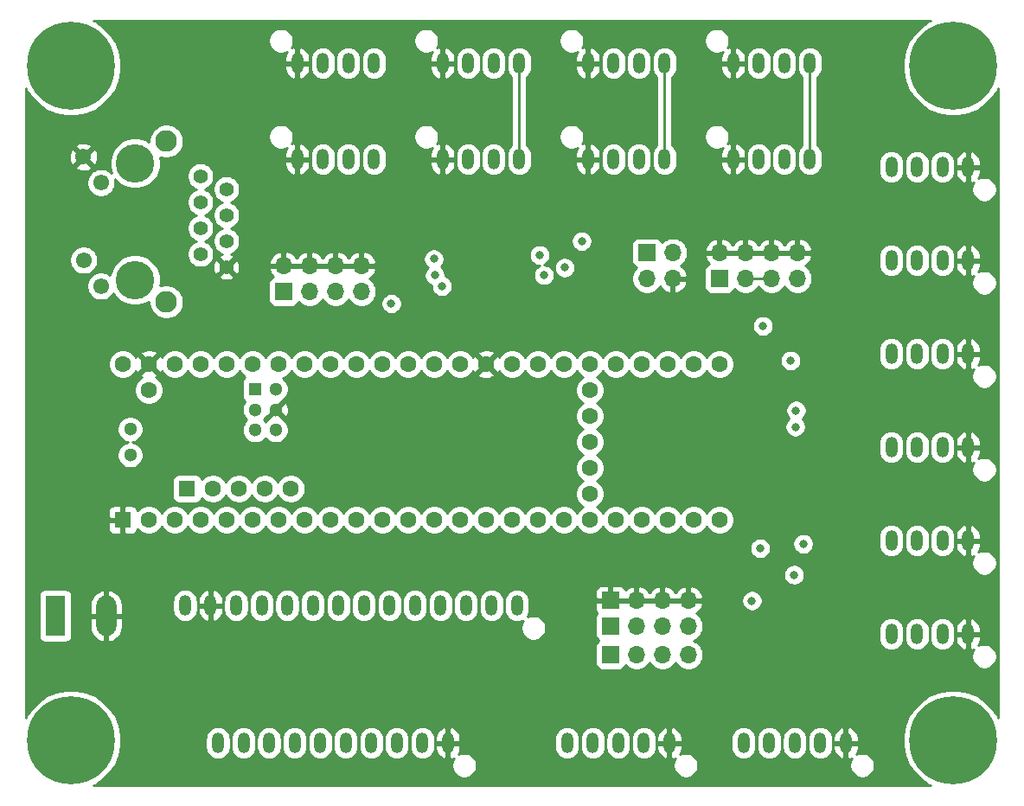
<source format=gbr>
%TF.GenerationSoftware,KiCad,Pcbnew,5.1.9-73d0e3b20d~88~ubuntu20.04.1*%
%TF.CreationDate,2021-02-26T13:03:21-08:00*%
%TF.ProjectId,TeensyMonitorV5,5465656e-7379-44d6-9f6e-69746f725635,rev?*%
%TF.SameCoordinates,Original*%
%TF.FileFunction,Copper,L2,Inr*%
%TF.FilePolarity,Positive*%
%FSLAX46Y46*%
G04 Gerber Fmt 4.6, Leading zero omitted, Abs format (unit mm)*
G04 Created by KiCad (PCBNEW 5.1.9-73d0e3b20d~88~ubuntu20.04.1) date 2021-02-26 13:03:21*
%MOMM*%
%LPD*%
G01*
G04 APERTURE LIST*
%TA.AperFunction,ComponentPad*%
%ADD10O,1.200000X2.000000*%
%TD*%
%TA.AperFunction,ComponentPad*%
%ADD11O,1.700000X1.700000*%
%TD*%
%TA.AperFunction,ComponentPad*%
%ADD12R,1.700000X1.700000*%
%TD*%
%TA.AperFunction,ComponentPad*%
%ADD13C,1.300000*%
%TD*%
%TA.AperFunction,ComponentPad*%
%ADD14C,1.600000*%
%TD*%
%TA.AperFunction,ComponentPad*%
%ADD15R,1.300000X1.300000*%
%TD*%
%TA.AperFunction,ComponentPad*%
%ADD16R,1.600000X1.600000*%
%TD*%
%TA.AperFunction,ComponentPad*%
%ADD17C,2.108200*%
%TD*%
%TA.AperFunction,ComponentPad*%
%ADD18C,3.759200*%
%TD*%
%TA.AperFunction,ComponentPad*%
%ADD19C,1.549400*%
%TD*%
%TA.AperFunction,ComponentPad*%
%ADD20C,1.397000*%
%TD*%
%TA.AperFunction,ComponentPad*%
%ADD21C,0.900000*%
%TD*%
%TA.AperFunction,ComponentPad*%
%ADD22C,8.600000*%
%TD*%
%TA.AperFunction,ComponentPad*%
%ADD23O,1.980000X3.960000*%
%TD*%
%TA.AperFunction,ComponentPad*%
%ADD24R,1.980000X3.960000*%
%TD*%
%TA.AperFunction,ViaPad*%
%ADD25C,0.800000*%
%TD*%
%TA.AperFunction,Conductor*%
%ADD26C,0.250000*%
%TD*%
%TA.AperFunction,Conductor*%
%ADD27C,0.254000*%
%TD*%
%TA.AperFunction,Conductor*%
%ADD28C,0.100000*%
%TD*%
G04 APERTURE END LIST*
D10*
%TO.N,GND*%
%TO.C,J23*%
X156404000Y-73406000D03*
%TO.N,Net-(J23-Pad3)*%
X153904000Y-73406000D03*
%TO.N,Net-(J23-Pad2)*%
X151404000Y-73406000D03*
%TO.N,5V*%
X148904000Y-73406000D03*
%TD*%
%TO.N,GND*%
%TO.C,J22*%
X156404000Y-64262000D03*
%TO.N,Net-(J22-Pad3)*%
X153904000Y-64262000D03*
%TO.N,Net-(J22-Pad2)*%
X151404000Y-64262000D03*
%TO.N,5V*%
X148904000Y-64262000D03*
%TD*%
%TO.N,GND*%
%TO.C,J21*%
X156404000Y-55118000D03*
%TO.N,Net-(J21-Pad3)*%
X153904000Y-55118000D03*
%TO.N,Net-(J21-Pad2)*%
X151404000Y-55118000D03*
%TO.N,5V*%
X148904000Y-55118000D03*
%TD*%
%TO.N,GND*%
%TO.C,J20*%
X156404000Y-45974000D03*
%TO.N,Net-(J20-Pad3)*%
X153904000Y-45974000D03*
%TO.N,Net-(J20-Pad2)*%
X151404000Y-45974000D03*
%TO.N,5V*%
X148904000Y-45974000D03*
%TD*%
%TO.N,T_IRQ*%
%TO.C,U50*%
X112262000Y-70612000D03*
%TO.N,MISO*%
X109762000Y-70612000D03*
%TO.N,MOSI*%
X107262000Y-70612000D03*
%TO.N,T_CS*%
X104762000Y-70612000D03*
%TO.N,SCK*%
X102262000Y-70612000D03*
%TO.N,MISO*%
X99762000Y-70612000D03*
%TO.N,Net-(R51-Pad1)*%
X97262000Y-70612000D03*
%TO.N,SCK*%
X94762000Y-70612000D03*
%TO.N,MOSI*%
X92262000Y-70612000D03*
%TO.N,DC*%
X89762000Y-70612000D03*
%TO.N,3V3*%
X87262000Y-70612000D03*
%TO.N,CS*%
X84762000Y-70612000D03*
%TO.N,GND*%
X82262000Y-70612000D03*
%TO.N,5V*%
X79762000Y-70612000D03*
%TD*%
%TO.N,GND*%
%TO.C,J39b1*%
X156404000Y-27686000D03*
%TO.N,SDA*%
X153904000Y-27686000D03*
%TO.N,SCL*%
X151404000Y-27686000D03*
%TO.N,3V3*%
X148904000Y-27686000D03*
%TD*%
%TO.N,GND*%
%TO.C,J39a1*%
X156404000Y-36830000D03*
%TO.N,SDA*%
X153904000Y-36830000D03*
%TO.N,SCL*%
X151404000Y-36830000D03*
%TO.N,3V3*%
X148904000Y-36830000D03*
%TD*%
%TO.N,GND*%
%TO.C,J55*%
X144446000Y-84074000D03*
%TO.N,3V3*%
X141946000Y-84074000D03*
%TO.N,SCK*%
X139446000Y-84074000D03*
%TO.N,MISO*%
X136946000Y-84074000D03*
%TO.N,MOTOR1*%
X134446000Y-84074000D03*
%TD*%
%TO.N,GND*%
%TO.C,J54*%
X127174000Y-84074000D03*
%TO.N,3V3*%
X124674000Y-84074000D03*
%TO.N,SCK*%
X122174000Y-84074000D03*
%TO.N,MISO*%
X119674000Y-84074000D03*
%TO.N,MOTOR0*%
X117174000Y-84074000D03*
%TD*%
%TO.N,GND*%
%TO.C,J40*%
X105484000Y-84074000D03*
%TO.N,Net-(J40-Pad9)*%
X102984000Y-84074000D03*
%TO.N,Net-(J40-Pad8)*%
X100484000Y-84074000D03*
%TO.N,Net-(J40-Pad7)*%
X97984000Y-84074000D03*
%TO.N,Net-(J40-Pad6)*%
X95484000Y-84074000D03*
%TO.N,Net-(J40-Pad5)*%
X92984000Y-84074000D03*
%TO.N,Net-(J40-Pad4)*%
X90484000Y-84074000D03*
%TO.N,Net-(J40-Pad3)*%
X87984000Y-84074000D03*
%TO.N,Net-(J40-Pad2)*%
X85484000Y-84074000D03*
%TO.N,5V*%
X82984000Y-84074000D03*
%TD*%
%TO.N,GND*%
%TO.C,J37*%
X133410000Y-26924000D03*
%TO.N,Net-(J37-Pad3)*%
X135910000Y-26924000D03*
%TO.N,Net-(J37-Pad2)*%
X138410000Y-26924000D03*
%TO.N,3V3*%
X140910000Y-26924000D03*
%TD*%
%TO.N,GND*%
%TO.C,J36*%
X133410000Y-17526000D03*
%TO.N,Net-(J36-Pad3)*%
X135910000Y-17526000D03*
%TO.N,Net-(J36-Pad2)*%
X138410000Y-17526000D03*
%TO.N,3V3*%
X140910000Y-17526000D03*
%TD*%
%TO.N,GND*%
%TO.C,J35*%
X119186000Y-26924000D03*
%TO.N,Net-(J35-Pad3)*%
X121686000Y-26924000D03*
%TO.N,Net-(J35-Pad2)*%
X124186000Y-26924000D03*
%TO.N,3V3*%
X126686000Y-26924000D03*
%TD*%
%TO.N,GND*%
%TO.C,J34*%
X119186000Y-17526000D03*
%TO.N,Net-(J34-Pad3)*%
X121686000Y-17526000D03*
%TO.N,Net-(J34-Pad2)*%
X124186000Y-17526000D03*
%TO.N,3V3*%
X126686000Y-17526000D03*
%TD*%
%TO.N,GND*%
%TO.C,J33*%
X104962000Y-26924000D03*
%TO.N,Net-(J33-Pad3)*%
X107462000Y-26924000D03*
%TO.N,Net-(J33-Pad2)*%
X109962000Y-26924000D03*
%TO.N,3V3*%
X112462000Y-26924000D03*
%TD*%
%TO.N,GND*%
%TO.C,J32*%
X104962000Y-17526000D03*
%TO.N,Net-(J32-Pad3)*%
X107462000Y-17526000D03*
%TO.N,Net-(J32-Pad2)*%
X109962000Y-17526000D03*
%TO.N,3V3*%
X112462000Y-17526000D03*
%TD*%
%TO.N,GND*%
%TO.C,J31*%
X90738000Y-26924000D03*
%TO.N,Net-(J31-Pad3)*%
X93238000Y-26924000D03*
%TO.N,Net-(J31-Pad2)*%
X95738000Y-26924000D03*
%TO.N,3V3*%
X98238000Y-26924000D03*
%TD*%
%TO.N,GND*%
%TO.C,J30*%
X90738000Y-17526000D03*
%TO.N,Net-(J30-Pad3)*%
X93238000Y-17526000D03*
%TO.N,Net-(J30-Pad2)*%
X95738000Y-17526000D03*
%TO.N,3V3*%
X98238000Y-17526000D03*
%TD*%
D11*
%TO.N,GND*%
%TO.C,J5*%
X127508000Y-38608000D03*
%TO.N,Net-(J5-Pad3)*%
X124968000Y-38608000D03*
%TO.N,Net-(J5-Pad2)*%
X127508000Y-36068000D03*
D12*
%TO.N,3V3*%
X124968000Y-36068000D03*
%TD*%
D13*
%TO.N,N/C*%
%TO.C,U1*%
X74390000Y-53340000D03*
X74390000Y-55880000D03*
D14*
X119380000Y-49530000D03*
X119380000Y-52070000D03*
X119380000Y-54610000D03*
X119380000Y-57150000D03*
X119380000Y-59690000D03*
D13*
%TO.N,T-*%
X86630000Y-53428400D03*
%TO.N,T+*%
X88630000Y-53428400D03*
%TO.N,GND*%
X88630000Y-51428400D03*
%TO.N,LED*%
X86630000Y-51428400D03*
%TO.N,R-*%
X88630000Y-49428400D03*
D15*
%TO.N,R+*%
X86630000Y-49428400D03*
D14*
%TO.N,ANLG1*%
X114300000Y-62230000D03*
%TO.N,ANLG2*%
X116840000Y-62230000D03*
%TO.N,ANLG3*%
X119380000Y-62230000D03*
%TO.N,T_IRQ*%
X121920000Y-62230000D03*
%TO.N,ANLG0*%
X111760000Y-62230000D03*
%TO.N,3V3*%
X109220000Y-62230000D03*
%TO.N,MISO*%
X106680000Y-62230000D03*
%TO.N,T_CS*%
X124460000Y-62230000D03*
%TO.N,MOTOR0*%
X127000000Y-62230000D03*
%TO.N,MOTOR1*%
X129540000Y-62230000D03*
%TO.N,N/C*%
X132080000Y-62230000D03*
X132080000Y-46990000D03*
%TO.N,TRG3*%
X129540000Y-46990000D03*
%TO.N,ECHO3*%
X127000000Y-46990000D03*
%TO.N,TRG2*%
X124460000Y-46990000D03*
%TO.N,ECHO2*%
X121920000Y-46990000D03*
%TO.N,N/C*%
X119380000Y-46990000D03*
X116840000Y-46990000D03*
%TO.N,TRG1*%
X114300000Y-46990000D03*
%TO.N,ECHO1*%
X111760000Y-46990000D03*
%TO.N,GND*%
X109220000Y-46990000D03*
%TO.N,MOSI*%
X104140000Y-62230000D03*
%TO.N,CS*%
X101600000Y-62230000D03*
%TO.N,DC*%
X99060000Y-62230000D03*
%TO.N,I2CRESET*%
X96520000Y-62230000D03*
%TO.N,RLY7*%
X93980000Y-62230000D03*
%TO.N,RLY6*%
X91440000Y-62230000D03*
%TO.N,RLY5*%
X88900000Y-62230000D03*
%TO.N,RLY4*%
X86360000Y-62230000D03*
%TO.N,RLY3*%
X83820000Y-62230000D03*
%TO.N,RLY2*%
X81280000Y-62230000D03*
%TO.N,RLY1*%
X78740000Y-62230000D03*
%TO.N,RLY0*%
X76200000Y-62230000D03*
D16*
%TO.N,GND*%
X73660000Y-62230000D03*
D14*
%TO.N,SCK*%
X106680000Y-46990000D03*
%TO.N,TRG0*%
X104140000Y-46990000D03*
%TO.N,ECHO0*%
X101600000Y-46990000D03*
%TO.N,N/C*%
X99060000Y-46990000D03*
X96520000Y-46990000D03*
%TO.N,SDA*%
X93980000Y-46990000D03*
%TO.N,SCL*%
X91440000Y-46990000D03*
%TO.N,N/C*%
X88900000Y-46990000D03*
X86360000Y-46990000D03*
%TO.N,Net-(J5-Pad2)*%
X83820000Y-46990000D03*
%TO.N,Net-(J5-Pad3)*%
X81280000Y-46990000D03*
%TO.N,3V3*%
X78740000Y-46990000D03*
%TO.N,GND*%
X76200000Y-46990000D03*
%TO.N,5V*%
X73660000Y-46990000D03*
D16*
%TO.N,N/C*%
X79959200Y-59179200D03*
D14*
X82499200Y-59179200D03*
X85039200Y-59179200D03*
X87579200Y-59179200D03*
X90119200Y-59179200D03*
X76200000Y-49530000D03*
%TD*%
D17*
%TO.N,N/C*%
%TO.C,J4*%
X77940010Y-40894998D03*
X77940010Y-25145002D03*
D18*
X74890010Y-38735000D03*
X74890010Y-27305000D03*
D19*
X71530010Y-39345000D03*
X69830010Y-36805000D03*
%TO.N,LED*%
X71530010Y-29235000D03*
%TO.N,GND*%
X69810010Y-26695000D03*
D20*
%TO.N,N/C*%
X81260010Y-36195000D03*
%TO.N,Net-(C1-Pad2)*%
X81260010Y-33655000D03*
%TO.N,T-*%
X81260010Y-31115000D03*
%TO.N,T+*%
X81260010Y-28575000D03*
%TO.N,GND*%
X83800010Y-37465000D03*
%TO.N,R-*%
X83800010Y-34925000D03*
%TO.N,R+*%
X83800010Y-32385000D03*
%TO.N,Net-(C1-Pad2)*%
X83800010Y-29845000D03*
%TD*%
D11*
%TO.N,GND*%
%TO.C,J3*%
X139700000Y-36068000D03*
%TO.N,3V3*%
X139700000Y-38608000D03*
%TO.N,GND*%
X137160000Y-36068000D03*
%TO.N,3V3*%
X137160000Y-38608000D03*
%TO.N,GND*%
X134620000Y-36068000D03*
%TO.N,3V3*%
X134620000Y-38608000D03*
%TO.N,GND*%
X132080000Y-36068000D03*
D12*
%TO.N,3V3*%
X132080000Y-38608000D03*
%TD*%
D21*
%TO.N,N/C*%
%TO.C,H4*%
X157220419Y-81539581D03*
X154940000Y-80595000D03*
X152659581Y-81539581D03*
X151715000Y-83820000D03*
X152659581Y-86100419D03*
X154940000Y-87045000D03*
X157220419Y-86100419D03*
X158165000Y-83820000D03*
D22*
X154940000Y-83820000D03*
%TD*%
D21*
%TO.N,N/C*%
%TO.C,H3*%
X157220419Y-15499581D03*
X154940000Y-14555000D03*
X152659581Y-15499581D03*
X151715000Y-17780000D03*
X152659581Y-20060419D03*
X154940000Y-21005000D03*
X157220419Y-20060419D03*
X158165000Y-17780000D03*
D22*
X154940000Y-17780000D03*
%TD*%
D21*
%TO.N,N/C*%
%TO.C,H2*%
X70860419Y-81539581D03*
X68580000Y-80595000D03*
X66299581Y-81539581D03*
X65355000Y-83820000D03*
X66299581Y-86100419D03*
X68580000Y-87045000D03*
X70860419Y-86100419D03*
X71805000Y-83820000D03*
D22*
X68580000Y-83820000D03*
%TD*%
D21*
%TO.N,N/C*%
%TO.C,H1*%
X70860419Y-15499581D03*
X68580000Y-14555000D03*
X66299581Y-15499581D03*
X65355000Y-17780000D03*
X66299581Y-20060419D03*
X68580000Y-21005000D03*
X70860419Y-20060419D03*
X71805000Y-17780000D03*
D22*
X68580000Y-17780000D03*
%TD*%
D11*
%TO.N,GND*%
%TO.C,J53*%
X129032000Y-70104000D03*
X126492000Y-70104000D03*
X123952000Y-70104000D03*
D12*
X121412000Y-70104000D03*
%TD*%
D11*
%TO.N,3V3*%
%TO.C,J52*%
X129032000Y-72644000D03*
X126492000Y-72644000D03*
X123952000Y-72644000D03*
D12*
X121412000Y-72644000D03*
%TD*%
D11*
%TO.N,ANLG3*%
%TO.C,J51*%
X129032000Y-75438000D03*
%TO.N,ANLG2*%
X126492000Y-75438000D03*
%TO.N,ANLG1*%
X123952000Y-75438000D03*
D12*
%TO.N,ANLG0*%
X121412000Y-75438000D03*
%TD*%
D11*
%TO.N,GND*%
%TO.C,J2*%
X97028000Y-37338000D03*
%TO.N,5V*%
X97028000Y-39878000D03*
%TO.N,GND*%
X94488000Y-37338000D03*
%TO.N,5V*%
X94488000Y-39878000D03*
%TO.N,GND*%
X91948000Y-37338000D03*
%TO.N,5V*%
X91948000Y-39878000D03*
%TO.N,GND*%
X89408000Y-37338000D03*
D12*
%TO.N,5V*%
X89408000Y-39878000D03*
%TD*%
D23*
%TO.N,GND*%
%TO.C,J1*%
X72056000Y-71628000D03*
D24*
%TO.N,5V*%
X67056000Y-71628000D03*
%TD*%
D25*
%TO.N,GND*%
X108859600Y-42369500D03*
%TO.N,5V*%
X139573100Y-51522800D03*
X136335000Y-43242500D03*
%TO.N,Net-(J31-Pad2)*%
X104210000Y-38289800D03*
%TO.N,Net-(J32-Pad3)*%
X104907500Y-39341500D03*
%TO.N,TRG0*%
X139048100Y-46640600D03*
%TO.N,TRG1*%
X139513800Y-53121500D03*
%TO.N,TRG2*%
X140277500Y-64570800D03*
%TO.N,TRG3*%
X139380000Y-67615800D03*
%TO.N,ECHO3*%
X135249300Y-70143000D03*
%TO.N,SCL*%
X114473100Y-36292600D03*
%TO.N,I2CRESET*%
X99946900Y-41054300D03*
%TO.N,GND*%
X156404000Y-51876000D03*
X156404000Y-68132000D03*
%TO.N,Net-(J22-Pad3)*%
X136067200Y-65015000D03*
%TO.N,Net-(J30-Pad2)*%
X104123800Y-36684000D03*
%TO.N,Net-(J36-Pad2)*%
X116922000Y-37539100D03*
%TO.N,Net-(J37-Pad3)*%
X118584700Y-34950300D03*
X114885600Y-38283000D03*
%TD*%
D26*
%TO.N,3V3*%
X140910000Y-26924000D02*
X140910000Y-17526000D01*
X126686000Y-26924000D02*
X126686000Y-17526000D01*
X112462000Y-17526000D02*
X112462000Y-26924000D01*
X137160000Y-38608000D02*
X134620000Y-38608000D01*
%TD*%
D27*
%TO.N,GND*%
X152602401Y-13406660D02*
X151794121Y-13946735D01*
X151106735Y-14634121D01*
X150566660Y-15442401D01*
X150194650Y-16340514D01*
X150005000Y-17293945D01*
X150005000Y-18266055D01*
X150194650Y-19219486D01*
X150566660Y-20117599D01*
X151106735Y-20925879D01*
X151794121Y-21613265D01*
X152602401Y-22153340D01*
X153500514Y-22525350D01*
X154453945Y-22715000D01*
X155426055Y-22715000D01*
X156379486Y-22525350D01*
X157277599Y-22153340D01*
X158085879Y-21613265D01*
X158773265Y-20925879D01*
X159313340Y-20117599D01*
X159360001Y-20004949D01*
X159360000Y-81595048D01*
X159313340Y-81482401D01*
X158773265Y-80674121D01*
X158085879Y-79986735D01*
X157277599Y-79446660D01*
X156379486Y-79074650D01*
X155426055Y-78885000D01*
X154453945Y-78885000D01*
X153500514Y-79074650D01*
X152602401Y-79446660D01*
X151794121Y-79986735D01*
X151106735Y-80674121D01*
X150566660Y-81482401D01*
X150194650Y-82380514D01*
X150005000Y-83333945D01*
X150005000Y-84306055D01*
X150194650Y-85259486D01*
X150566660Y-86157599D01*
X151106735Y-86965879D01*
X151794121Y-87653265D01*
X152602401Y-88193340D01*
X152715048Y-88240000D01*
X70804952Y-88240000D01*
X70917599Y-88193340D01*
X71725879Y-87653265D01*
X72413265Y-86965879D01*
X72953340Y-86157599D01*
X73325350Y-85259486D01*
X73515000Y-84306055D01*
X73515000Y-83613336D01*
X81749000Y-83613336D01*
X81749000Y-84534665D01*
X81766870Y-84716102D01*
X81837489Y-84948901D01*
X81952168Y-85163449D01*
X82106499Y-85351502D01*
X82294552Y-85505833D01*
X82509100Y-85620511D01*
X82741899Y-85691130D01*
X82984000Y-85714975D01*
X83226102Y-85691130D01*
X83458901Y-85620511D01*
X83673449Y-85505833D01*
X83861502Y-85351502D01*
X84015833Y-85163449D01*
X84130511Y-84948901D01*
X84201130Y-84716101D01*
X84219000Y-84534664D01*
X84219000Y-83613336D01*
X84249000Y-83613336D01*
X84249000Y-84534665D01*
X84266870Y-84716102D01*
X84337489Y-84948901D01*
X84452168Y-85163449D01*
X84606499Y-85351502D01*
X84794552Y-85505833D01*
X85009100Y-85620511D01*
X85241899Y-85691130D01*
X85484000Y-85714975D01*
X85726102Y-85691130D01*
X85958901Y-85620511D01*
X86173449Y-85505833D01*
X86361502Y-85351502D01*
X86515833Y-85163449D01*
X86630511Y-84948901D01*
X86701130Y-84716101D01*
X86719000Y-84534664D01*
X86719000Y-83613336D01*
X86749000Y-83613336D01*
X86749000Y-84534665D01*
X86766870Y-84716102D01*
X86837489Y-84948901D01*
X86952168Y-85163449D01*
X87106499Y-85351502D01*
X87294552Y-85505833D01*
X87509100Y-85620511D01*
X87741899Y-85691130D01*
X87984000Y-85714975D01*
X88226102Y-85691130D01*
X88458901Y-85620511D01*
X88673449Y-85505833D01*
X88861502Y-85351502D01*
X89015833Y-85163449D01*
X89130511Y-84948901D01*
X89201130Y-84716101D01*
X89219000Y-84534664D01*
X89219000Y-83613336D01*
X89249000Y-83613336D01*
X89249000Y-84534665D01*
X89266870Y-84716102D01*
X89337489Y-84948901D01*
X89452168Y-85163449D01*
X89606499Y-85351502D01*
X89794552Y-85505833D01*
X90009100Y-85620511D01*
X90241899Y-85691130D01*
X90484000Y-85714975D01*
X90726102Y-85691130D01*
X90958901Y-85620511D01*
X91173449Y-85505833D01*
X91361502Y-85351502D01*
X91515833Y-85163449D01*
X91630511Y-84948901D01*
X91701130Y-84716101D01*
X91719000Y-84534664D01*
X91719000Y-83613336D01*
X91749000Y-83613336D01*
X91749000Y-84534665D01*
X91766870Y-84716102D01*
X91837489Y-84948901D01*
X91952168Y-85163449D01*
X92106499Y-85351502D01*
X92294552Y-85505833D01*
X92509100Y-85620511D01*
X92741899Y-85691130D01*
X92984000Y-85714975D01*
X93226102Y-85691130D01*
X93458901Y-85620511D01*
X93673449Y-85505833D01*
X93861502Y-85351502D01*
X94015833Y-85163449D01*
X94130511Y-84948901D01*
X94201130Y-84716101D01*
X94219000Y-84534664D01*
X94219000Y-83613336D01*
X94249000Y-83613336D01*
X94249000Y-84534665D01*
X94266870Y-84716102D01*
X94337489Y-84948901D01*
X94452168Y-85163449D01*
X94606499Y-85351502D01*
X94794552Y-85505833D01*
X95009100Y-85620511D01*
X95241899Y-85691130D01*
X95484000Y-85714975D01*
X95726102Y-85691130D01*
X95958901Y-85620511D01*
X96173449Y-85505833D01*
X96361502Y-85351502D01*
X96515833Y-85163449D01*
X96630511Y-84948901D01*
X96701130Y-84716101D01*
X96719000Y-84534664D01*
X96719000Y-83613336D01*
X96749000Y-83613336D01*
X96749000Y-84534665D01*
X96766870Y-84716102D01*
X96837489Y-84948901D01*
X96952168Y-85163449D01*
X97106499Y-85351502D01*
X97294552Y-85505833D01*
X97509100Y-85620511D01*
X97741899Y-85691130D01*
X97984000Y-85714975D01*
X98226102Y-85691130D01*
X98458901Y-85620511D01*
X98673449Y-85505833D01*
X98861502Y-85351502D01*
X99015833Y-85163449D01*
X99130511Y-84948901D01*
X99201130Y-84716101D01*
X99219000Y-84534664D01*
X99219000Y-83613336D01*
X99249000Y-83613336D01*
X99249000Y-84534665D01*
X99266870Y-84716102D01*
X99337489Y-84948901D01*
X99452168Y-85163449D01*
X99606499Y-85351502D01*
X99794552Y-85505833D01*
X100009100Y-85620511D01*
X100241899Y-85691130D01*
X100484000Y-85714975D01*
X100726102Y-85691130D01*
X100958901Y-85620511D01*
X101173449Y-85505833D01*
X101361502Y-85351502D01*
X101515833Y-85163449D01*
X101630511Y-84948901D01*
X101701130Y-84716101D01*
X101719000Y-84534664D01*
X101719000Y-83613336D01*
X101749000Y-83613336D01*
X101749000Y-84534665D01*
X101766870Y-84716102D01*
X101837489Y-84948901D01*
X101952168Y-85163449D01*
X102106499Y-85351502D01*
X102294552Y-85505833D01*
X102509100Y-85620511D01*
X102741899Y-85691130D01*
X102984000Y-85714975D01*
X103226102Y-85691130D01*
X103458901Y-85620511D01*
X103673449Y-85505833D01*
X103861502Y-85351502D01*
X104015833Y-85163449D01*
X104130511Y-84948901D01*
X104201130Y-84716101D01*
X104219000Y-84534664D01*
X104219000Y-84201000D01*
X104249000Y-84201000D01*
X104249000Y-84601000D01*
X104297507Y-84839496D01*
X104391610Y-85063946D01*
X104527693Y-85265725D01*
X104700526Y-85437078D01*
X104903467Y-85571421D01*
X105128718Y-85663591D01*
X105166391Y-85667462D01*
X105357000Y-85542731D01*
X105357000Y-84201000D01*
X105611000Y-84201000D01*
X105611000Y-85542731D01*
X105801609Y-85667462D01*
X105839282Y-85663591D01*
X106064533Y-85571421D01*
X106070976Y-85567156D01*
X105989557Y-85689008D01*
X105896460Y-85913764D01*
X105849000Y-86152363D01*
X105849000Y-86395637D01*
X105896460Y-86634236D01*
X105989557Y-86858992D01*
X106124713Y-87061267D01*
X106296733Y-87233287D01*
X106499008Y-87368443D01*
X106723764Y-87461540D01*
X106962363Y-87509000D01*
X107205637Y-87509000D01*
X107444236Y-87461540D01*
X107668992Y-87368443D01*
X107871267Y-87233287D01*
X108043287Y-87061267D01*
X108178443Y-86858992D01*
X108271540Y-86634236D01*
X108319000Y-86395637D01*
X108319000Y-86152363D01*
X108271540Y-85913764D01*
X108178443Y-85689008D01*
X108043287Y-85486733D01*
X107871267Y-85314713D01*
X107668992Y-85179557D01*
X107444236Y-85086460D01*
X107205637Y-85039000D01*
X106962363Y-85039000D01*
X106723764Y-85086460D01*
X106499008Y-85179557D01*
X106497938Y-85180272D01*
X106576390Y-85063946D01*
X106670493Y-84839496D01*
X106719000Y-84601000D01*
X106719000Y-84201000D01*
X105611000Y-84201000D01*
X105357000Y-84201000D01*
X104249000Y-84201000D01*
X104219000Y-84201000D01*
X104219000Y-83613335D01*
X104212467Y-83547000D01*
X104249000Y-83547000D01*
X104249000Y-83947000D01*
X105357000Y-83947000D01*
X105357000Y-82605269D01*
X105611000Y-82605269D01*
X105611000Y-83947000D01*
X106719000Y-83947000D01*
X106719000Y-83613336D01*
X115939000Y-83613336D01*
X115939000Y-84534665D01*
X115956870Y-84716102D01*
X116027489Y-84948901D01*
X116142168Y-85163449D01*
X116296499Y-85351502D01*
X116484552Y-85505833D01*
X116699100Y-85620511D01*
X116931899Y-85691130D01*
X117174000Y-85714975D01*
X117416102Y-85691130D01*
X117648901Y-85620511D01*
X117863449Y-85505833D01*
X118051502Y-85351502D01*
X118205833Y-85163449D01*
X118320511Y-84948901D01*
X118391130Y-84716101D01*
X118409000Y-84534664D01*
X118409000Y-83613336D01*
X118439000Y-83613336D01*
X118439000Y-84534665D01*
X118456870Y-84716102D01*
X118527489Y-84948901D01*
X118642168Y-85163449D01*
X118796499Y-85351502D01*
X118984552Y-85505833D01*
X119199100Y-85620511D01*
X119431899Y-85691130D01*
X119674000Y-85714975D01*
X119916102Y-85691130D01*
X120148901Y-85620511D01*
X120363449Y-85505833D01*
X120551502Y-85351502D01*
X120705833Y-85163449D01*
X120820511Y-84948901D01*
X120891130Y-84716101D01*
X120909000Y-84534664D01*
X120909000Y-83613336D01*
X120939000Y-83613336D01*
X120939000Y-84534665D01*
X120956870Y-84716102D01*
X121027489Y-84948901D01*
X121142168Y-85163449D01*
X121296499Y-85351502D01*
X121484552Y-85505833D01*
X121699100Y-85620511D01*
X121931899Y-85691130D01*
X122174000Y-85714975D01*
X122416102Y-85691130D01*
X122648901Y-85620511D01*
X122863449Y-85505833D01*
X123051502Y-85351502D01*
X123205833Y-85163449D01*
X123320511Y-84948901D01*
X123391130Y-84716101D01*
X123409000Y-84534664D01*
X123409000Y-83613336D01*
X123439000Y-83613336D01*
X123439000Y-84534665D01*
X123456870Y-84716102D01*
X123527489Y-84948901D01*
X123642168Y-85163449D01*
X123796499Y-85351502D01*
X123984552Y-85505833D01*
X124199100Y-85620511D01*
X124431899Y-85691130D01*
X124674000Y-85714975D01*
X124916102Y-85691130D01*
X125148901Y-85620511D01*
X125363449Y-85505833D01*
X125551502Y-85351502D01*
X125705833Y-85163449D01*
X125820511Y-84948901D01*
X125891130Y-84716101D01*
X125909000Y-84534664D01*
X125909000Y-84201000D01*
X125939000Y-84201000D01*
X125939000Y-84601000D01*
X125987507Y-84839496D01*
X126081610Y-85063946D01*
X126217693Y-85265725D01*
X126390526Y-85437078D01*
X126593467Y-85571421D01*
X126818718Y-85663591D01*
X126856391Y-85667462D01*
X127047000Y-85542731D01*
X127047000Y-84201000D01*
X127301000Y-84201000D01*
X127301000Y-85542731D01*
X127491609Y-85667462D01*
X127529282Y-85663591D01*
X127754533Y-85571421D01*
X127760976Y-85567156D01*
X127679557Y-85689008D01*
X127586460Y-85913764D01*
X127539000Y-86152363D01*
X127539000Y-86395637D01*
X127586460Y-86634236D01*
X127679557Y-86858992D01*
X127814713Y-87061267D01*
X127986733Y-87233287D01*
X128189008Y-87368443D01*
X128413764Y-87461540D01*
X128652363Y-87509000D01*
X128895637Y-87509000D01*
X129134236Y-87461540D01*
X129358992Y-87368443D01*
X129561267Y-87233287D01*
X129733287Y-87061267D01*
X129868443Y-86858992D01*
X129961540Y-86634236D01*
X130009000Y-86395637D01*
X130009000Y-86152363D01*
X129961540Y-85913764D01*
X129868443Y-85689008D01*
X129733287Y-85486733D01*
X129561267Y-85314713D01*
X129358992Y-85179557D01*
X129134236Y-85086460D01*
X128895637Y-85039000D01*
X128652363Y-85039000D01*
X128413764Y-85086460D01*
X128189008Y-85179557D01*
X128187938Y-85180272D01*
X128266390Y-85063946D01*
X128360493Y-84839496D01*
X128409000Y-84601000D01*
X128409000Y-84201000D01*
X127301000Y-84201000D01*
X127047000Y-84201000D01*
X125939000Y-84201000D01*
X125909000Y-84201000D01*
X125909000Y-83613335D01*
X125902467Y-83547000D01*
X125939000Y-83547000D01*
X125939000Y-83947000D01*
X127047000Y-83947000D01*
X127047000Y-82605269D01*
X127301000Y-82605269D01*
X127301000Y-83947000D01*
X128409000Y-83947000D01*
X128409000Y-83613336D01*
X133211000Y-83613336D01*
X133211000Y-84534665D01*
X133228870Y-84716102D01*
X133299489Y-84948901D01*
X133414168Y-85163449D01*
X133568499Y-85351502D01*
X133756552Y-85505833D01*
X133971100Y-85620511D01*
X134203899Y-85691130D01*
X134446000Y-85714975D01*
X134688102Y-85691130D01*
X134920901Y-85620511D01*
X135135449Y-85505833D01*
X135323502Y-85351502D01*
X135477833Y-85163449D01*
X135592511Y-84948901D01*
X135663130Y-84716101D01*
X135681000Y-84534664D01*
X135681000Y-83613336D01*
X135711000Y-83613336D01*
X135711000Y-84534665D01*
X135728870Y-84716102D01*
X135799489Y-84948901D01*
X135914168Y-85163449D01*
X136068499Y-85351502D01*
X136256552Y-85505833D01*
X136471100Y-85620511D01*
X136703899Y-85691130D01*
X136946000Y-85714975D01*
X137188102Y-85691130D01*
X137420901Y-85620511D01*
X137635449Y-85505833D01*
X137823502Y-85351502D01*
X137977833Y-85163449D01*
X138092511Y-84948901D01*
X138163130Y-84716101D01*
X138181000Y-84534664D01*
X138181000Y-83613336D01*
X138211000Y-83613336D01*
X138211000Y-84534665D01*
X138228870Y-84716102D01*
X138299489Y-84948901D01*
X138414168Y-85163449D01*
X138568499Y-85351502D01*
X138756552Y-85505833D01*
X138971100Y-85620511D01*
X139203899Y-85691130D01*
X139446000Y-85714975D01*
X139688102Y-85691130D01*
X139920901Y-85620511D01*
X140135449Y-85505833D01*
X140323502Y-85351502D01*
X140477833Y-85163449D01*
X140592511Y-84948901D01*
X140663130Y-84716101D01*
X140681000Y-84534664D01*
X140681000Y-83613336D01*
X140711000Y-83613336D01*
X140711000Y-84534665D01*
X140728870Y-84716102D01*
X140799489Y-84948901D01*
X140914168Y-85163449D01*
X141068499Y-85351502D01*
X141256552Y-85505833D01*
X141471100Y-85620511D01*
X141703899Y-85691130D01*
X141946000Y-85714975D01*
X142188102Y-85691130D01*
X142420901Y-85620511D01*
X142635449Y-85505833D01*
X142823502Y-85351502D01*
X142977833Y-85163449D01*
X143092511Y-84948901D01*
X143163130Y-84716101D01*
X143181000Y-84534664D01*
X143181000Y-84201000D01*
X143211000Y-84201000D01*
X143211000Y-84601000D01*
X143259507Y-84839496D01*
X143353610Y-85063946D01*
X143489693Y-85265725D01*
X143662526Y-85437078D01*
X143865467Y-85571421D01*
X144090718Y-85663591D01*
X144128391Y-85667462D01*
X144319000Y-85542731D01*
X144319000Y-84201000D01*
X144573000Y-84201000D01*
X144573000Y-85542731D01*
X144763609Y-85667462D01*
X144801282Y-85663591D01*
X145026533Y-85571421D01*
X145032976Y-85567156D01*
X144951557Y-85689008D01*
X144858460Y-85913764D01*
X144811000Y-86152363D01*
X144811000Y-86395637D01*
X144858460Y-86634236D01*
X144951557Y-86858992D01*
X145086713Y-87061267D01*
X145258733Y-87233287D01*
X145461008Y-87368443D01*
X145685764Y-87461540D01*
X145924363Y-87509000D01*
X146167637Y-87509000D01*
X146406236Y-87461540D01*
X146630992Y-87368443D01*
X146833267Y-87233287D01*
X147005287Y-87061267D01*
X147140443Y-86858992D01*
X147233540Y-86634236D01*
X147281000Y-86395637D01*
X147281000Y-86152363D01*
X147233540Y-85913764D01*
X147140443Y-85689008D01*
X147005287Y-85486733D01*
X146833267Y-85314713D01*
X146630992Y-85179557D01*
X146406236Y-85086460D01*
X146167637Y-85039000D01*
X145924363Y-85039000D01*
X145685764Y-85086460D01*
X145461008Y-85179557D01*
X145459938Y-85180272D01*
X145538390Y-85063946D01*
X145632493Y-84839496D01*
X145681000Y-84601000D01*
X145681000Y-84201000D01*
X144573000Y-84201000D01*
X144319000Y-84201000D01*
X143211000Y-84201000D01*
X143181000Y-84201000D01*
X143181000Y-83613335D01*
X143174467Y-83547000D01*
X143211000Y-83547000D01*
X143211000Y-83947000D01*
X144319000Y-83947000D01*
X144319000Y-82605269D01*
X144573000Y-82605269D01*
X144573000Y-83947000D01*
X145681000Y-83947000D01*
X145681000Y-83547000D01*
X145632493Y-83308504D01*
X145538390Y-83084054D01*
X145402307Y-82882275D01*
X145229474Y-82710922D01*
X145026533Y-82576579D01*
X144801282Y-82484409D01*
X144763609Y-82480538D01*
X144573000Y-82605269D01*
X144319000Y-82605269D01*
X144128391Y-82480538D01*
X144090718Y-82484409D01*
X143865467Y-82576579D01*
X143662526Y-82710922D01*
X143489693Y-82882275D01*
X143353610Y-83084054D01*
X143259507Y-83308504D01*
X143211000Y-83547000D01*
X143174467Y-83547000D01*
X143163130Y-83431898D01*
X143092511Y-83199099D01*
X142977833Y-82984551D01*
X142823502Y-82796498D01*
X142635448Y-82642167D01*
X142420900Y-82527489D01*
X142188101Y-82456870D01*
X141946000Y-82433025D01*
X141703898Y-82456870D01*
X141471099Y-82527489D01*
X141256551Y-82642167D01*
X141068498Y-82796498D01*
X140914167Y-82984552D01*
X140799489Y-83199100D01*
X140728870Y-83431899D01*
X140711000Y-83613336D01*
X140681000Y-83613336D01*
X140681000Y-83613335D01*
X140663130Y-83431898D01*
X140592511Y-83199099D01*
X140477833Y-82984551D01*
X140323502Y-82796498D01*
X140135448Y-82642167D01*
X139920900Y-82527489D01*
X139688101Y-82456870D01*
X139446000Y-82433025D01*
X139203898Y-82456870D01*
X138971099Y-82527489D01*
X138756551Y-82642167D01*
X138568498Y-82796498D01*
X138414167Y-82984552D01*
X138299489Y-83199100D01*
X138228870Y-83431899D01*
X138211000Y-83613336D01*
X138181000Y-83613336D01*
X138181000Y-83613335D01*
X138163130Y-83431898D01*
X138092511Y-83199099D01*
X137977833Y-82984551D01*
X137823502Y-82796498D01*
X137635448Y-82642167D01*
X137420900Y-82527489D01*
X137188101Y-82456870D01*
X136946000Y-82433025D01*
X136703898Y-82456870D01*
X136471099Y-82527489D01*
X136256551Y-82642167D01*
X136068498Y-82796498D01*
X135914167Y-82984552D01*
X135799489Y-83199100D01*
X135728870Y-83431899D01*
X135711000Y-83613336D01*
X135681000Y-83613336D01*
X135681000Y-83613335D01*
X135663130Y-83431898D01*
X135592511Y-83199099D01*
X135477833Y-82984551D01*
X135323502Y-82796498D01*
X135135448Y-82642167D01*
X134920900Y-82527489D01*
X134688101Y-82456870D01*
X134446000Y-82433025D01*
X134203898Y-82456870D01*
X133971099Y-82527489D01*
X133756551Y-82642167D01*
X133568498Y-82796498D01*
X133414167Y-82984552D01*
X133299489Y-83199100D01*
X133228870Y-83431899D01*
X133211000Y-83613336D01*
X128409000Y-83613336D01*
X128409000Y-83547000D01*
X128360493Y-83308504D01*
X128266390Y-83084054D01*
X128130307Y-82882275D01*
X127957474Y-82710922D01*
X127754533Y-82576579D01*
X127529282Y-82484409D01*
X127491609Y-82480538D01*
X127301000Y-82605269D01*
X127047000Y-82605269D01*
X126856391Y-82480538D01*
X126818718Y-82484409D01*
X126593467Y-82576579D01*
X126390526Y-82710922D01*
X126217693Y-82882275D01*
X126081610Y-83084054D01*
X125987507Y-83308504D01*
X125939000Y-83547000D01*
X125902467Y-83547000D01*
X125891130Y-83431898D01*
X125820511Y-83199099D01*
X125705833Y-82984551D01*
X125551502Y-82796498D01*
X125363448Y-82642167D01*
X125148900Y-82527489D01*
X124916101Y-82456870D01*
X124674000Y-82433025D01*
X124431898Y-82456870D01*
X124199099Y-82527489D01*
X123984551Y-82642167D01*
X123796498Y-82796498D01*
X123642167Y-82984552D01*
X123527489Y-83199100D01*
X123456870Y-83431899D01*
X123439000Y-83613336D01*
X123409000Y-83613336D01*
X123409000Y-83613335D01*
X123391130Y-83431898D01*
X123320511Y-83199099D01*
X123205833Y-82984551D01*
X123051502Y-82796498D01*
X122863448Y-82642167D01*
X122648900Y-82527489D01*
X122416101Y-82456870D01*
X122174000Y-82433025D01*
X121931898Y-82456870D01*
X121699099Y-82527489D01*
X121484551Y-82642167D01*
X121296498Y-82796498D01*
X121142167Y-82984552D01*
X121027489Y-83199100D01*
X120956870Y-83431899D01*
X120939000Y-83613336D01*
X120909000Y-83613336D01*
X120909000Y-83613335D01*
X120891130Y-83431898D01*
X120820511Y-83199099D01*
X120705833Y-82984551D01*
X120551502Y-82796498D01*
X120363448Y-82642167D01*
X120148900Y-82527489D01*
X119916101Y-82456870D01*
X119674000Y-82433025D01*
X119431898Y-82456870D01*
X119199099Y-82527489D01*
X118984551Y-82642167D01*
X118796498Y-82796498D01*
X118642167Y-82984552D01*
X118527489Y-83199100D01*
X118456870Y-83431899D01*
X118439000Y-83613336D01*
X118409000Y-83613336D01*
X118409000Y-83613335D01*
X118391130Y-83431898D01*
X118320511Y-83199099D01*
X118205833Y-82984551D01*
X118051502Y-82796498D01*
X117863448Y-82642167D01*
X117648900Y-82527489D01*
X117416101Y-82456870D01*
X117174000Y-82433025D01*
X116931898Y-82456870D01*
X116699099Y-82527489D01*
X116484551Y-82642167D01*
X116296498Y-82796498D01*
X116142167Y-82984552D01*
X116027489Y-83199100D01*
X115956870Y-83431899D01*
X115939000Y-83613336D01*
X106719000Y-83613336D01*
X106719000Y-83547000D01*
X106670493Y-83308504D01*
X106576390Y-83084054D01*
X106440307Y-82882275D01*
X106267474Y-82710922D01*
X106064533Y-82576579D01*
X105839282Y-82484409D01*
X105801609Y-82480538D01*
X105611000Y-82605269D01*
X105357000Y-82605269D01*
X105166391Y-82480538D01*
X105128718Y-82484409D01*
X104903467Y-82576579D01*
X104700526Y-82710922D01*
X104527693Y-82882275D01*
X104391610Y-83084054D01*
X104297507Y-83308504D01*
X104249000Y-83547000D01*
X104212467Y-83547000D01*
X104201130Y-83431898D01*
X104130511Y-83199099D01*
X104015833Y-82984551D01*
X103861502Y-82796498D01*
X103673448Y-82642167D01*
X103458900Y-82527489D01*
X103226101Y-82456870D01*
X102984000Y-82433025D01*
X102741898Y-82456870D01*
X102509099Y-82527489D01*
X102294551Y-82642167D01*
X102106498Y-82796498D01*
X101952167Y-82984552D01*
X101837489Y-83199100D01*
X101766870Y-83431899D01*
X101749000Y-83613336D01*
X101719000Y-83613336D01*
X101719000Y-83613335D01*
X101701130Y-83431898D01*
X101630511Y-83199099D01*
X101515833Y-82984551D01*
X101361502Y-82796498D01*
X101173448Y-82642167D01*
X100958900Y-82527489D01*
X100726101Y-82456870D01*
X100484000Y-82433025D01*
X100241898Y-82456870D01*
X100009099Y-82527489D01*
X99794551Y-82642167D01*
X99606498Y-82796498D01*
X99452167Y-82984552D01*
X99337489Y-83199100D01*
X99266870Y-83431899D01*
X99249000Y-83613336D01*
X99219000Y-83613336D01*
X99219000Y-83613335D01*
X99201130Y-83431898D01*
X99130511Y-83199099D01*
X99015833Y-82984551D01*
X98861502Y-82796498D01*
X98673448Y-82642167D01*
X98458900Y-82527489D01*
X98226101Y-82456870D01*
X97984000Y-82433025D01*
X97741898Y-82456870D01*
X97509099Y-82527489D01*
X97294551Y-82642167D01*
X97106498Y-82796498D01*
X96952167Y-82984552D01*
X96837489Y-83199100D01*
X96766870Y-83431899D01*
X96749000Y-83613336D01*
X96719000Y-83613336D01*
X96719000Y-83613335D01*
X96701130Y-83431898D01*
X96630511Y-83199099D01*
X96515833Y-82984551D01*
X96361502Y-82796498D01*
X96173448Y-82642167D01*
X95958900Y-82527489D01*
X95726101Y-82456870D01*
X95484000Y-82433025D01*
X95241898Y-82456870D01*
X95009099Y-82527489D01*
X94794551Y-82642167D01*
X94606498Y-82796498D01*
X94452167Y-82984552D01*
X94337489Y-83199100D01*
X94266870Y-83431899D01*
X94249000Y-83613336D01*
X94219000Y-83613336D01*
X94219000Y-83613335D01*
X94201130Y-83431898D01*
X94130511Y-83199099D01*
X94015833Y-82984551D01*
X93861502Y-82796498D01*
X93673448Y-82642167D01*
X93458900Y-82527489D01*
X93226101Y-82456870D01*
X92984000Y-82433025D01*
X92741898Y-82456870D01*
X92509099Y-82527489D01*
X92294551Y-82642167D01*
X92106498Y-82796498D01*
X91952167Y-82984552D01*
X91837489Y-83199100D01*
X91766870Y-83431899D01*
X91749000Y-83613336D01*
X91719000Y-83613336D01*
X91719000Y-83613335D01*
X91701130Y-83431898D01*
X91630511Y-83199099D01*
X91515833Y-82984551D01*
X91361502Y-82796498D01*
X91173448Y-82642167D01*
X90958900Y-82527489D01*
X90726101Y-82456870D01*
X90484000Y-82433025D01*
X90241898Y-82456870D01*
X90009099Y-82527489D01*
X89794551Y-82642167D01*
X89606498Y-82796498D01*
X89452167Y-82984552D01*
X89337489Y-83199100D01*
X89266870Y-83431899D01*
X89249000Y-83613336D01*
X89219000Y-83613336D01*
X89219000Y-83613335D01*
X89201130Y-83431898D01*
X89130511Y-83199099D01*
X89015833Y-82984551D01*
X88861502Y-82796498D01*
X88673448Y-82642167D01*
X88458900Y-82527489D01*
X88226101Y-82456870D01*
X87984000Y-82433025D01*
X87741898Y-82456870D01*
X87509099Y-82527489D01*
X87294551Y-82642167D01*
X87106498Y-82796498D01*
X86952167Y-82984552D01*
X86837489Y-83199100D01*
X86766870Y-83431899D01*
X86749000Y-83613336D01*
X86719000Y-83613336D01*
X86719000Y-83613335D01*
X86701130Y-83431898D01*
X86630511Y-83199099D01*
X86515833Y-82984551D01*
X86361502Y-82796498D01*
X86173448Y-82642167D01*
X85958900Y-82527489D01*
X85726101Y-82456870D01*
X85484000Y-82433025D01*
X85241898Y-82456870D01*
X85009099Y-82527489D01*
X84794551Y-82642167D01*
X84606498Y-82796498D01*
X84452167Y-82984552D01*
X84337489Y-83199100D01*
X84266870Y-83431899D01*
X84249000Y-83613336D01*
X84219000Y-83613336D01*
X84219000Y-83613335D01*
X84201130Y-83431898D01*
X84130511Y-83199099D01*
X84015833Y-82984551D01*
X83861502Y-82796498D01*
X83673448Y-82642167D01*
X83458900Y-82527489D01*
X83226101Y-82456870D01*
X82984000Y-82433025D01*
X82741898Y-82456870D01*
X82509099Y-82527489D01*
X82294551Y-82642167D01*
X82106498Y-82796498D01*
X81952167Y-82984552D01*
X81837489Y-83199100D01*
X81766870Y-83431899D01*
X81749000Y-83613336D01*
X73515000Y-83613336D01*
X73515000Y-83333945D01*
X73325350Y-82380514D01*
X72953340Y-81482401D01*
X72413265Y-80674121D01*
X71725879Y-79986735D01*
X70917599Y-79446660D01*
X70019486Y-79074650D01*
X69066055Y-78885000D01*
X68093945Y-78885000D01*
X67140514Y-79074650D01*
X66242401Y-79446660D01*
X65434121Y-79986735D01*
X64746735Y-80674121D01*
X64206660Y-81482401D01*
X64160000Y-81595048D01*
X64160000Y-69648000D01*
X65427928Y-69648000D01*
X65427928Y-73608000D01*
X65440188Y-73732482D01*
X65476498Y-73852180D01*
X65535463Y-73962494D01*
X65614815Y-74059185D01*
X65711506Y-74138537D01*
X65821820Y-74197502D01*
X65941518Y-74233812D01*
X66066000Y-74246072D01*
X68046000Y-74246072D01*
X68170482Y-74233812D01*
X68290180Y-74197502D01*
X68400494Y-74138537D01*
X68497185Y-74059185D01*
X68576537Y-73962494D01*
X68635502Y-73852180D01*
X68671812Y-73732482D01*
X68684072Y-73608000D01*
X68684072Y-71755000D01*
X70431000Y-71755000D01*
X70431000Y-72745000D01*
X70487000Y-73059582D01*
X70603296Y-73357194D01*
X70775419Y-73626399D01*
X70996754Y-73856852D01*
X71258795Y-74039696D01*
X71551472Y-74167905D01*
X71677135Y-74198218D01*
X71929000Y-74078740D01*
X71929000Y-71755000D01*
X72183000Y-71755000D01*
X72183000Y-74078740D01*
X72434865Y-74198218D01*
X72560528Y-74167905D01*
X72853205Y-74039696D01*
X73115246Y-73856852D01*
X73336581Y-73626399D01*
X73508704Y-73357194D01*
X73625000Y-73059582D01*
X73681000Y-72745000D01*
X73681000Y-71755000D01*
X72183000Y-71755000D01*
X71929000Y-71755000D01*
X70431000Y-71755000D01*
X68684072Y-71755000D01*
X68684072Y-70511000D01*
X70431000Y-70511000D01*
X70431000Y-71501000D01*
X71929000Y-71501000D01*
X71929000Y-69177260D01*
X72183000Y-69177260D01*
X72183000Y-71501000D01*
X73681000Y-71501000D01*
X73681000Y-70511000D01*
X73625000Y-70196418D01*
X73607384Y-70151336D01*
X78527000Y-70151336D01*
X78527000Y-71072665D01*
X78544870Y-71254102D01*
X78615489Y-71486901D01*
X78730168Y-71701449D01*
X78884499Y-71889502D01*
X79072552Y-72043833D01*
X79287100Y-72158511D01*
X79519899Y-72229130D01*
X79762000Y-72252975D01*
X80004102Y-72229130D01*
X80236901Y-72158511D01*
X80451449Y-72043833D01*
X80639502Y-71889502D01*
X80793833Y-71701449D01*
X80908511Y-71486901D01*
X80979130Y-71254101D01*
X80997000Y-71072664D01*
X80997000Y-70739000D01*
X81027000Y-70739000D01*
X81027000Y-71139000D01*
X81075507Y-71377496D01*
X81169610Y-71601946D01*
X81305693Y-71803725D01*
X81478526Y-71975078D01*
X81681467Y-72109421D01*
X81906718Y-72201591D01*
X81944391Y-72205462D01*
X82135000Y-72080731D01*
X82135000Y-70739000D01*
X82389000Y-70739000D01*
X82389000Y-72080731D01*
X82579609Y-72205462D01*
X82617282Y-72201591D01*
X82842533Y-72109421D01*
X83045474Y-71975078D01*
X83218307Y-71803725D01*
X83354390Y-71601946D01*
X83448493Y-71377496D01*
X83497000Y-71139000D01*
X83497000Y-70739000D01*
X82389000Y-70739000D01*
X82135000Y-70739000D01*
X81027000Y-70739000D01*
X80997000Y-70739000D01*
X80997000Y-70151335D01*
X80990467Y-70085000D01*
X81027000Y-70085000D01*
X81027000Y-70485000D01*
X82135000Y-70485000D01*
X82135000Y-69143269D01*
X82389000Y-69143269D01*
X82389000Y-70485000D01*
X83497000Y-70485000D01*
X83497000Y-70151336D01*
X83527000Y-70151336D01*
X83527000Y-71072665D01*
X83544870Y-71254102D01*
X83615489Y-71486901D01*
X83730168Y-71701449D01*
X83884499Y-71889502D01*
X84072552Y-72043833D01*
X84287100Y-72158511D01*
X84519899Y-72229130D01*
X84762000Y-72252975D01*
X85004102Y-72229130D01*
X85236901Y-72158511D01*
X85451449Y-72043833D01*
X85639502Y-71889502D01*
X85793833Y-71701449D01*
X85908511Y-71486901D01*
X85979130Y-71254101D01*
X85997000Y-71072664D01*
X85997000Y-70151336D01*
X86027000Y-70151336D01*
X86027000Y-71072665D01*
X86044870Y-71254102D01*
X86115489Y-71486901D01*
X86230168Y-71701449D01*
X86384499Y-71889502D01*
X86572552Y-72043833D01*
X86787100Y-72158511D01*
X87019899Y-72229130D01*
X87262000Y-72252975D01*
X87504102Y-72229130D01*
X87736901Y-72158511D01*
X87951449Y-72043833D01*
X88139502Y-71889502D01*
X88293833Y-71701449D01*
X88408511Y-71486901D01*
X88479130Y-71254101D01*
X88497000Y-71072664D01*
X88497000Y-70151336D01*
X88527000Y-70151336D01*
X88527000Y-71072665D01*
X88544870Y-71254102D01*
X88615489Y-71486901D01*
X88730168Y-71701449D01*
X88884499Y-71889502D01*
X89072552Y-72043833D01*
X89287100Y-72158511D01*
X89519899Y-72229130D01*
X89762000Y-72252975D01*
X90004102Y-72229130D01*
X90236901Y-72158511D01*
X90451449Y-72043833D01*
X90639502Y-71889502D01*
X90793833Y-71701449D01*
X90908511Y-71486901D01*
X90979130Y-71254101D01*
X90997000Y-71072664D01*
X90997000Y-70151336D01*
X91027000Y-70151336D01*
X91027000Y-71072665D01*
X91044870Y-71254102D01*
X91115489Y-71486901D01*
X91230168Y-71701449D01*
X91384499Y-71889502D01*
X91572552Y-72043833D01*
X91787100Y-72158511D01*
X92019899Y-72229130D01*
X92262000Y-72252975D01*
X92504102Y-72229130D01*
X92736901Y-72158511D01*
X92951449Y-72043833D01*
X93139502Y-71889502D01*
X93293833Y-71701449D01*
X93408511Y-71486901D01*
X93479130Y-71254101D01*
X93497000Y-71072664D01*
X93497000Y-70151336D01*
X93527000Y-70151336D01*
X93527000Y-71072665D01*
X93544870Y-71254102D01*
X93615489Y-71486901D01*
X93730168Y-71701449D01*
X93884499Y-71889502D01*
X94072552Y-72043833D01*
X94287100Y-72158511D01*
X94519899Y-72229130D01*
X94762000Y-72252975D01*
X95004102Y-72229130D01*
X95236901Y-72158511D01*
X95451449Y-72043833D01*
X95639502Y-71889502D01*
X95793833Y-71701449D01*
X95908511Y-71486901D01*
X95979130Y-71254101D01*
X95997000Y-71072664D01*
X95997000Y-70151336D01*
X96027000Y-70151336D01*
X96027000Y-71072665D01*
X96044870Y-71254102D01*
X96115489Y-71486901D01*
X96230168Y-71701449D01*
X96384499Y-71889502D01*
X96572552Y-72043833D01*
X96787100Y-72158511D01*
X97019899Y-72229130D01*
X97262000Y-72252975D01*
X97504102Y-72229130D01*
X97736901Y-72158511D01*
X97951449Y-72043833D01*
X98139502Y-71889502D01*
X98293833Y-71701449D01*
X98408511Y-71486901D01*
X98479130Y-71254101D01*
X98497000Y-71072664D01*
X98497000Y-70151336D01*
X98527000Y-70151336D01*
X98527000Y-71072665D01*
X98544870Y-71254102D01*
X98615489Y-71486901D01*
X98730168Y-71701449D01*
X98884499Y-71889502D01*
X99072552Y-72043833D01*
X99287100Y-72158511D01*
X99519899Y-72229130D01*
X99762000Y-72252975D01*
X100004102Y-72229130D01*
X100236901Y-72158511D01*
X100451449Y-72043833D01*
X100639502Y-71889502D01*
X100793833Y-71701449D01*
X100908511Y-71486901D01*
X100979130Y-71254101D01*
X100997000Y-71072664D01*
X100997000Y-70151336D01*
X101027000Y-70151336D01*
X101027000Y-71072665D01*
X101044870Y-71254102D01*
X101115489Y-71486901D01*
X101230168Y-71701449D01*
X101384499Y-71889502D01*
X101572552Y-72043833D01*
X101787100Y-72158511D01*
X102019899Y-72229130D01*
X102262000Y-72252975D01*
X102504102Y-72229130D01*
X102736901Y-72158511D01*
X102951449Y-72043833D01*
X103139502Y-71889502D01*
X103293833Y-71701449D01*
X103408511Y-71486901D01*
X103479130Y-71254101D01*
X103497000Y-71072664D01*
X103497000Y-70151336D01*
X103527000Y-70151336D01*
X103527000Y-71072665D01*
X103544870Y-71254102D01*
X103615489Y-71486901D01*
X103730168Y-71701449D01*
X103884499Y-71889502D01*
X104072552Y-72043833D01*
X104287100Y-72158511D01*
X104519899Y-72229130D01*
X104762000Y-72252975D01*
X105004102Y-72229130D01*
X105236901Y-72158511D01*
X105451449Y-72043833D01*
X105639502Y-71889502D01*
X105793833Y-71701449D01*
X105908511Y-71486901D01*
X105979130Y-71254101D01*
X105997000Y-71072664D01*
X105997000Y-70151336D01*
X106027000Y-70151336D01*
X106027000Y-71072665D01*
X106044870Y-71254102D01*
X106115489Y-71486901D01*
X106230168Y-71701449D01*
X106384499Y-71889502D01*
X106572552Y-72043833D01*
X106787100Y-72158511D01*
X107019899Y-72229130D01*
X107262000Y-72252975D01*
X107504102Y-72229130D01*
X107736901Y-72158511D01*
X107951449Y-72043833D01*
X108139502Y-71889502D01*
X108293833Y-71701449D01*
X108408511Y-71486901D01*
X108479130Y-71254101D01*
X108497000Y-71072664D01*
X108497000Y-70151336D01*
X108527000Y-70151336D01*
X108527000Y-71072665D01*
X108544870Y-71254102D01*
X108615489Y-71486901D01*
X108730168Y-71701449D01*
X108884499Y-71889502D01*
X109072552Y-72043833D01*
X109287100Y-72158511D01*
X109519899Y-72229130D01*
X109762000Y-72252975D01*
X110004102Y-72229130D01*
X110236901Y-72158511D01*
X110451449Y-72043833D01*
X110639502Y-71889502D01*
X110793833Y-71701449D01*
X110908511Y-71486901D01*
X110979130Y-71254101D01*
X110997000Y-71072664D01*
X110997000Y-70151336D01*
X111027000Y-70151336D01*
X111027000Y-71072665D01*
X111044870Y-71254102D01*
X111115489Y-71486901D01*
X111230168Y-71701449D01*
X111384499Y-71889502D01*
X111572552Y-72043833D01*
X111787100Y-72158511D01*
X112019899Y-72229130D01*
X112262000Y-72252975D01*
X112504102Y-72229130D01*
X112736901Y-72158511D01*
X112855784Y-72094967D01*
X112767557Y-72227008D01*
X112674460Y-72451764D01*
X112627000Y-72690363D01*
X112627000Y-72933637D01*
X112674460Y-73172236D01*
X112767557Y-73396992D01*
X112902713Y-73599267D01*
X113074733Y-73771287D01*
X113277008Y-73906443D01*
X113501764Y-73999540D01*
X113740363Y-74047000D01*
X113983637Y-74047000D01*
X114222236Y-73999540D01*
X114446992Y-73906443D01*
X114649267Y-73771287D01*
X114821287Y-73599267D01*
X114956443Y-73396992D01*
X115049540Y-73172236D01*
X115097000Y-72933637D01*
X115097000Y-72690363D01*
X115049540Y-72451764D01*
X114956443Y-72227008D01*
X114821287Y-72024733D01*
X114649267Y-71852713D01*
X114446992Y-71717557D01*
X114222236Y-71624460D01*
X113983637Y-71577000D01*
X113740363Y-71577000D01*
X113501764Y-71624460D01*
X113282470Y-71715294D01*
X113293833Y-71701449D01*
X113408511Y-71486901D01*
X113479130Y-71254101D01*
X113497000Y-71072664D01*
X113497000Y-70954000D01*
X119923928Y-70954000D01*
X119936188Y-71078482D01*
X119972498Y-71198180D01*
X120031463Y-71308494D01*
X120085222Y-71374000D01*
X120031463Y-71439506D01*
X119972498Y-71549820D01*
X119936188Y-71669518D01*
X119923928Y-71794000D01*
X119923928Y-73494000D01*
X119936188Y-73618482D01*
X119972498Y-73738180D01*
X120031463Y-73848494D01*
X120110815Y-73945185D01*
X120207506Y-74024537D01*
X120238306Y-74041000D01*
X120207506Y-74057463D01*
X120110815Y-74136815D01*
X120031463Y-74233506D01*
X119972498Y-74343820D01*
X119936188Y-74463518D01*
X119923928Y-74588000D01*
X119923928Y-76288000D01*
X119936188Y-76412482D01*
X119972498Y-76532180D01*
X120031463Y-76642494D01*
X120110815Y-76739185D01*
X120207506Y-76818537D01*
X120317820Y-76877502D01*
X120437518Y-76913812D01*
X120562000Y-76926072D01*
X122262000Y-76926072D01*
X122386482Y-76913812D01*
X122506180Y-76877502D01*
X122616494Y-76818537D01*
X122713185Y-76739185D01*
X122792537Y-76642494D01*
X122851502Y-76532180D01*
X122873513Y-76459620D01*
X123005368Y-76591475D01*
X123248589Y-76753990D01*
X123518842Y-76865932D01*
X123805740Y-76923000D01*
X124098260Y-76923000D01*
X124385158Y-76865932D01*
X124655411Y-76753990D01*
X124898632Y-76591475D01*
X125105475Y-76384632D01*
X125222000Y-76210240D01*
X125338525Y-76384632D01*
X125545368Y-76591475D01*
X125788589Y-76753990D01*
X126058842Y-76865932D01*
X126345740Y-76923000D01*
X126638260Y-76923000D01*
X126925158Y-76865932D01*
X127195411Y-76753990D01*
X127438632Y-76591475D01*
X127645475Y-76384632D01*
X127762000Y-76210240D01*
X127878525Y-76384632D01*
X128085368Y-76591475D01*
X128328589Y-76753990D01*
X128598842Y-76865932D01*
X128885740Y-76923000D01*
X129178260Y-76923000D01*
X129465158Y-76865932D01*
X129735411Y-76753990D01*
X129978632Y-76591475D01*
X130185475Y-76384632D01*
X130347990Y-76141411D01*
X130459932Y-75871158D01*
X130517000Y-75584260D01*
X130517000Y-75291740D01*
X130459932Y-75004842D01*
X130347990Y-74734589D01*
X130185475Y-74491368D01*
X129978632Y-74284525D01*
X129735411Y-74122010D01*
X129539835Y-74041000D01*
X129735411Y-73959990D01*
X129978632Y-73797475D01*
X130185475Y-73590632D01*
X130347990Y-73347411D01*
X130459932Y-73077158D01*
X130486153Y-72945336D01*
X147669000Y-72945336D01*
X147669000Y-73866665D01*
X147686870Y-74048102D01*
X147757489Y-74280901D01*
X147872168Y-74495449D01*
X148026499Y-74683502D01*
X148214552Y-74837833D01*
X148429100Y-74952511D01*
X148661899Y-75023130D01*
X148904000Y-75046975D01*
X149146102Y-75023130D01*
X149378901Y-74952511D01*
X149593449Y-74837833D01*
X149781502Y-74683502D01*
X149935833Y-74495449D01*
X150050511Y-74280901D01*
X150121130Y-74048101D01*
X150139000Y-73866664D01*
X150139000Y-72945336D01*
X150169000Y-72945336D01*
X150169000Y-73866665D01*
X150186870Y-74048102D01*
X150257489Y-74280901D01*
X150372168Y-74495449D01*
X150526499Y-74683502D01*
X150714552Y-74837833D01*
X150929100Y-74952511D01*
X151161899Y-75023130D01*
X151404000Y-75046975D01*
X151646102Y-75023130D01*
X151878901Y-74952511D01*
X152093449Y-74837833D01*
X152281502Y-74683502D01*
X152435833Y-74495449D01*
X152550511Y-74280901D01*
X152621130Y-74048101D01*
X152639000Y-73866664D01*
X152639000Y-72945336D01*
X152669000Y-72945336D01*
X152669000Y-73866665D01*
X152686870Y-74048102D01*
X152757489Y-74280901D01*
X152872168Y-74495449D01*
X153026499Y-74683502D01*
X153214552Y-74837833D01*
X153429100Y-74952511D01*
X153661899Y-75023130D01*
X153904000Y-75046975D01*
X154146102Y-75023130D01*
X154378901Y-74952511D01*
X154593449Y-74837833D01*
X154781502Y-74683502D01*
X154935833Y-74495449D01*
X155050511Y-74280901D01*
X155121130Y-74048101D01*
X155139000Y-73866664D01*
X155139000Y-73533000D01*
X155169000Y-73533000D01*
X155169000Y-73933000D01*
X155217507Y-74171496D01*
X155311610Y-74395946D01*
X155447693Y-74597725D01*
X155620526Y-74769078D01*
X155823467Y-74903421D01*
X156048718Y-74995591D01*
X156086391Y-74999462D01*
X156277000Y-74874731D01*
X156277000Y-73533000D01*
X156531000Y-73533000D01*
X156531000Y-74874731D01*
X156721609Y-74999462D01*
X156759282Y-74995591D01*
X156984533Y-74903421D01*
X156990976Y-74899156D01*
X156909557Y-75021008D01*
X156816460Y-75245764D01*
X156769000Y-75484363D01*
X156769000Y-75727637D01*
X156816460Y-75966236D01*
X156909557Y-76190992D01*
X157044713Y-76393267D01*
X157216733Y-76565287D01*
X157419008Y-76700443D01*
X157643764Y-76793540D01*
X157882363Y-76841000D01*
X158125637Y-76841000D01*
X158364236Y-76793540D01*
X158588992Y-76700443D01*
X158791267Y-76565287D01*
X158963287Y-76393267D01*
X159098443Y-76190992D01*
X159191540Y-75966236D01*
X159239000Y-75727637D01*
X159239000Y-75484363D01*
X159191540Y-75245764D01*
X159098443Y-75021008D01*
X158963287Y-74818733D01*
X158791267Y-74646713D01*
X158588992Y-74511557D01*
X158364236Y-74418460D01*
X158125637Y-74371000D01*
X157882363Y-74371000D01*
X157643764Y-74418460D01*
X157419008Y-74511557D01*
X157417938Y-74512272D01*
X157496390Y-74395946D01*
X157590493Y-74171496D01*
X157639000Y-73933000D01*
X157639000Y-73533000D01*
X156531000Y-73533000D01*
X156277000Y-73533000D01*
X155169000Y-73533000D01*
X155139000Y-73533000D01*
X155139000Y-72945335D01*
X155132467Y-72879000D01*
X155169000Y-72879000D01*
X155169000Y-73279000D01*
X156277000Y-73279000D01*
X156277000Y-71937269D01*
X156531000Y-71937269D01*
X156531000Y-73279000D01*
X157639000Y-73279000D01*
X157639000Y-72879000D01*
X157590493Y-72640504D01*
X157496390Y-72416054D01*
X157360307Y-72214275D01*
X157187474Y-72042922D01*
X156984533Y-71908579D01*
X156759282Y-71816409D01*
X156721609Y-71812538D01*
X156531000Y-71937269D01*
X156277000Y-71937269D01*
X156086391Y-71812538D01*
X156048718Y-71816409D01*
X155823467Y-71908579D01*
X155620526Y-72042922D01*
X155447693Y-72214275D01*
X155311610Y-72416054D01*
X155217507Y-72640504D01*
X155169000Y-72879000D01*
X155132467Y-72879000D01*
X155121130Y-72763898D01*
X155050511Y-72531099D01*
X154935833Y-72316551D01*
X154781502Y-72128498D01*
X154593448Y-71974167D01*
X154378900Y-71859489D01*
X154146101Y-71788870D01*
X153904000Y-71765025D01*
X153661898Y-71788870D01*
X153429099Y-71859489D01*
X153214551Y-71974167D01*
X153026498Y-72128498D01*
X152872167Y-72316552D01*
X152757489Y-72531100D01*
X152686870Y-72763899D01*
X152669000Y-72945336D01*
X152639000Y-72945336D01*
X152639000Y-72945335D01*
X152621130Y-72763898D01*
X152550511Y-72531099D01*
X152435833Y-72316551D01*
X152281502Y-72128498D01*
X152093448Y-71974167D01*
X151878900Y-71859489D01*
X151646101Y-71788870D01*
X151404000Y-71765025D01*
X151161898Y-71788870D01*
X150929099Y-71859489D01*
X150714551Y-71974167D01*
X150526498Y-72128498D01*
X150372167Y-72316552D01*
X150257489Y-72531100D01*
X150186870Y-72763899D01*
X150169000Y-72945336D01*
X150139000Y-72945336D01*
X150139000Y-72945335D01*
X150121130Y-72763898D01*
X150050511Y-72531099D01*
X149935833Y-72316551D01*
X149781502Y-72128498D01*
X149593448Y-71974167D01*
X149378900Y-71859489D01*
X149146101Y-71788870D01*
X148904000Y-71765025D01*
X148661898Y-71788870D01*
X148429099Y-71859489D01*
X148214551Y-71974167D01*
X148026498Y-72128498D01*
X147872167Y-72316552D01*
X147757489Y-72531100D01*
X147686870Y-72763899D01*
X147669000Y-72945336D01*
X130486153Y-72945336D01*
X130517000Y-72790260D01*
X130517000Y-72497740D01*
X130459932Y-72210842D01*
X130347990Y-71940589D01*
X130185475Y-71697368D01*
X129978632Y-71490525D01*
X129802594Y-71372900D01*
X130032269Y-71201588D01*
X130227178Y-70985355D01*
X130376157Y-70735252D01*
X130473481Y-70460891D01*
X130352814Y-70231000D01*
X129159000Y-70231000D01*
X129159000Y-70251000D01*
X128905000Y-70251000D01*
X128905000Y-70231000D01*
X126619000Y-70231000D01*
X126619000Y-70251000D01*
X126365000Y-70251000D01*
X126365000Y-70231000D01*
X124079000Y-70231000D01*
X124079000Y-70251000D01*
X123825000Y-70251000D01*
X123825000Y-70231000D01*
X121539000Y-70231000D01*
X121539000Y-70251000D01*
X121285000Y-70251000D01*
X121285000Y-70231000D01*
X120085750Y-70231000D01*
X119927000Y-70389750D01*
X119923928Y-70954000D01*
X113497000Y-70954000D01*
X113497000Y-70151335D01*
X113486139Y-70041061D01*
X134214300Y-70041061D01*
X134214300Y-70244939D01*
X134254074Y-70444898D01*
X134332095Y-70633256D01*
X134445363Y-70802774D01*
X134589526Y-70946937D01*
X134759044Y-71060205D01*
X134947402Y-71138226D01*
X135147361Y-71178000D01*
X135351239Y-71178000D01*
X135551198Y-71138226D01*
X135739556Y-71060205D01*
X135909074Y-70946937D01*
X136053237Y-70802774D01*
X136166505Y-70633256D01*
X136244526Y-70444898D01*
X136284300Y-70244939D01*
X136284300Y-70041061D01*
X136244526Y-69841102D01*
X136166505Y-69652744D01*
X136053237Y-69483226D01*
X135909074Y-69339063D01*
X135739556Y-69225795D01*
X135551198Y-69147774D01*
X135351239Y-69108000D01*
X135147361Y-69108000D01*
X134947402Y-69147774D01*
X134759044Y-69225795D01*
X134589526Y-69339063D01*
X134445363Y-69483226D01*
X134332095Y-69652744D01*
X134254074Y-69841102D01*
X134214300Y-70041061D01*
X113486139Y-70041061D01*
X113479130Y-69969898D01*
X113408511Y-69737099D01*
X113293833Y-69522551D01*
X113139502Y-69334498D01*
X113041415Y-69254000D01*
X119923928Y-69254000D01*
X119927000Y-69818250D01*
X120085750Y-69977000D01*
X121285000Y-69977000D01*
X121285000Y-68777750D01*
X121539000Y-68777750D01*
X121539000Y-69977000D01*
X123825000Y-69977000D01*
X123825000Y-68783845D01*
X124079000Y-68783845D01*
X124079000Y-69977000D01*
X126365000Y-69977000D01*
X126365000Y-68783845D01*
X126619000Y-68783845D01*
X126619000Y-69977000D01*
X128905000Y-69977000D01*
X128905000Y-68783845D01*
X129159000Y-68783845D01*
X129159000Y-69977000D01*
X130352814Y-69977000D01*
X130473481Y-69747109D01*
X130376157Y-69472748D01*
X130227178Y-69222645D01*
X130032269Y-69006412D01*
X129798920Y-68832359D01*
X129536099Y-68707175D01*
X129388890Y-68662524D01*
X129159000Y-68783845D01*
X128905000Y-68783845D01*
X128675110Y-68662524D01*
X128527901Y-68707175D01*
X128265080Y-68832359D01*
X128031731Y-69006412D01*
X127836822Y-69222645D01*
X127762000Y-69348255D01*
X127687178Y-69222645D01*
X127492269Y-69006412D01*
X127258920Y-68832359D01*
X126996099Y-68707175D01*
X126848890Y-68662524D01*
X126619000Y-68783845D01*
X126365000Y-68783845D01*
X126135110Y-68662524D01*
X125987901Y-68707175D01*
X125725080Y-68832359D01*
X125491731Y-69006412D01*
X125296822Y-69222645D01*
X125222000Y-69348255D01*
X125147178Y-69222645D01*
X124952269Y-69006412D01*
X124718920Y-68832359D01*
X124456099Y-68707175D01*
X124308890Y-68662524D01*
X124079000Y-68783845D01*
X123825000Y-68783845D01*
X123595110Y-68662524D01*
X123447901Y-68707175D01*
X123185080Y-68832359D01*
X122951731Y-69006412D01*
X122875966Y-69090466D01*
X122851502Y-69009820D01*
X122792537Y-68899506D01*
X122713185Y-68802815D01*
X122616494Y-68723463D01*
X122506180Y-68664498D01*
X122386482Y-68628188D01*
X122262000Y-68615928D01*
X121697750Y-68619000D01*
X121539000Y-68777750D01*
X121285000Y-68777750D01*
X121126250Y-68619000D01*
X120562000Y-68615928D01*
X120437518Y-68628188D01*
X120317820Y-68664498D01*
X120207506Y-68723463D01*
X120110815Y-68802815D01*
X120031463Y-68899506D01*
X119972498Y-69009820D01*
X119936188Y-69129518D01*
X119923928Y-69254000D01*
X113041415Y-69254000D01*
X112951448Y-69180167D01*
X112736900Y-69065489D01*
X112504101Y-68994870D01*
X112262000Y-68971025D01*
X112019898Y-68994870D01*
X111787099Y-69065489D01*
X111572551Y-69180167D01*
X111384498Y-69334498D01*
X111230167Y-69522552D01*
X111115489Y-69737100D01*
X111044870Y-69969899D01*
X111027000Y-70151336D01*
X110997000Y-70151336D01*
X110997000Y-70151335D01*
X110979130Y-69969898D01*
X110908511Y-69737099D01*
X110793833Y-69522551D01*
X110639502Y-69334498D01*
X110451448Y-69180167D01*
X110236900Y-69065489D01*
X110004101Y-68994870D01*
X109762000Y-68971025D01*
X109519898Y-68994870D01*
X109287099Y-69065489D01*
X109072551Y-69180167D01*
X108884498Y-69334498D01*
X108730167Y-69522552D01*
X108615489Y-69737100D01*
X108544870Y-69969899D01*
X108527000Y-70151336D01*
X108497000Y-70151336D01*
X108497000Y-70151335D01*
X108479130Y-69969898D01*
X108408511Y-69737099D01*
X108293833Y-69522551D01*
X108139502Y-69334498D01*
X107951448Y-69180167D01*
X107736900Y-69065489D01*
X107504101Y-68994870D01*
X107262000Y-68971025D01*
X107019898Y-68994870D01*
X106787099Y-69065489D01*
X106572551Y-69180167D01*
X106384498Y-69334498D01*
X106230167Y-69522552D01*
X106115489Y-69737100D01*
X106044870Y-69969899D01*
X106027000Y-70151336D01*
X105997000Y-70151336D01*
X105997000Y-70151335D01*
X105979130Y-69969898D01*
X105908511Y-69737099D01*
X105793833Y-69522551D01*
X105639502Y-69334498D01*
X105451448Y-69180167D01*
X105236900Y-69065489D01*
X105004101Y-68994870D01*
X104762000Y-68971025D01*
X104519898Y-68994870D01*
X104287099Y-69065489D01*
X104072551Y-69180167D01*
X103884498Y-69334498D01*
X103730167Y-69522552D01*
X103615489Y-69737100D01*
X103544870Y-69969899D01*
X103527000Y-70151336D01*
X103497000Y-70151336D01*
X103497000Y-70151335D01*
X103479130Y-69969898D01*
X103408511Y-69737099D01*
X103293833Y-69522551D01*
X103139502Y-69334498D01*
X102951448Y-69180167D01*
X102736900Y-69065489D01*
X102504101Y-68994870D01*
X102262000Y-68971025D01*
X102019898Y-68994870D01*
X101787099Y-69065489D01*
X101572551Y-69180167D01*
X101384498Y-69334498D01*
X101230167Y-69522552D01*
X101115489Y-69737100D01*
X101044870Y-69969899D01*
X101027000Y-70151336D01*
X100997000Y-70151336D01*
X100997000Y-70151335D01*
X100979130Y-69969898D01*
X100908511Y-69737099D01*
X100793833Y-69522551D01*
X100639502Y-69334498D01*
X100451448Y-69180167D01*
X100236900Y-69065489D01*
X100004101Y-68994870D01*
X99762000Y-68971025D01*
X99519898Y-68994870D01*
X99287099Y-69065489D01*
X99072551Y-69180167D01*
X98884498Y-69334498D01*
X98730167Y-69522552D01*
X98615489Y-69737100D01*
X98544870Y-69969899D01*
X98527000Y-70151336D01*
X98497000Y-70151336D01*
X98497000Y-70151335D01*
X98479130Y-69969898D01*
X98408511Y-69737099D01*
X98293833Y-69522551D01*
X98139502Y-69334498D01*
X97951448Y-69180167D01*
X97736900Y-69065489D01*
X97504101Y-68994870D01*
X97262000Y-68971025D01*
X97019898Y-68994870D01*
X96787099Y-69065489D01*
X96572551Y-69180167D01*
X96384498Y-69334498D01*
X96230167Y-69522552D01*
X96115489Y-69737100D01*
X96044870Y-69969899D01*
X96027000Y-70151336D01*
X95997000Y-70151336D01*
X95997000Y-70151335D01*
X95979130Y-69969898D01*
X95908511Y-69737099D01*
X95793833Y-69522551D01*
X95639502Y-69334498D01*
X95451448Y-69180167D01*
X95236900Y-69065489D01*
X95004101Y-68994870D01*
X94762000Y-68971025D01*
X94519898Y-68994870D01*
X94287099Y-69065489D01*
X94072551Y-69180167D01*
X93884498Y-69334498D01*
X93730167Y-69522552D01*
X93615489Y-69737100D01*
X93544870Y-69969899D01*
X93527000Y-70151336D01*
X93497000Y-70151336D01*
X93497000Y-70151335D01*
X93479130Y-69969898D01*
X93408511Y-69737099D01*
X93293833Y-69522551D01*
X93139502Y-69334498D01*
X92951448Y-69180167D01*
X92736900Y-69065489D01*
X92504101Y-68994870D01*
X92262000Y-68971025D01*
X92019898Y-68994870D01*
X91787099Y-69065489D01*
X91572551Y-69180167D01*
X91384498Y-69334498D01*
X91230167Y-69522552D01*
X91115489Y-69737100D01*
X91044870Y-69969899D01*
X91027000Y-70151336D01*
X90997000Y-70151336D01*
X90997000Y-70151335D01*
X90979130Y-69969898D01*
X90908511Y-69737099D01*
X90793833Y-69522551D01*
X90639502Y-69334498D01*
X90451448Y-69180167D01*
X90236900Y-69065489D01*
X90004101Y-68994870D01*
X89762000Y-68971025D01*
X89519898Y-68994870D01*
X89287099Y-69065489D01*
X89072551Y-69180167D01*
X88884498Y-69334498D01*
X88730167Y-69522552D01*
X88615489Y-69737100D01*
X88544870Y-69969899D01*
X88527000Y-70151336D01*
X88497000Y-70151336D01*
X88497000Y-70151335D01*
X88479130Y-69969898D01*
X88408511Y-69737099D01*
X88293833Y-69522551D01*
X88139502Y-69334498D01*
X87951448Y-69180167D01*
X87736900Y-69065489D01*
X87504101Y-68994870D01*
X87262000Y-68971025D01*
X87019898Y-68994870D01*
X86787099Y-69065489D01*
X86572551Y-69180167D01*
X86384498Y-69334498D01*
X86230167Y-69522552D01*
X86115489Y-69737100D01*
X86044870Y-69969899D01*
X86027000Y-70151336D01*
X85997000Y-70151336D01*
X85997000Y-70151335D01*
X85979130Y-69969898D01*
X85908511Y-69737099D01*
X85793833Y-69522551D01*
X85639502Y-69334498D01*
X85451448Y-69180167D01*
X85236900Y-69065489D01*
X85004101Y-68994870D01*
X84762000Y-68971025D01*
X84519898Y-68994870D01*
X84287099Y-69065489D01*
X84072551Y-69180167D01*
X83884498Y-69334498D01*
X83730167Y-69522552D01*
X83615489Y-69737100D01*
X83544870Y-69969899D01*
X83527000Y-70151336D01*
X83497000Y-70151336D01*
X83497000Y-70085000D01*
X83448493Y-69846504D01*
X83354390Y-69622054D01*
X83218307Y-69420275D01*
X83045474Y-69248922D01*
X82842533Y-69114579D01*
X82617282Y-69022409D01*
X82579609Y-69018538D01*
X82389000Y-69143269D01*
X82135000Y-69143269D01*
X81944391Y-69018538D01*
X81906718Y-69022409D01*
X81681467Y-69114579D01*
X81478526Y-69248922D01*
X81305693Y-69420275D01*
X81169610Y-69622054D01*
X81075507Y-69846504D01*
X81027000Y-70085000D01*
X80990467Y-70085000D01*
X80979130Y-69969898D01*
X80908511Y-69737099D01*
X80793833Y-69522551D01*
X80639502Y-69334498D01*
X80451448Y-69180167D01*
X80236900Y-69065489D01*
X80004101Y-68994870D01*
X79762000Y-68971025D01*
X79519898Y-68994870D01*
X79287099Y-69065489D01*
X79072551Y-69180167D01*
X78884498Y-69334498D01*
X78730167Y-69522552D01*
X78615489Y-69737100D01*
X78544870Y-69969899D01*
X78527000Y-70151336D01*
X73607384Y-70151336D01*
X73508704Y-69898806D01*
X73336581Y-69629601D01*
X73115246Y-69399148D01*
X72853205Y-69216304D01*
X72560528Y-69088095D01*
X72434865Y-69057782D01*
X72183000Y-69177260D01*
X71929000Y-69177260D01*
X71677135Y-69057782D01*
X71551472Y-69088095D01*
X71258795Y-69216304D01*
X70996754Y-69399148D01*
X70775419Y-69629601D01*
X70603296Y-69898806D01*
X70487000Y-70196418D01*
X70431000Y-70511000D01*
X68684072Y-70511000D01*
X68684072Y-69648000D01*
X68671812Y-69523518D01*
X68635502Y-69403820D01*
X68576537Y-69293506D01*
X68497185Y-69196815D01*
X68400494Y-69117463D01*
X68290180Y-69058498D01*
X68170482Y-69022188D01*
X68046000Y-69009928D01*
X66066000Y-69009928D01*
X65941518Y-69022188D01*
X65821820Y-69058498D01*
X65711506Y-69117463D01*
X65614815Y-69196815D01*
X65535463Y-69293506D01*
X65476498Y-69403820D01*
X65440188Y-69523518D01*
X65427928Y-69648000D01*
X64160000Y-69648000D01*
X64160000Y-67513861D01*
X138345000Y-67513861D01*
X138345000Y-67717739D01*
X138384774Y-67917698D01*
X138462795Y-68106056D01*
X138576063Y-68275574D01*
X138720226Y-68419737D01*
X138889744Y-68533005D01*
X139078102Y-68611026D01*
X139278061Y-68650800D01*
X139481939Y-68650800D01*
X139681898Y-68611026D01*
X139870256Y-68533005D01*
X140039774Y-68419737D01*
X140183937Y-68275574D01*
X140297205Y-68106056D01*
X140375226Y-67917698D01*
X140415000Y-67717739D01*
X140415000Y-67513861D01*
X140375226Y-67313902D01*
X140297205Y-67125544D01*
X140183937Y-66956026D01*
X140039774Y-66811863D01*
X139870256Y-66698595D01*
X139681898Y-66620574D01*
X139481939Y-66580800D01*
X139278061Y-66580800D01*
X139078102Y-66620574D01*
X138889744Y-66698595D01*
X138720226Y-66811863D01*
X138576063Y-66956026D01*
X138462795Y-67125544D01*
X138384774Y-67313902D01*
X138345000Y-67513861D01*
X64160000Y-67513861D01*
X64160000Y-64913061D01*
X135032200Y-64913061D01*
X135032200Y-65116939D01*
X135071974Y-65316898D01*
X135149995Y-65505256D01*
X135263263Y-65674774D01*
X135407426Y-65818937D01*
X135576944Y-65932205D01*
X135765302Y-66010226D01*
X135965261Y-66050000D01*
X136169139Y-66050000D01*
X136369098Y-66010226D01*
X136557456Y-65932205D01*
X136726974Y-65818937D01*
X136871137Y-65674774D01*
X136984405Y-65505256D01*
X137062426Y-65316898D01*
X137102200Y-65116939D01*
X137102200Y-64913061D01*
X137062426Y-64713102D01*
X136984405Y-64524744D01*
X136947066Y-64468861D01*
X139242500Y-64468861D01*
X139242500Y-64672739D01*
X139282274Y-64872698D01*
X139360295Y-65061056D01*
X139473563Y-65230574D01*
X139617726Y-65374737D01*
X139787244Y-65488005D01*
X139975602Y-65566026D01*
X140175561Y-65605800D01*
X140379439Y-65605800D01*
X140579398Y-65566026D01*
X140767756Y-65488005D01*
X140937274Y-65374737D01*
X141081437Y-65230574D01*
X141194705Y-65061056D01*
X141272726Y-64872698D01*
X141312500Y-64672739D01*
X141312500Y-64468861D01*
X141272726Y-64268902D01*
X141194705Y-64080544D01*
X141081437Y-63911026D01*
X140971747Y-63801336D01*
X147669000Y-63801336D01*
X147669000Y-64722665D01*
X147686870Y-64904102D01*
X147757489Y-65136901D01*
X147872168Y-65351449D01*
X148026499Y-65539502D01*
X148214552Y-65693833D01*
X148429100Y-65808511D01*
X148661899Y-65879130D01*
X148904000Y-65902975D01*
X149146102Y-65879130D01*
X149378901Y-65808511D01*
X149593449Y-65693833D01*
X149781502Y-65539502D01*
X149935833Y-65351449D01*
X150050511Y-65136901D01*
X150121130Y-64904101D01*
X150139000Y-64722664D01*
X150139000Y-63801336D01*
X150169000Y-63801336D01*
X150169000Y-64722665D01*
X150186870Y-64904102D01*
X150257489Y-65136901D01*
X150372168Y-65351449D01*
X150526499Y-65539502D01*
X150714552Y-65693833D01*
X150929100Y-65808511D01*
X151161899Y-65879130D01*
X151404000Y-65902975D01*
X151646102Y-65879130D01*
X151878901Y-65808511D01*
X152093449Y-65693833D01*
X152281502Y-65539502D01*
X152435833Y-65351449D01*
X152550511Y-65136901D01*
X152621130Y-64904101D01*
X152639000Y-64722664D01*
X152639000Y-63801336D01*
X152669000Y-63801336D01*
X152669000Y-64722665D01*
X152686870Y-64904102D01*
X152757489Y-65136901D01*
X152872168Y-65351449D01*
X153026499Y-65539502D01*
X153214552Y-65693833D01*
X153429100Y-65808511D01*
X153661899Y-65879130D01*
X153904000Y-65902975D01*
X154146102Y-65879130D01*
X154378901Y-65808511D01*
X154593449Y-65693833D01*
X154781502Y-65539502D01*
X154935833Y-65351449D01*
X155050511Y-65136901D01*
X155121130Y-64904101D01*
X155139000Y-64722664D01*
X155139000Y-64389000D01*
X155169000Y-64389000D01*
X155169000Y-64789000D01*
X155217507Y-65027496D01*
X155311610Y-65251946D01*
X155447693Y-65453725D01*
X155620526Y-65625078D01*
X155823467Y-65759421D01*
X156048718Y-65851591D01*
X156086391Y-65855462D01*
X156277000Y-65730731D01*
X156277000Y-64389000D01*
X156531000Y-64389000D01*
X156531000Y-65730731D01*
X156721609Y-65855462D01*
X156759282Y-65851591D01*
X156984533Y-65759421D01*
X156990976Y-65755156D01*
X156909557Y-65877008D01*
X156816460Y-66101764D01*
X156769000Y-66340363D01*
X156769000Y-66583637D01*
X156816460Y-66822236D01*
X156909557Y-67046992D01*
X157044713Y-67249267D01*
X157216733Y-67421287D01*
X157419008Y-67556443D01*
X157643764Y-67649540D01*
X157882363Y-67697000D01*
X158125637Y-67697000D01*
X158364236Y-67649540D01*
X158588992Y-67556443D01*
X158791267Y-67421287D01*
X158963287Y-67249267D01*
X159098443Y-67046992D01*
X159191540Y-66822236D01*
X159239000Y-66583637D01*
X159239000Y-66340363D01*
X159191540Y-66101764D01*
X159098443Y-65877008D01*
X158963287Y-65674733D01*
X158791267Y-65502713D01*
X158588992Y-65367557D01*
X158364236Y-65274460D01*
X158125637Y-65227000D01*
X157882363Y-65227000D01*
X157643764Y-65274460D01*
X157419008Y-65367557D01*
X157417938Y-65368272D01*
X157496390Y-65251946D01*
X157590493Y-65027496D01*
X157639000Y-64789000D01*
X157639000Y-64389000D01*
X156531000Y-64389000D01*
X156277000Y-64389000D01*
X155169000Y-64389000D01*
X155139000Y-64389000D01*
X155139000Y-63801335D01*
X155132467Y-63735000D01*
X155169000Y-63735000D01*
X155169000Y-64135000D01*
X156277000Y-64135000D01*
X156277000Y-62793269D01*
X156531000Y-62793269D01*
X156531000Y-64135000D01*
X157639000Y-64135000D01*
X157639000Y-63735000D01*
X157590493Y-63496504D01*
X157496390Y-63272054D01*
X157360307Y-63070275D01*
X157187474Y-62898922D01*
X156984533Y-62764579D01*
X156759282Y-62672409D01*
X156721609Y-62668538D01*
X156531000Y-62793269D01*
X156277000Y-62793269D01*
X156086391Y-62668538D01*
X156048718Y-62672409D01*
X155823467Y-62764579D01*
X155620526Y-62898922D01*
X155447693Y-63070275D01*
X155311610Y-63272054D01*
X155217507Y-63496504D01*
X155169000Y-63735000D01*
X155132467Y-63735000D01*
X155121130Y-63619898D01*
X155050511Y-63387099D01*
X154935833Y-63172551D01*
X154781502Y-62984498D01*
X154593448Y-62830167D01*
X154378900Y-62715489D01*
X154146101Y-62644870D01*
X153904000Y-62621025D01*
X153661898Y-62644870D01*
X153429099Y-62715489D01*
X153214551Y-62830167D01*
X153026498Y-62984498D01*
X152872167Y-63172552D01*
X152757489Y-63387100D01*
X152686870Y-63619899D01*
X152669000Y-63801336D01*
X152639000Y-63801336D01*
X152639000Y-63801335D01*
X152621130Y-63619898D01*
X152550511Y-63387099D01*
X152435833Y-63172551D01*
X152281502Y-62984498D01*
X152093448Y-62830167D01*
X151878900Y-62715489D01*
X151646101Y-62644870D01*
X151404000Y-62621025D01*
X151161898Y-62644870D01*
X150929099Y-62715489D01*
X150714551Y-62830167D01*
X150526498Y-62984498D01*
X150372167Y-63172552D01*
X150257489Y-63387100D01*
X150186870Y-63619899D01*
X150169000Y-63801336D01*
X150139000Y-63801336D01*
X150139000Y-63801335D01*
X150121130Y-63619898D01*
X150050511Y-63387099D01*
X149935833Y-63172551D01*
X149781502Y-62984498D01*
X149593448Y-62830167D01*
X149378900Y-62715489D01*
X149146101Y-62644870D01*
X148904000Y-62621025D01*
X148661898Y-62644870D01*
X148429099Y-62715489D01*
X148214551Y-62830167D01*
X148026498Y-62984498D01*
X147872167Y-63172552D01*
X147757489Y-63387100D01*
X147686870Y-63619899D01*
X147669000Y-63801336D01*
X140971747Y-63801336D01*
X140937274Y-63766863D01*
X140767756Y-63653595D01*
X140579398Y-63575574D01*
X140379439Y-63535800D01*
X140175561Y-63535800D01*
X139975602Y-63575574D01*
X139787244Y-63653595D01*
X139617726Y-63766863D01*
X139473563Y-63911026D01*
X139360295Y-64080544D01*
X139282274Y-64268902D01*
X139242500Y-64468861D01*
X136947066Y-64468861D01*
X136871137Y-64355226D01*
X136726974Y-64211063D01*
X136557456Y-64097795D01*
X136369098Y-64019774D01*
X136169139Y-63980000D01*
X135965261Y-63980000D01*
X135765302Y-64019774D01*
X135576944Y-64097795D01*
X135407426Y-64211063D01*
X135263263Y-64355226D01*
X135149995Y-64524744D01*
X135071974Y-64713102D01*
X135032200Y-64913061D01*
X64160000Y-64913061D01*
X64160000Y-63030000D01*
X72221928Y-63030000D01*
X72234188Y-63154482D01*
X72270498Y-63274180D01*
X72329463Y-63384494D01*
X72408815Y-63481185D01*
X72505506Y-63560537D01*
X72615820Y-63619502D01*
X72735518Y-63655812D01*
X72860000Y-63668072D01*
X73374250Y-63665000D01*
X73533000Y-63506250D01*
X73533000Y-62357000D01*
X72383750Y-62357000D01*
X72225000Y-62515750D01*
X72221928Y-63030000D01*
X64160000Y-63030000D01*
X64160000Y-61430000D01*
X72221928Y-61430000D01*
X72225000Y-61944250D01*
X72383750Y-62103000D01*
X73533000Y-62103000D01*
X73533000Y-60953750D01*
X73787000Y-60953750D01*
X73787000Y-62103000D01*
X73807000Y-62103000D01*
X73807000Y-62357000D01*
X73787000Y-62357000D01*
X73787000Y-63506250D01*
X73945750Y-63665000D01*
X74460000Y-63668072D01*
X74584482Y-63655812D01*
X74704180Y-63619502D01*
X74814494Y-63560537D01*
X74911185Y-63481185D01*
X74990537Y-63384494D01*
X75049502Y-63274180D01*
X75085812Y-63154482D01*
X75086643Y-63146039D01*
X75285241Y-63344637D01*
X75520273Y-63501680D01*
X75781426Y-63609853D01*
X76058665Y-63665000D01*
X76341335Y-63665000D01*
X76618574Y-63609853D01*
X76879727Y-63501680D01*
X77114759Y-63344637D01*
X77314637Y-63144759D01*
X77470000Y-62912241D01*
X77625363Y-63144759D01*
X77825241Y-63344637D01*
X78060273Y-63501680D01*
X78321426Y-63609853D01*
X78598665Y-63665000D01*
X78881335Y-63665000D01*
X79158574Y-63609853D01*
X79419727Y-63501680D01*
X79654759Y-63344637D01*
X79854637Y-63144759D01*
X80010000Y-62912241D01*
X80165363Y-63144759D01*
X80365241Y-63344637D01*
X80600273Y-63501680D01*
X80861426Y-63609853D01*
X81138665Y-63665000D01*
X81421335Y-63665000D01*
X81698574Y-63609853D01*
X81959727Y-63501680D01*
X82194759Y-63344637D01*
X82394637Y-63144759D01*
X82550000Y-62912241D01*
X82705363Y-63144759D01*
X82905241Y-63344637D01*
X83140273Y-63501680D01*
X83401426Y-63609853D01*
X83678665Y-63665000D01*
X83961335Y-63665000D01*
X84238574Y-63609853D01*
X84499727Y-63501680D01*
X84734759Y-63344637D01*
X84934637Y-63144759D01*
X85090000Y-62912241D01*
X85245363Y-63144759D01*
X85445241Y-63344637D01*
X85680273Y-63501680D01*
X85941426Y-63609853D01*
X86218665Y-63665000D01*
X86501335Y-63665000D01*
X86778574Y-63609853D01*
X87039727Y-63501680D01*
X87274759Y-63344637D01*
X87474637Y-63144759D01*
X87630000Y-62912241D01*
X87785363Y-63144759D01*
X87985241Y-63344637D01*
X88220273Y-63501680D01*
X88481426Y-63609853D01*
X88758665Y-63665000D01*
X89041335Y-63665000D01*
X89318574Y-63609853D01*
X89579727Y-63501680D01*
X89814759Y-63344637D01*
X90014637Y-63144759D01*
X90170000Y-62912241D01*
X90325363Y-63144759D01*
X90525241Y-63344637D01*
X90760273Y-63501680D01*
X91021426Y-63609853D01*
X91298665Y-63665000D01*
X91581335Y-63665000D01*
X91858574Y-63609853D01*
X92119727Y-63501680D01*
X92354759Y-63344637D01*
X92554637Y-63144759D01*
X92710000Y-62912241D01*
X92865363Y-63144759D01*
X93065241Y-63344637D01*
X93300273Y-63501680D01*
X93561426Y-63609853D01*
X93838665Y-63665000D01*
X94121335Y-63665000D01*
X94398574Y-63609853D01*
X94659727Y-63501680D01*
X94894759Y-63344637D01*
X95094637Y-63144759D01*
X95250000Y-62912241D01*
X95405363Y-63144759D01*
X95605241Y-63344637D01*
X95840273Y-63501680D01*
X96101426Y-63609853D01*
X96378665Y-63665000D01*
X96661335Y-63665000D01*
X96938574Y-63609853D01*
X97199727Y-63501680D01*
X97434759Y-63344637D01*
X97634637Y-63144759D01*
X97790000Y-62912241D01*
X97945363Y-63144759D01*
X98145241Y-63344637D01*
X98380273Y-63501680D01*
X98641426Y-63609853D01*
X98918665Y-63665000D01*
X99201335Y-63665000D01*
X99478574Y-63609853D01*
X99739727Y-63501680D01*
X99974759Y-63344637D01*
X100174637Y-63144759D01*
X100330000Y-62912241D01*
X100485363Y-63144759D01*
X100685241Y-63344637D01*
X100920273Y-63501680D01*
X101181426Y-63609853D01*
X101458665Y-63665000D01*
X101741335Y-63665000D01*
X102018574Y-63609853D01*
X102279727Y-63501680D01*
X102514759Y-63344637D01*
X102714637Y-63144759D01*
X102870000Y-62912241D01*
X103025363Y-63144759D01*
X103225241Y-63344637D01*
X103460273Y-63501680D01*
X103721426Y-63609853D01*
X103998665Y-63665000D01*
X104281335Y-63665000D01*
X104558574Y-63609853D01*
X104819727Y-63501680D01*
X105054759Y-63344637D01*
X105254637Y-63144759D01*
X105410000Y-62912241D01*
X105565363Y-63144759D01*
X105765241Y-63344637D01*
X106000273Y-63501680D01*
X106261426Y-63609853D01*
X106538665Y-63665000D01*
X106821335Y-63665000D01*
X107098574Y-63609853D01*
X107359727Y-63501680D01*
X107594759Y-63344637D01*
X107794637Y-63144759D01*
X107950000Y-62912241D01*
X108105363Y-63144759D01*
X108305241Y-63344637D01*
X108540273Y-63501680D01*
X108801426Y-63609853D01*
X109078665Y-63665000D01*
X109361335Y-63665000D01*
X109638574Y-63609853D01*
X109899727Y-63501680D01*
X110134759Y-63344637D01*
X110334637Y-63144759D01*
X110490000Y-62912241D01*
X110645363Y-63144759D01*
X110845241Y-63344637D01*
X111080273Y-63501680D01*
X111341426Y-63609853D01*
X111618665Y-63665000D01*
X111901335Y-63665000D01*
X112178574Y-63609853D01*
X112439727Y-63501680D01*
X112674759Y-63344637D01*
X112874637Y-63144759D01*
X113030000Y-62912241D01*
X113185363Y-63144759D01*
X113385241Y-63344637D01*
X113620273Y-63501680D01*
X113881426Y-63609853D01*
X114158665Y-63665000D01*
X114441335Y-63665000D01*
X114718574Y-63609853D01*
X114979727Y-63501680D01*
X115214759Y-63344637D01*
X115414637Y-63144759D01*
X115570000Y-62912241D01*
X115725363Y-63144759D01*
X115925241Y-63344637D01*
X116160273Y-63501680D01*
X116421426Y-63609853D01*
X116698665Y-63665000D01*
X116981335Y-63665000D01*
X117258574Y-63609853D01*
X117519727Y-63501680D01*
X117754759Y-63344637D01*
X117954637Y-63144759D01*
X118110000Y-62912241D01*
X118265363Y-63144759D01*
X118465241Y-63344637D01*
X118700273Y-63501680D01*
X118961426Y-63609853D01*
X119238665Y-63665000D01*
X119521335Y-63665000D01*
X119798574Y-63609853D01*
X120059727Y-63501680D01*
X120294759Y-63344637D01*
X120494637Y-63144759D01*
X120650000Y-62912241D01*
X120805363Y-63144759D01*
X121005241Y-63344637D01*
X121240273Y-63501680D01*
X121501426Y-63609853D01*
X121778665Y-63665000D01*
X122061335Y-63665000D01*
X122338574Y-63609853D01*
X122599727Y-63501680D01*
X122834759Y-63344637D01*
X123034637Y-63144759D01*
X123190000Y-62912241D01*
X123345363Y-63144759D01*
X123545241Y-63344637D01*
X123780273Y-63501680D01*
X124041426Y-63609853D01*
X124318665Y-63665000D01*
X124601335Y-63665000D01*
X124878574Y-63609853D01*
X125139727Y-63501680D01*
X125374759Y-63344637D01*
X125574637Y-63144759D01*
X125730000Y-62912241D01*
X125885363Y-63144759D01*
X126085241Y-63344637D01*
X126320273Y-63501680D01*
X126581426Y-63609853D01*
X126858665Y-63665000D01*
X127141335Y-63665000D01*
X127418574Y-63609853D01*
X127679727Y-63501680D01*
X127914759Y-63344637D01*
X128114637Y-63144759D01*
X128270000Y-62912241D01*
X128425363Y-63144759D01*
X128625241Y-63344637D01*
X128860273Y-63501680D01*
X129121426Y-63609853D01*
X129398665Y-63665000D01*
X129681335Y-63665000D01*
X129958574Y-63609853D01*
X130219727Y-63501680D01*
X130454759Y-63344637D01*
X130654637Y-63144759D01*
X130810000Y-62912241D01*
X130965363Y-63144759D01*
X131165241Y-63344637D01*
X131400273Y-63501680D01*
X131661426Y-63609853D01*
X131938665Y-63665000D01*
X132221335Y-63665000D01*
X132498574Y-63609853D01*
X132759727Y-63501680D01*
X132994759Y-63344637D01*
X133194637Y-63144759D01*
X133351680Y-62909727D01*
X133459853Y-62648574D01*
X133515000Y-62371335D01*
X133515000Y-62088665D01*
X133459853Y-61811426D01*
X133351680Y-61550273D01*
X133194637Y-61315241D01*
X132994759Y-61115363D01*
X132759727Y-60958320D01*
X132498574Y-60850147D01*
X132221335Y-60795000D01*
X131938665Y-60795000D01*
X131661426Y-60850147D01*
X131400273Y-60958320D01*
X131165241Y-61115363D01*
X130965363Y-61315241D01*
X130810000Y-61547759D01*
X130654637Y-61315241D01*
X130454759Y-61115363D01*
X130219727Y-60958320D01*
X129958574Y-60850147D01*
X129681335Y-60795000D01*
X129398665Y-60795000D01*
X129121426Y-60850147D01*
X128860273Y-60958320D01*
X128625241Y-61115363D01*
X128425363Y-61315241D01*
X128270000Y-61547759D01*
X128114637Y-61315241D01*
X127914759Y-61115363D01*
X127679727Y-60958320D01*
X127418574Y-60850147D01*
X127141335Y-60795000D01*
X126858665Y-60795000D01*
X126581426Y-60850147D01*
X126320273Y-60958320D01*
X126085241Y-61115363D01*
X125885363Y-61315241D01*
X125730000Y-61547759D01*
X125574637Y-61315241D01*
X125374759Y-61115363D01*
X125139727Y-60958320D01*
X124878574Y-60850147D01*
X124601335Y-60795000D01*
X124318665Y-60795000D01*
X124041426Y-60850147D01*
X123780273Y-60958320D01*
X123545241Y-61115363D01*
X123345363Y-61315241D01*
X123190000Y-61547759D01*
X123034637Y-61315241D01*
X122834759Y-61115363D01*
X122599727Y-60958320D01*
X122338574Y-60850147D01*
X122061335Y-60795000D01*
X121778665Y-60795000D01*
X121501426Y-60850147D01*
X121240273Y-60958320D01*
X121005241Y-61115363D01*
X120805363Y-61315241D01*
X120650000Y-61547759D01*
X120494637Y-61315241D01*
X120294759Y-61115363D01*
X120062241Y-60960000D01*
X120294759Y-60804637D01*
X120494637Y-60604759D01*
X120651680Y-60369727D01*
X120759853Y-60108574D01*
X120815000Y-59831335D01*
X120815000Y-59548665D01*
X120759853Y-59271426D01*
X120651680Y-59010273D01*
X120494637Y-58775241D01*
X120294759Y-58575363D01*
X120062241Y-58420000D01*
X120294759Y-58264637D01*
X120494637Y-58064759D01*
X120651680Y-57829727D01*
X120759853Y-57568574D01*
X120815000Y-57291335D01*
X120815000Y-57008665D01*
X120759853Y-56731426D01*
X120651680Y-56470273D01*
X120494637Y-56235241D01*
X120294759Y-56035363D01*
X120062241Y-55880000D01*
X120294759Y-55724637D01*
X120494637Y-55524759D01*
X120651680Y-55289727D01*
X120759853Y-55028574D01*
X120815000Y-54751335D01*
X120815000Y-54657336D01*
X147669000Y-54657336D01*
X147669000Y-55578665D01*
X147686870Y-55760102D01*
X147757489Y-55992901D01*
X147872168Y-56207449D01*
X148026499Y-56395502D01*
X148214552Y-56549833D01*
X148429100Y-56664511D01*
X148661899Y-56735130D01*
X148904000Y-56758975D01*
X149146102Y-56735130D01*
X149378901Y-56664511D01*
X149593449Y-56549833D01*
X149781502Y-56395502D01*
X149935833Y-56207449D01*
X150050511Y-55992901D01*
X150121130Y-55760101D01*
X150139000Y-55578664D01*
X150139000Y-54657336D01*
X150169000Y-54657336D01*
X150169000Y-55578665D01*
X150186870Y-55760102D01*
X150257489Y-55992901D01*
X150372168Y-56207449D01*
X150526499Y-56395502D01*
X150714552Y-56549833D01*
X150929100Y-56664511D01*
X151161899Y-56735130D01*
X151404000Y-56758975D01*
X151646102Y-56735130D01*
X151878901Y-56664511D01*
X152093449Y-56549833D01*
X152281502Y-56395502D01*
X152435833Y-56207449D01*
X152550511Y-55992901D01*
X152621130Y-55760101D01*
X152639000Y-55578664D01*
X152639000Y-54657336D01*
X152669000Y-54657336D01*
X152669000Y-55578665D01*
X152686870Y-55760102D01*
X152757489Y-55992901D01*
X152872168Y-56207449D01*
X153026499Y-56395502D01*
X153214552Y-56549833D01*
X153429100Y-56664511D01*
X153661899Y-56735130D01*
X153904000Y-56758975D01*
X154146102Y-56735130D01*
X154378901Y-56664511D01*
X154593449Y-56549833D01*
X154781502Y-56395502D01*
X154935833Y-56207449D01*
X155050511Y-55992901D01*
X155121130Y-55760101D01*
X155139000Y-55578664D01*
X155139000Y-55245000D01*
X155169000Y-55245000D01*
X155169000Y-55645000D01*
X155217507Y-55883496D01*
X155311610Y-56107946D01*
X155447693Y-56309725D01*
X155620526Y-56481078D01*
X155823467Y-56615421D01*
X156048718Y-56707591D01*
X156086391Y-56711462D01*
X156277000Y-56586731D01*
X156277000Y-55245000D01*
X156531000Y-55245000D01*
X156531000Y-56586731D01*
X156721609Y-56711462D01*
X156759282Y-56707591D01*
X156984533Y-56615421D01*
X156990976Y-56611156D01*
X156909557Y-56733008D01*
X156816460Y-56957764D01*
X156769000Y-57196363D01*
X156769000Y-57439637D01*
X156816460Y-57678236D01*
X156909557Y-57902992D01*
X157044713Y-58105267D01*
X157216733Y-58277287D01*
X157419008Y-58412443D01*
X157643764Y-58505540D01*
X157882363Y-58553000D01*
X158125637Y-58553000D01*
X158364236Y-58505540D01*
X158588992Y-58412443D01*
X158791267Y-58277287D01*
X158963287Y-58105267D01*
X159098443Y-57902992D01*
X159191540Y-57678236D01*
X159239000Y-57439637D01*
X159239000Y-57196363D01*
X159191540Y-56957764D01*
X159098443Y-56733008D01*
X158963287Y-56530733D01*
X158791267Y-56358713D01*
X158588992Y-56223557D01*
X158364236Y-56130460D01*
X158125637Y-56083000D01*
X157882363Y-56083000D01*
X157643764Y-56130460D01*
X157419008Y-56223557D01*
X157417938Y-56224272D01*
X157496390Y-56107946D01*
X157590493Y-55883496D01*
X157639000Y-55645000D01*
X157639000Y-55245000D01*
X156531000Y-55245000D01*
X156277000Y-55245000D01*
X155169000Y-55245000D01*
X155139000Y-55245000D01*
X155139000Y-54657335D01*
X155132467Y-54591000D01*
X155169000Y-54591000D01*
X155169000Y-54991000D01*
X156277000Y-54991000D01*
X156277000Y-53649269D01*
X156531000Y-53649269D01*
X156531000Y-54991000D01*
X157639000Y-54991000D01*
X157639000Y-54591000D01*
X157590493Y-54352504D01*
X157496390Y-54128054D01*
X157360307Y-53926275D01*
X157187474Y-53754922D01*
X156984533Y-53620579D01*
X156759282Y-53528409D01*
X156721609Y-53524538D01*
X156531000Y-53649269D01*
X156277000Y-53649269D01*
X156086391Y-53524538D01*
X156048718Y-53528409D01*
X155823467Y-53620579D01*
X155620526Y-53754922D01*
X155447693Y-53926275D01*
X155311610Y-54128054D01*
X155217507Y-54352504D01*
X155169000Y-54591000D01*
X155132467Y-54591000D01*
X155121130Y-54475898D01*
X155050511Y-54243099D01*
X154935833Y-54028551D01*
X154781502Y-53840498D01*
X154593448Y-53686167D01*
X154378900Y-53571489D01*
X154146101Y-53500870D01*
X153904000Y-53477025D01*
X153661898Y-53500870D01*
X153429099Y-53571489D01*
X153214551Y-53686167D01*
X153026498Y-53840498D01*
X152872167Y-54028552D01*
X152757489Y-54243100D01*
X152686870Y-54475899D01*
X152669000Y-54657336D01*
X152639000Y-54657336D01*
X152639000Y-54657335D01*
X152621130Y-54475898D01*
X152550511Y-54243099D01*
X152435833Y-54028551D01*
X152281502Y-53840498D01*
X152093448Y-53686167D01*
X151878900Y-53571489D01*
X151646101Y-53500870D01*
X151404000Y-53477025D01*
X151161898Y-53500870D01*
X150929099Y-53571489D01*
X150714551Y-53686167D01*
X150526498Y-53840498D01*
X150372167Y-54028552D01*
X150257489Y-54243100D01*
X150186870Y-54475899D01*
X150169000Y-54657336D01*
X150139000Y-54657336D01*
X150139000Y-54657335D01*
X150121130Y-54475898D01*
X150050511Y-54243099D01*
X149935833Y-54028551D01*
X149781502Y-53840498D01*
X149593448Y-53686167D01*
X149378900Y-53571489D01*
X149146101Y-53500870D01*
X148904000Y-53477025D01*
X148661898Y-53500870D01*
X148429099Y-53571489D01*
X148214551Y-53686167D01*
X148026498Y-53840498D01*
X147872167Y-54028552D01*
X147757489Y-54243100D01*
X147686870Y-54475899D01*
X147669000Y-54657336D01*
X120815000Y-54657336D01*
X120815000Y-54468665D01*
X120759853Y-54191426D01*
X120651680Y-53930273D01*
X120494637Y-53695241D01*
X120294759Y-53495363D01*
X120062241Y-53340000D01*
X120294759Y-53184637D01*
X120459835Y-53019561D01*
X138478800Y-53019561D01*
X138478800Y-53223439D01*
X138518574Y-53423398D01*
X138596595Y-53611756D01*
X138709863Y-53781274D01*
X138854026Y-53925437D01*
X139023544Y-54038705D01*
X139211902Y-54116726D01*
X139411861Y-54156500D01*
X139615739Y-54156500D01*
X139815698Y-54116726D01*
X140004056Y-54038705D01*
X140173574Y-53925437D01*
X140317737Y-53781274D01*
X140431005Y-53611756D01*
X140509026Y-53423398D01*
X140548800Y-53223439D01*
X140548800Y-53019561D01*
X140509026Y-52819602D01*
X140431005Y-52631244D01*
X140317737Y-52461726D01*
X140202826Y-52346815D01*
X140232874Y-52326737D01*
X140377037Y-52182574D01*
X140490305Y-52013056D01*
X140568326Y-51824698D01*
X140608100Y-51624739D01*
X140608100Y-51420861D01*
X140568326Y-51220902D01*
X140490305Y-51032544D01*
X140377037Y-50863026D01*
X140232874Y-50718863D01*
X140063356Y-50605595D01*
X139874998Y-50527574D01*
X139675039Y-50487800D01*
X139471161Y-50487800D01*
X139271202Y-50527574D01*
X139082844Y-50605595D01*
X138913326Y-50718863D01*
X138769163Y-50863026D01*
X138655895Y-51032544D01*
X138577874Y-51220902D01*
X138538100Y-51420861D01*
X138538100Y-51624739D01*
X138577874Y-51824698D01*
X138655895Y-52013056D01*
X138769163Y-52182574D01*
X138884074Y-52297485D01*
X138854026Y-52317563D01*
X138709863Y-52461726D01*
X138596595Y-52631244D01*
X138518574Y-52819602D01*
X138478800Y-53019561D01*
X120459835Y-53019561D01*
X120494637Y-52984759D01*
X120651680Y-52749727D01*
X120759853Y-52488574D01*
X120815000Y-52211335D01*
X120815000Y-51928665D01*
X120759853Y-51651426D01*
X120651680Y-51390273D01*
X120494637Y-51155241D01*
X120294759Y-50955363D01*
X120062241Y-50800000D01*
X120294759Y-50644637D01*
X120494637Y-50444759D01*
X120651680Y-50209727D01*
X120759853Y-49948574D01*
X120815000Y-49671335D01*
X120815000Y-49388665D01*
X120759853Y-49111426D01*
X120651680Y-48850273D01*
X120494637Y-48615241D01*
X120294759Y-48415363D01*
X120062241Y-48260000D01*
X120294759Y-48104637D01*
X120494637Y-47904759D01*
X120650000Y-47672241D01*
X120805363Y-47904759D01*
X121005241Y-48104637D01*
X121240273Y-48261680D01*
X121501426Y-48369853D01*
X121778665Y-48425000D01*
X122061335Y-48425000D01*
X122338574Y-48369853D01*
X122599727Y-48261680D01*
X122834759Y-48104637D01*
X123034637Y-47904759D01*
X123190000Y-47672241D01*
X123345363Y-47904759D01*
X123545241Y-48104637D01*
X123780273Y-48261680D01*
X124041426Y-48369853D01*
X124318665Y-48425000D01*
X124601335Y-48425000D01*
X124878574Y-48369853D01*
X125139727Y-48261680D01*
X125374759Y-48104637D01*
X125574637Y-47904759D01*
X125730000Y-47672241D01*
X125885363Y-47904759D01*
X126085241Y-48104637D01*
X126320273Y-48261680D01*
X126581426Y-48369853D01*
X126858665Y-48425000D01*
X127141335Y-48425000D01*
X127418574Y-48369853D01*
X127679727Y-48261680D01*
X127914759Y-48104637D01*
X128114637Y-47904759D01*
X128270000Y-47672241D01*
X128425363Y-47904759D01*
X128625241Y-48104637D01*
X128860273Y-48261680D01*
X129121426Y-48369853D01*
X129398665Y-48425000D01*
X129681335Y-48425000D01*
X129958574Y-48369853D01*
X130219727Y-48261680D01*
X130454759Y-48104637D01*
X130654637Y-47904759D01*
X130810000Y-47672241D01*
X130965363Y-47904759D01*
X131165241Y-48104637D01*
X131400273Y-48261680D01*
X131661426Y-48369853D01*
X131938665Y-48425000D01*
X132221335Y-48425000D01*
X132498574Y-48369853D01*
X132759727Y-48261680D01*
X132994759Y-48104637D01*
X133194637Y-47904759D01*
X133351680Y-47669727D01*
X133459853Y-47408574D01*
X133515000Y-47131335D01*
X133515000Y-46848665D01*
X133459853Y-46571426D01*
X133446282Y-46538661D01*
X138013100Y-46538661D01*
X138013100Y-46742539D01*
X138052874Y-46942498D01*
X138130895Y-47130856D01*
X138244163Y-47300374D01*
X138388326Y-47444537D01*
X138557844Y-47557805D01*
X138746202Y-47635826D01*
X138946161Y-47675600D01*
X139150039Y-47675600D01*
X139349998Y-47635826D01*
X139538356Y-47557805D01*
X139707874Y-47444537D01*
X139852037Y-47300374D01*
X139965305Y-47130856D01*
X140043326Y-46942498D01*
X140083100Y-46742539D01*
X140083100Y-46538661D01*
X140043326Y-46338702D01*
X139965305Y-46150344D01*
X139852037Y-45980826D01*
X139707874Y-45836663D01*
X139538356Y-45723395D01*
X139349998Y-45645374D01*
X139150039Y-45605600D01*
X138946161Y-45605600D01*
X138746202Y-45645374D01*
X138557844Y-45723395D01*
X138388326Y-45836663D01*
X138244163Y-45980826D01*
X138130895Y-46150344D01*
X138052874Y-46338702D01*
X138013100Y-46538661D01*
X133446282Y-46538661D01*
X133351680Y-46310273D01*
X133194637Y-46075241D01*
X132994759Y-45875363D01*
X132759727Y-45718320D01*
X132498574Y-45610147D01*
X132221335Y-45555000D01*
X131938665Y-45555000D01*
X131661426Y-45610147D01*
X131400273Y-45718320D01*
X131165241Y-45875363D01*
X130965363Y-46075241D01*
X130810000Y-46307759D01*
X130654637Y-46075241D01*
X130454759Y-45875363D01*
X130219727Y-45718320D01*
X129958574Y-45610147D01*
X129681335Y-45555000D01*
X129398665Y-45555000D01*
X129121426Y-45610147D01*
X128860273Y-45718320D01*
X128625241Y-45875363D01*
X128425363Y-46075241D01*
X128270000Y-46307759D01*
X128114637Y-46075241D01*
X127914759Y-45875363D01*
X127679727Y-45718320D01*
X127418574Y-45610147D01*
X127141335Y-45555000D01*
X126858665Y-45555000D01*
X126581426Y-45610147D01*
X126320273Y-45718320D01*
X126085241Y-45875363D01*
X125885363Y-46075241D01*
X125730000Y-46307759D01*
X125574637Y-46075241D01*
X125374759Y-45875363D01*
X125139727Y-45718320D01*
X124878574Y-45610147D01*
X124601335Y-45555000D01*
X124318665Y-45555000D01*
X124041426Y-45610147D01*
X123780273Y-45718320D01*
X123545241Y-45875363D01*
X123345363Y-46075241D01*
X123190000Y-46307759D01*
X123034637Y-46075241D01*
X122834759Y-45875363D01*
X122599727Y-45718320D01*
X122338574Y-45610147D01*
X122061335Y-45555000D01*
X121778665Y-45555000D01*
X121501426Y-45610147D01*
X121240273Y-45718320D01*
X121005241Y-45875363D01*
X120805363Y-46075241D01*
X120650000Y-46307759D01*
X120494637Y-46075241D01*
X120294759Y-45875363D01*
X120059727Y-45718320D01*
X119798574Y-45610147D01*
X119521335Y-45555000D01*
X119238665Y-45555000D01*
X118961426Y-45610147D01*
X118700273Y-45718320D01*
X118465241Y-45875363D01*
X118265363Y-46075241D01*
X118110000Y-46307759D01*
X117954637Y-46075241D01*
X117754759Y-45875363D01*
X117519727Y-45718320D01*
X117258574Y-45610147D01*
X116981335Y-45555000D01*
X116698665Y-45555000D01*
X116421426Y-45610147D01*
X116160273Y-45718320D01*
X115925241Y-45875363D01*
X115725363Y-46075241D01*
X115570000Y-46307759D01*
X115414637Y-46075241D01*
X115214759Y-45875363D01*
X114979727Y-45718320D01*
X114718574Y-45610147D01*
X114441335Y-45555000D01*
X114158665Y-45555000D01*
X113881426Y-45610147D01*
X113620273Y-45718320D01*
X113385241Y-45875363D01*
X113185363Y-46075241D01*
X113030000Y-46307759D01*
X112874637Y-46075241D01*
X112674759Y-45875363D01*
X112439727Y-45718320D01*
X112178574Y-45610147D01*
X111901335Y-45555000D01*
X111618665Y-45555000D01*
X111341426Y-45610147D01*
X111080273Y-45718320D01*
X110845241Y-45875363D01*
X110645363Y-46075241D01*
X110489085Y-46309128D01*
X110456671Y-46248486D01*
X110212702Y-46176903D01*
X109399605Y-46990000D01*
X110212702Y-47803097D01*
X110456671Y-47731514D01*
X110487194Y-47667008D01*
X110488320Y-47669727D01*
X110645363Y-47904759D01*
X110845241Y-48104637D01*
X111080273Y-48261680D01*
X111341426Y-48369853D01*
X111618665Y-48425000D01*
X111901335Y-48425000D01*
X112178574Y-48369853D01*
X112439727Y-48261680D01*
X112674759Y-48104637D01*
X112874637Y-47904759D01*
X113030000Y-47672241D01*
X113185363Y-47904759D01*
X113385241Y-48104637D01*
X113620273Y-48261680D01*
X113881426Y-48369853D01*
X114158665Y-48425000D01*
X114441335Y-48425000D01*
X114718574Y-48369853D01*
X114979727Y-48261680D01*
X115214759Y-48104637D01*
X115414637Y-47904759D01*
X115570000Y-47672241D01*
X115725363Y-47904759D01*
X115925241Y-48104637D01*
X116160273Y-48261680D01*
X116421426Y-48369853D01*
X116698665Y-48425000D01*
X116981335Y-48425000D01*
X117258574Y-48369853D01*
X117519727Y-48261680D01*
X117754759Y-48104637D01*
X117954637Y-47904759D01*
X118110000Y-47672241D01*
X118265363Y-47904759D01*
X118465241Y-48104637D01*
X118697759Y-48260000D01*
X118465241Y-48415363D01*
X118265363Y-48615241D01*
X118108320Y-48850273D01*
X118000147Y-49111426D01*
X117945000Y-49388665D01*
X117945000Y-49671335D01*
X118000147Y-49948574D01*
X118108320Y-50209727D01*
X118265363Y-50444759D01*
X118465241Y-50644637D01*
X118697759Y-50800000D01*
X118465241Y-50955363D01*
X118265363Y-51155241D01*
X118108320Y-51390273D01*
X118000147Y-51651426D01*
X117945000Y-51928665D01*
X117945000Y-52211335D01*
X118000147Y-52488574D01*
X118108320Y-52749727D01*
X118265363Y-52984759D01*
X118465241Y-53184637D01*
X118697759Y-53340000D01*
X118465241Y-53495363D01*
X118265363Y-53695241D01*
X118108320Y-53930273D01*
X118000147Y-54191426D01*
X117945000Y-54468665D01*
X117945000Y-54751335D01*
X118000147Y-55028574D01*
X118108320Y-55289727D01*
X118265363Y-55524759D01*
X118465241Y-55724637D01*
X118697759Y-55880000D01*
X118465241Y-56035363D01*
X118265363Y-56235241D01*
X118108320Y-56470273D01*
X118000147Y-56731426D01*
X117945000Y-57008665D01*
X117945000Y-57291335D01*
X118000147Y-57568574D01*
X118108320Y-57829727D01*
X118265363Y-58064759D01*
X118465241Y-58264637D01*
X118697759Y-58420000D01*
X118465241Y-58575363D01*
X118265363Y-58775241D01*
X118108320Y-59010273D01*
X118000147Y-59271426D01*
X117945000Y-59548665D01*
X117945000Y-59831335D01*
X118000147Y-60108574D01*
X118108320Y-60369727D01*
X118265363Y-60604759D01*
X118465241Y-60804637D01*
X118697759Y-60960000D01*
X118465241Y-61115363D01*
X118265363Y-61315241D01*
X118110000Y-61547759D01*
X117954637Y-61315241D01*
X117754759Y-61115363D01*
X117519727Y-60958320D01*
X117258574Y-60850147D01*
X116981335Y-60795000D01*
X116698665Y-60795000D01*
X116421426Y-60850147D01*
X116160273Y-60958320D01*
X115925241Y-61115363D01*
X115725363Y-61315241D01*
X115570000Y-61547759D01*
X115414637Y-61315241D01*
X115214759Y-61115363D01*
X114979727Y-60958320D01*
X114718574Y-60850147D01*
X114441335Y-60795000D01*
X114158665Y-60795000D01*
X113881426Y-60850147D01*
X113620273Y-60958320D01*
X113385241Y-61115363D01*
X113185363Y-61315241D01*
X113030000Y-61547759D01*
X112874637Y-61315241D01*
X112674759Y-61115363D01*
X112439727Y-60958320D01*
X112178574Y-60850147D01*
X111901335Y-60795000D01*
X111618665Y-60795000D01*
X111341426Y-60850147D01*
X111080273Y-60958320D01*
X110845241Y-61115363D01*
X110645363Y-61315241D01*
X110490000Y-61547759D01*
X110334637Y-61315241D01*
X110134759Y-61115363D01*
X109899727Y-60958320D01*
X109638574Y-60850147D01*
X109361335Y-60795000D01*
X109078665Y-60795000D01*
X108801426Y-60850147D01*
X108540273Y-60958320D01*
X108305241Y-61115363D01*
X108105363Y-61315241D01*
X107950000Y-61547759D01*
X107794637Y-61315241D01*
X107594759Y-61115363D01*
X107359727Y-60958320D01*
X107098574Y-60850147D01*
X106821335Y-60795000D01*
X106538665Y-60795000D01*
X106261426Y-60850147D01*
X106000273Y-60958320D01*
X105765241Y-61115363D01*
X105565363Y-61315241D01*
X105410000Y-61547759D01*
X105254637Y-61315241D01*
X105054759Y-61115363D01*
X104819727Y-60958320D01*
X104558574Y-60850147D01*
X104281335Y-60795000D01*
X103998665Y-60795000D01*
X103721426Y-60850147D01*
X103460273Y-60958320D01*
X103225241Y-61115363D01*
X103025363Y-61315241D01*
X102870000Y-61547759D01*
X102714637Y-61315241D01*
X102514759Y-61115363D01*
X102279727Y-60958320D01*
X102018574Y-60850147D01*
X101741335Y-60795000D01*
X101458665Y-60795000D01*
X101181426Y-60850147D01*
X100920273Y-60958320D01*
X100685241Y-61115363D01*
X100485363Y-61315241D01*
X100330000Y-61547759D01*
X100174637Y-61315241D01*
X99974759Y-61115363D01*
X99739727Y-60958320D01*
X99478574Y-60850147D01*
X99201335Y-60795000D01*
X98918665Y-60795000D01*
X98641426Y-60850147D01*
X98380273Y-60958320D01*
X98145241Y-61115363D01*
X97945363Y-61315241D01*
X97790000Y-61547759D01*
X97634637Y-61315241D01*
X97434759Y-61115363D01*
X97199727Y-60958320D01*
X96938574Y-60850147D01*
X96661335Y-60795000D01*
X96378665Y-60795000D01*
X96101426Y-60850147D01*
X95840273Y-60958320D01*
X95605241Y-61115363D01*
X95405363Y-61315241D01*
X95250000Y-61547759D01*
X95094637Y-61315241D01*
X94894759Y-61115363D01*
X94659727Y-60958320D01*
X94398574Y-60850147D01*
X94121335Y-60795000D01*
X93838665Y-60795000D01*
X93561426Y-60850147D01*
X93300273Y-60958320D01*
X93065241Y-61115363D01*
X92865363Y-61315241D01*
X92710000Y-61547759D01*
X92554637Y-61315241D01*
X92354759Y-61115363D01*
X92119727Y-60958320D01*
X91858574Y-60850147D01*
X91581335Y-60795000D01*
X91298665Y-60795000D01*
X91021426Y-60850147D01*
X90760273Y-60958320D01*
X90525241Y-61115363D01*
X90325363Y-61315241D01*
X90170000Y-61547759D01*
X90014637Y-61315241D01*
X89814759Y-61115363D01*
X89579727Y-60958320D01*
X89318574Y-60850147D01*
X89041335Y-60795000D01*
X88758665Y-60795000D01*
X88481426Y-60850147D01*
X88220273Y-60958320D01*
X87985241Y-61115363D01*
X87785363Y-61315241D01*
X87630000Y-61547759D01*
X87474637Y-61315241D01*
X87274759Y-61115363D01*
X87039727Y-60958320D01*
X86778574Y-60850147D01*
X86501335Y-60795000D01*
X86218665Y-60795000D01*
X85941426Y-60850147D01*
X85680273Y-60958320D01*
X85445241Y-61115363D01*
X85245363Y-61315241D01*
X85090000Y-61547759D01*
X84934637Y-61315241D01*
X84734759Y-61115363D01*
X84499727Y-60958320D01*
X84238574Y-60850147D01*
X83961335Y-60795000D01*
X83678665Y-60795000D01*
X83401426Y-60850147D01*
X83140273Y-60958320D01*
X82905241Y-61115363D01*
X82705363Y-61315241D01*
X82550000Y-61547759D01*
X82394637Y-61315241D01*
X82194759Y-61115363D01*
X81959727Y-60958320D01*
X81698574Y-60850147D01*
X81421335Y-60795000D01*
X81138665Y-60795000D01*
X80861426Y-60850147D01*
X80600273Y-60958320D01*
X80365241Y-61115363D01*
X80165363Y-61315241D01*
X80010000Y-61547759D01*
X79854637Y-61315241D01*
X79654759Y-61115363D01*
X79419727Y-60958320D01*
X79158574Y-60850147D01*
X78881335Y-60795000D01*
X78598665Y-60795000D01*
X78321426Y-60850147D01*
X78060273Y-60958320D01*
X77825241Y-61115363D01*
X77625363Y-61315241D01*
X77470000Y-61547759D01*
X77314637Y-61315241D01*
X77114759Y-61115363D01*
X76879727Y-60958320D01*
X76618574Y-60850147D01*
X76341335Y-60795000D01*
X76058665Y-60795000D01*
X75781426Y-60850147D01*
X75520273Y-60958320D01*
X75285241Y-61115363D01*
X75086643Y-61313961D01*
X75085812Y-61305518D01*
X75049502Y-61185820D01*
X74990537Y-61075506D01*
X74911185Y-60978815D01*
X74814494Y-60899463D01*
X74704180Y-60840498D01*
X74584482Y-60804188D01*
X74460000Y-60791928D01*
X73945750Y-60795000D01*
X73787000Y-60953750D01*
X73533000Y-60953750D01*
X73374250Y-60795000D01*
X72860000Y-60791928D01*
X72735518Y-60804188D01*
X72615820Y-60840498D01*
X72505506Y-60899463D01*
X72408815Y-60978815D01*
X72329463Y-61075506D01*
X72270498Y-61185820D01*
X72234188Y-61305518D01*
X72221928Y-61430000D01*
X64160000Y-61430000D01*
X64160000Y-58379200D01*
X78521128Y-58379200D01*
X78521128Y-59979200D01*
X78533388Y-60103682D01*
X78569698Y-60223380D01*
X78628663Y-60333694D01*
X78708015Y-60430385D01*
X78804706Y-60509737D01*
X78915020Y-60568702D01*
X79034718Y-60605012D01*
X79159200Y-60617272D01*
X80759200Y-60617272D01*
X80883682Y-60605012D01*
X81003380Y-60568702D01*
X81113694Y-60509737D01*
X81210385Y-60430385D01*
X81289737Y-60333694D01*
X81348702Y-60223380D01*
X81385012Y-60103682D01*
X81385843Y-60095239D01*
X81584441Y-60293837D01*
X81819473Y-60450880D01*
X82080626Y-60559053D01*
X82357865Y-60614200D01*
X82640535Y-60614200D01*
X82917774Y-60559053D01*
X83178927Y-60450880D01*
X83413959Y-60293837D01*
X83613837Y-60093959D01*
X83769200Y-59861441D01*
X83924563Y-60093959D01*
X84124441Y-60293837D01*
X84359473Y-60450880D01*
X84620626Y-60559053D01*
X84897865Y-60614200D01*
X85180535Y-60614200D01*
X85457774Y-60559053D01*
X85718927Y-60450880D01*
X85953959Y-60293837D01*
X86153837Y-60093959D01*
X86309200Y-59861441D01*
X86464563Y-60093959D01*
X86664441Y-60293837D01*
X86899473Y-60450880D01*
X87160626Y-60559053D01*
X87437865Y-60614200D01*
X87720535Y-60614200D01*
X87997774Y-60559053D01*
X88258927Y-60450880D01*
X88493959Y-60293837D01*
X88693837Y-60093959D01*
X88849200Y-59861441D01*
X89004563Y-60093959D01*
X89204441Y-60293837D01*
X89439473Y-60450880D01*
X89700626Y-60559053D01*
X89977865Y-60614200D01*
X90260535Y-60614200D01*
X90537774Y-60559053D01*
X90798927Y-60450880D01*
X91033959Y-60293837D01*
X91233837Y-60093959D01*
X91390880Y-59858927D01*
X91499053Y-59597774D01*
X91554200Y-59320535D01*
X91554200Y-59037865D01*
X91499053Y-58760626D01*
X91390880Y-58499473D01*
X91233837Y-58264441D01*
X91033959Y-58064563D01*
X90798927Y-57907520D01*
X90537774Y-57799347D01*
X90260535Y-57744200D01*
X89977865Y-57744200D01*
X89700626Y-57799347D01*
X89439473Y-57907520D01*
X89204441Y-58064563D01*
X89004563Y-58264441D01*
X88849200Y-58496959D01*
X88693837Y-58264441D01*
X88493959Y-58064563D01*
X88258927Y-57907520D01*
X87997774Y-57799347D01*
X87720535Y-57744200D01*
X87437865Y-57744200D01*
X87160626Y-57799347D01*
X86899473Y-57907520D01*
X86664441Y-58064563D01*
X86464563Y-58264441D01*
X86309200Y-58496959D01*
X86153837Y-58264441D01*
X85953959Y-58064563D01*
X85718927Y-57907520D01*
X85457774Y-57799347D01*
X85180535Y-57744200D01*
X84897865Y-57744200D01*
X84620626Y-57799347D01*
X84359473Y-57907520D01*
X84124441Y-58064563D01*
X83924563Y-58264441D01*
X83769200Y-58496959D01*
X83613837Y-58264441D01*
X83413959Y-58064563D01*
X83178927Y-57907520D01*
X82917774Y-57799347D01*
X82640535Y-57744200D01*
X82357865Y-57744200D01*
X82080626Y-57799347D01*
X81819473Y-57907520D01*
X81584441Y-58064563D01*
X81385843Y-58263161D01*
X81385012Y-58254718D01*
X81348702Y-58135020D01*
X81289737Y-58024706D01*
X81210385Y-57928015D01*
X81113694Y-57848663D01*
X81003380Y-57789698D01*
X80883682Y-57753388D01*
X80759200Y-57741128D01*
X79159200Y-57741128D01*
X79034718Y-57753388D01*
X78915020Y-57789698D01*
X78804706Y-57848663D01*
X78708015Y-57928015D01*
X78628663Y-58024706D01*
X78569698Y-58135020D01*
X78533388Y-58254718D01*
X78521128Y-58379200D01*
X64160000Y-58379200D01*
X64160000Y-53213439D01*
X73105000Y-53213439D01*
X73105000Y-53466561D01*
X73154381Y-53714821D01*
X73251247Y-53948676D01*
X73391875Y-54159140D01*
X73570860Y-54338125D01*
X73781324Y-54478753D01*
X74015179Y-54575619D01*
X74188027Y-54610000D01*
X74015179Y-54644381D01*
X73781324Y-54741247D01*
X73570860Y-54881875D01*
X73391875Y-55060860D01*
X73251247Y-55271324D01*
X73154381Y-55505179D01*
X73105000Y-55753439D01*
X73105000Y-56006561D01*
X73154381Y-56254821D01*
X73251247Y-56488676D01*
X73391875Y-56699140D01*
X73570860Y-56878125D01*
X73781324Y-57018753D01*
X74015179Y-57115619D01*
X74263439Y-57165000D01*
X74516561Y-57165000D01*
X74764821Y-57115619D01*
X74998676Y-57018753D01*
X75209140Y-56878125D01*
X75388125Y-56699140D01*
X75528753Y-56488676D01*
X75625619Y-56254821D01*
X75675000Y-56006561D01*
X75675000Y-55753439D01*
X75625619Y-55505179D01*
X75528753Y-55271324D01*
X75388125Y-55060860D01*
X75209140Y-54881875D01*
X74998676Y-54741247D01*
X74764821Y-54644381D01*
X74591973Y-54610000D01*
X74764821Y-54575619D01*
X74998676Y-54478753D01*
X75209140Y-54338125D01*
X75388125Y-54159140D01*
X75528753Y-53948676D01*
X75625619Y-53714821D01*
X75675000Y-53466561D01*
X75675000Y-53213439D01*
X75625619Y-52965179D01*
X75528753Y-52731324D01*
X75388125Y-52520860D01*
X75209140Y-52341875D01*
X74998676Y-52201247D01*
X74764821Y-52104381D01*
X74516561Y-52055000D01*
X74263439Y-52055000D01*
X74015179Y-52104381D01*
X73781324Y-52201247D01*
X73570860Y-52341875D01*
X73391875Y-52520860D01*
X73251247Y-52731324D01*
X73154381Y-52965179D01*
X73105000Y-53213439D01*
X64160000Y-53213439D01*
X64160000Y-49388665D01*
X74765000Y-49388665D01*
X74765000Y-49671335D01*
X74820147Y-49948574D01*
X74928320Y-50209727D01*
X75085363Y-50444759D01*
X75285241Y-50644637D01*
X75520273Y-50801680D01*
X75781426Y-50909853D01*
X76058665Y-50965000D01*
X76341335Y-50965000D01*
X76618574Y-50909853D01*
X76879727Y-50801680D01*
X77114759Y-50644637D01*
X77314637Y-50444759D01*
X77471680Y-50209727D01*
X77579853Y-49948574D01*
X77635000Y-49671335D01*
X77635000Y-49388665D01*
X77579853Y-49111426D01*
X77471680Y-48850273D01*
X77314637Y-48615241D01*
X77114759Y-48415363D01*
X76880872Y-48259085D01*
X76941514Y-48226671D01*
X77013097Y-47982702D01*
X76200000Y-47169605D01*
X75386903Y-47982702D01*
X75458486Y-48226671D01*
X75522992Y-48257194D01*
X75520273Y-48258320D01*
X75285241Y-48415363D01*
X75085363Y-48615241D01*
X74928320Y-48850273D01*
X74820147Y-49111426D01*
X74765000Y-49388665D01*
X64160000Y-49388665D01*
X64160000Y-46848665D01*
X72225000Y-46848665D01*
X72225000Y-47131335D01*
X72280147Y-47408574D01*
X72388320Y-47669727D01*
X72545363Y-47904759D01*
X72745241Y-48104637D01*
X72980273Y-48261680D01*
X73241426Y-48369853D01*
X73518665Y-48425000D01*
X73801335Y-48425000D01*
X74078574Y-48369853D01*
X74339727Y-48261680D01*
X74574759Y-48104637D01*
X74774637Y-47904759D01*
X74930915Y-47670872D01*
X74963329Y-47731514D01*
X75207298Y-47803097D01*
X76020395Y-46990000D01*
X76379605Y-46990000D01*
X77192702Y-47803097D01*
X77436671Y-47731514D01*
X77467194Y-47667008D01*
X77468320Y-47669727D01*
X77625363Y-47904759D01*
X77825241Y-48104637D01*
X78060273Y-48261680D01*
X78321426Y-48369853D01*
X78598665Y-48425000D01*
X78881335Y-48425000D01*
X79158574Y-48369853D01*
X79419727Y-48261680D01*
X79654759Y-48104637D01*
X79854637Y-47904759D01*
X80010000Y-47672241D01*
X80165363Y-47904759D01*
X80365241Y-48104637D01*
X80600273Y-48261680D01*
X80861426Y-48369853D01*
X81138665Y-48425000D01*
X81421335Y-48425000D01*
X81698574Y-48369853D01*
X81959727Y-48261680D01*
X82194759Y-48104637D01*
X82394637Y-47904759D01*
X82550000Y-47672241D01*
X82705363Y-47904759D01*
X82905241Y-48104637D01*
X83140273Y-48261680D01*
X83401426Y-48369853D01*
X83678665Y-48425000D01*
X83961335Y-48425000D01*
X84238574Y-48369853D01*
X84499727Y-48261680D01*
X84734759Y-48104637D01*
X84934637Y-47904759D01*
X85090000Y-47672241D01*
X85245363Y-47904759D01*
X85445241Y-48104637D01*
X85644444Y-48237740D01*
X85625506Y-48247863D01*
X85528815Y-48327215D01*
X85449463Y-48423906D01*
X85390498Y-48534220D01*
X85354188Y-48653918D01*
X85341928Y-48778400D01*
X85341928Y-50078400D01*
X85354188Y-50202882D01*
X85390498Y-50322580D01*
X85449463Y-50432894D01*
X85528815Y-50529585D01*
X85625506Y-50608937D01*
X85630358Y-50611530D01*
X85491247Y-50819724D01*
X85394381Y-51053579D01*
X85345000Y-51301839D01*
X85345000Y-51554961D01*
X85394381Y-51803221D01*
X85491247Y-52037076D01*
X85631875Y-52247540D01*
X85810860Y-52426525D01*
X85813666Y-52428400D01*
X85810860Y-52430275D01*
X85631875Y-52609260D01*
X85491247Y-52819724D01*
X85394381Y-53053579D01*
X85345000Y-53301839D01*
X85345000Y-53554961D01*
X85394381Y-53803221D01*
X85491247Y-54037076D01*
X85631875Y-54247540D01*
X85810860Y-54426525D01*
X86021324Y-54567153D01*
X86255179Y-54664019D01*
X86503439Y-54713400D01*
X86756561Y-54713400D01*
X87004821Y-54664019D01*
X87238676Y-54567153D01*
X87449140Y-54426525D01*
X87628125Y-54247540D01*
X87630000Y-54244734D01*
X87631875Y-54247540D01*
X87810860Y-54426525D01*
X88021324Y-54567153D01*
X88255179Y-54664019D01*
X88503439Y-54713400D01*
X88756561Y-54713400D01*
X89004821Y-54664019D01*
X89238676Y-54567153D01*
X89449140Y-54426525D01*
X89628125Y-54247540D01*
X89768753Y-54037076D01*
X89865619Y-53803221D01*
X89915000Y-53554961D01*
X89915000Y-53301839D01*
X89865619Y-53053579D01*
X89768753Y-52819724D01*
X89628125Y-52609260D01*
X89449140Y-52430275D01*
X89327703Y-52349133D01*
X89335922Y-52313927D01*
X88630000Y-51608005D01*
X87924078Y-52313927D01*
X87932297Y-52349133D01*
X87810860Y-52430275D01*
X87631875Y-52609260D01*
X87630000Y-52612066D01*
X87628125Y-52609260D01*
X87449140Y-52430275D01*
X87446334Y-52428400D01*
X87449140Y-52426525D01*
X87628125Y-52247540D01*
X87709267Y-52126103D01*
X87744473Y-52134322D01*
X88450395Y-51428400D01*
X88809605Y-51428400D01*
X89515527Y-52134322D01*
X89744201Y-52080934D01*
X89850095Y-51851026D01*
X89909102Y-51604876D01*
X89918952Y-51351945D01*
X89879270Y-51101951D01*
X89791578Y-50864504D01*
X89744201Y-50775866D01*
X89515527Y-50722478D01*
X88809605Y-51428400D01*
X88450395Y-51428400D01*
X88436253Y-51414258D01*
X88615858Y-51234653D01*
X88630000Y-51248795D01*
X89335922Y-50542873D01*
X89327703Y-50507667D01*
X89449140Y-50426525D01*
X89628125Y-50247540D01*
X89768753Y-50037076D01*
X89865619Y-49803221D01*
X89915000Y-49554961D01*
X89915000Y-49301839D01*
X89865619Y-49053579D01*
X89768753Y-48819724D01*
X89628125Y-48609260D01*
X89449140Y-48430275D01*
X89343352Y-48359590D01*
X89579727Y-48261680D01*
X89814759Y-48104637D01*
X90014637Y-47904759D01*
X90170000Y-47672241D01*
X90325363Y-47904759D01*
X90525241Y-48104637D01*
X90760273Y-48261680D01*
X91021426Y-48369853D01*
X91298665Y-48425000D01*
X91581335Y-48425000D01*
X91858574Y-48369853D01*
X92119727Y-48261680D01*
X92354759Y-48104637D01*
X92554637Y-47904759D01*
X92710000Y-47672241D01*
X92865363Y-47904759D01*
X93065241Y-48104637D01*
X93300273Y-48261680D01*
X93561426Y-48369853D01*
X93838665Y-48425000D01*
X94121335Y-48425000D01*
X94398574Y-48369853D01*
X94659727Y-48261680D01*
X94894759Y-48104637D01*
X95094637Y-47904759D01*
X95250000Y-47672241D01*
X95405363Y-47904759D01*
X95605241Y-48104637D01*
X95840273Y-48261680D01*
X96101426Y-48369853D01*
X96378665Y-48425000D01*
X96661335Y-48425000D01*
X96938574Y-48369853D01*
X97199727Y-48261680D01*
X97434759Y-48104637D01*
X97634637Y-47904759D01*
X97790000Y-47672241D01*
X97945363Y-47904759D01*
X98145241Y-48104637D01*
X98380273Y-48261680D01*
X98641426Y-48369853D01*
X98918665Y-48425000D01*
X99201335Y-48425000D01*
X99478574Y-48369853D01*
X99739727Y-48261680D01*
X99974759Y-48104637D01*
X100174637Y-47904759D01*
X100330000Y-47672241D01*
X100485363Y-47904759D01*
X100685241Y-48104637D01*
X100920273Y-48261680D01*
X101181426Y-48369853D01*
X101458665Y-48425000D01*
X101741335Y-48425000D01*
X102018574Y-48369853D01*
X102279727Y-48261680D01*
X102514759Y-48104637D01*
X102714637Y-47904759D01*
X102870000Y-47672241D01*
X103025363Y-47904759D01*
X103225241Y-48104637D01*
X103460273Y-48261680D01*
X103721426Y-48369853D01*
X103998665Y-48425000D01*
X104281335Y-48425000D01*
X104558574Y-48369853D01*
X104819727Y-48261680D01*
X105054759Y-48104637D01*
X105254637Y-47904759D01*
X105410000Y-47672241D01*
X105565363Y-47904759D01*
X105765241Y-48104637D01*
X106000273Y-48261680D01*
X106261426Y-48369853D01*
X106538665Y-48425000D01*
X106821335Y-48425000D01*
X107098574Y-48369853D01*
X107359727Y-48261680D01*
X107594759Y-48104637D01*
X107716694Y-47982702D01*
X108406903Y-47982702D01*
X108478486Y-48226671D01*
X108733996Y-48347571D01*
X109008184Y-48416300D01*
X109290512Y-48430217D01*
X109570130Y-48388787D01*
X109836292Y-48293603D01*
X109961514Y-48226671D01*
X110033097Y-47982702D01*
X109220000Y-47169605D01*
X108406903Y-47982702D01*
X107716694Y-47982702D01*
X107794637Y-47904759D01*
X107950915Y-47670872D01*
X107983329Y-47731514D01*
X108227298Y-47803097D01*
X109040395Y-46990000D01*
X108227298Y-46176903D01*
X107983329Y-46248486D01*
X107952806Y-46312992D01*
X107951680Y-46310273D01*
X107794637Y-46075241D01*
X107716694Y-45997298D01*
X108406903Y-45997298D01*
X109220000Y-46810395D01*
X110033097Y-45997298D01*
X109961514Y-45753329D01*
X109706004Y-45632429D01*
X109431816Y-45563700D01*
X109149488Y-45549783D01*
X108869870Y-45591213D01*
X108603708Y-45686397D01*
X108478486Y-45753329D01*
X108406903Y-45997298D01*
X107716694Y-45997298D01*
X107594759Y-45875363D01*
X107359727Y-45718320D01*
X107098574Y-45610147D01*
X106821335Y-45555000D01*
X106538665Y-45555000D01*
X106261426Y-45610147D01*
X106000273Y-45718320D01*
X105765241Y-45875363D01*
X105565363Y-46075241D01*
X105410000Y-46307759D01*
X105254637Y-46075241D01*
X105054759Y-45875363D01*
X104819727Y-45718320D01*
X104558574Y-45610147D01*
X104281335Y-45555000D01*
X103998665Y-45555000D01*
X103721426Y-45610147D01*
X103460273Y-45718320D01*
X103225241Y-45875363D01*
X103025363Y-46075241D01*
X102870000Y-46307759D01*
X102714637Y-46075241D01*
X102514759Y-45875363D01*
X102279727Y-45718320D01*
X102018574Y-45610147D01*
X101741335Y-45555000D01*
X101458665Y-45555000D01*
X101181426Y-45610147D01*
X100920273Y-45718320D01*
X100685241Y-45875363D01*
X100485363Y-46075241D01*
X100330000Y-46307759D01*
X100174637Y-46075241D01*
X99974759Y-45875363D01*
X99739727Y-45718320D01*
X99478574Y-45610147D01*
X99201335Y-45555000D01*
X98918665Y-45555000D01*
X98641426Y-45610147D01*
X98380273Y-45718320D01*
X98145241Y-45875363D01*
X97945363Y-46075241D01*
X97790000Y-46307759D01*
X97634637Y-46075241D01*
X97434759Y-45875363D01*
X97199727Y-45718320D01*
X96938574Y-45610147D01*
X96661335Y-45555000D01*
X96378665Y-45555000D01*
X96101426Y-45610147D01*
X95840273Y-45718320D01*
X95605241Y-45875363D01*
X95405363Y-46075241D01*
X95250000Y-46307759D01*
X95094637Y-46075241D01*
X94894759Y-45875363D01*
X94659727Y-45718320D01*
X94398574Y-45610147D01*
X94121335Y-45555000D01*
X93838665Y-45555000D01*
X93561426Y-45610147D01*
X93300273Y-45718320D01*
X93065241Y-45875363D01*
X92865363Y-46075241D01*
X92710000Y-46307759D01*
X92554637Y-46075241D01*
X92354759Y-45875363D01*
X92119727Y-45718320D01*
X91858574Y-45610147D01*
X91581335Y-45555000D01*
X91298665Y-45555000D01*
X91021426Y-45610147D01*
X90760273Y-45718320D01*
X90525241Y-45875363D01*
X90325363Y-46075241D01*
X90170000Y-46307759D01*
X90014637Y-46075241D01*
X89814759Y-45875363D01*
X89579727Y-45718320D01*
X89318574Y-45610147D01*
X89041335Y-45555000D01*
X88758665Y-45555000D01*
X88481426Y-45610147D01*
X88220273Y-45718320D01*
X87985241Y-45875363D01*
X87785363Y-46075241D01*
X87630000Y-46307759D01*
X87474637Y-46075241D01*
X87274759Y-45875363D01*
X87039727Y-45718320D01*
X86778574Y-45610147D01*
X86501335Y-45555000D01*
X86218665Y-45555000D01*
X85941426Y-45610147D01*
X85680273Y-45718320D01*
X85445241Y-45875363D01*
X85245363Y-46075241D01*
X85090000Y-46307759D01*
X84934637Y-46075241D01*
X84734759Y-45875363D01*
X84499727Y-45718320D01*
X84238574Y-45610147D01*
X83961335Y-45555000D01*
X83678665Y-45555000D01*
X83401426Y-45610147D01*
X83140273Y-45718320D01*
X82905241Y-45875363D01*
X82705363Y-46075241D01*
X82550000Y-46307759D01*
X82394637Y-46075241D01*
X82194759Y-45875363D01*
X81959727Y-45718320D01*
X81698574Y-45610147D01*
X81421335Y-45555000D01*
X81138665Y-45555000D01*
X80861426Y-45610147D01*
X80600273Y-45718320D01*
X80365241Y-45875363D01*
X80165363Y-46075241D01*
X80010000Y-46307759D01*
X79854637Y-46075241D01*
X79654759Y-45875363D01*
X79419727Y-45718320D01*
X79158574Y-45610147D01*
X78881335Y-45555000D01*
X78598665Y-45555000D01*
X78321426Y-45610147D01*
X78060273Y-45718320D01*
X77825241Y-45875363D01*
X77625363Y-46075241D01*
X77469085Y-46309128D01*
X77436671Y-46248486D01*
X77192702Y-46176903D01*
X76379605Y-46990000D01*
X76020395Y-46990000D01*
X75207298Y-46176903D01*
X74963329Y-46248486D01*
X74932806Y-46312992D01*
X74931680Y-46310273D01*
X74774637Y-46075241D01*
X74696694Y-45997298D01*
X75386903Y-45997298D01*
X76200000Y-46810395D01*
X77013097Y-45997298D01*
X76941514Y-45753329D01*
X76686004Y-45632429D01*
X76411816Y-45563700D01*
X76129488Y-45549783D01*
X75849870Y-45591213D01*
X75583708Y-45686397D01*
X75458486Y-45753329D01*
X75386903Y-45997298D01*
X74696694Y-45997298D01*
X74574759Y-45875363D01*
X74339727Y-45718320D01*
X74078574Y-45610147D01*
X73801335Y-45555000D01*
X73518665Y-45555000D01*
X73241426Y-45610147D01*
X72980273Y-45718320D01*
X72745241Y-45875363D01*
X72545363Y-46075241D01*
X72388320Y-46310273D01*
X72280147Y-46571426D01*
X72225000Y-46848665D01*
X64160000Y-46848665D01*
X64160000Y-45513336D01*
X147669000Y-45513336D01*
X147669000Y-46434665D01*
X147686870Y-46616102D01*
X147757489Y-46848901D01*
X147872168Y-47063449D01*
X148026499Y-47251502D01*
X148214552Y-47405833D01*
X148429100Y-47520511D01*
X148661899Y-47591130D01*
X148904000Y-47614975D01*
X149146102Y-47591130D01*
X149378901Y-47520511D01*
X149593449Y-47405833D01*
X149781502Y-47251502D01*
X149935833Y-47063449D01*
X150050511Y-46848901D01*
X150121130Y-46616101D01*
X150139000Y-46434664D01*
X150139000Y-45513336D01*
X150169000Y-45513336D01*
X150169000Y-46434665D01*
X150186870Y-46616102D01*
X150257489Y-46848901D01*
X150372168Y-47063449D01*
X150526499Y-47251502D01*
X150714552Y-47405833D01*
X150929100Y-47520511D01*
X151161899Y-47591130D01*
X151404000Y-47614975D01*
X151646102Y-47591130D01*
X151878901Y-47520511D01*
X152093449Y-47405833D01*
X152281502Y-47251502D01*
X152435833Y-47063449D01*
X152550511Y-46848901D01*
X152621130Y-46616101D01*
X152639000Y-46434664D01*
X152639000Y-45513336D01*
X152669000Y-45513336D01*
X152669000Y-46434665D01*
X152686870Y-46616102D01*
X152757489Y-46848901D01*
X152872168Y-47063449D01*
X153026499Y-47251502D01*
X153214552Y-47405833D01*
X153429100Y-47520511D01*
X153661899Y-47591130D01*
X153904000Y-47614975D01*
X154146102Y-47591130D01*
X154378901Y-47520511D01*
X154593449Y-47405833D01*
X154781502Y-47251502D01*
X154935833Y-47063449D01*
X155050511Y-46848901D01*
X155121130Y-46616101D01*
X155139000Y-46434664D01*
X155139000Y-46101000D01*
X155169000Y-46101000D01*
X155169000Y-46501000D01*
X155217507Y-46739496D01*
X155311610Y-46963946D01*
X155447693Y-47165725D01*
X155620526Y-47337078D01*
X155823467Y-47471421D01*
X156048718Y-47563591D01*
X156086391Y-47567462D01*
X156277000Y-47442731D01*
X156277000Y-46101000D01*
X156531000Y-46101000D01*
X156531000Y-47442731D01*
X156721609Y-47567462D01*
X156759282Y-47563591D01*
X156984533Y-47471421D01*
X156990976Y-47467156D01*
X156909557Y-47589008D01*
X156816460Y-47813764D01*
X156769000Y-48052363D01*
X156769000Y-48295637D01*
X156816460Y-48534236D01*
X156909557Y-48758992D01*
X157044713Y-48961267D01*
X157216733Y-49133287D01*
X157419008Y-49268443D01*
X157643764Y-49361540D01*
X157882363Y-49409000D01*
X158125637Y-49409000D01*
X158364236Y-49361540D01*
X158588992Y-49268443D01*
X158791267Y-49133287D01*
X158963287Y-48961267D01*
X159098443Y-48758992D01*
X159191540Y-48534236D01*
X159239000Y-48295637D01*
X159239000Y-48052363D01*
X159191540Y-47813764D01*
X159098443Y-47589008D01*
X158963287Y-47386733D01*
X158791267Y-47214713D01*
X158588992Y-47079557D01*
X158364236Y-46986460D01*
X158125637Y-46939000D01*
X157882363Y-46939000D01*
X157643764Y-46986460D01*
X157419008Y-47079557D01*
X157417938Y-47080272D01*
X157496390Y-46963946D01*
X157590493Y-46739496D01*
X157639000Y-46501000D01*
X157639000Y-46101000D01*
X156531000Y-46101000D01*
X156277000Y-46101000D01*
X155169000Y-46101000D01*
X155139000Y-46101000D01*
X155139000Y-45513335D01*
X155132467Y-45447000D01*
X155169000Y-45447000D01*
X155169000Y-45847000D01*
X156277000Y-45847000D01*
X156277000Y-44505269D01*
X156531000Y-44505269D01*
X156531000Y-45847000D01*
X157639000Y-45847000D01*
X157639000Y-45447000D01*
X157590493Y-45208504D01*
X157496390Y-44984054D01*
X157360307Y-44782275D01*
X157187474Y-44610922D01*
X156984533Y-44476579D01*
X156759282Y-44384409D01*
X156721609Y-44380538D01*
X156531000Y-44505269D01*
X156277000Y-44505269D01*
X156086391Y-44380538D01*
X156048718Y-44384409D01*
X155823467Y-44476579D01*
X155620526Y-44610922D01*
X155447693Y-44782275D01*
X155311610Y-44984054D01*
X155217507Y-45208504D01*
X155169000Y-45447000D01*
X155132467Y-45447000D01*
X155121130Y-45331898D01*
X155050511Y-45099099D01*
X154935833Y-44884551D01*
X154781502Y-44696498D01*
X154593448Y-44542167D01*
X154378900Y-44427489D01*
X154146101Y-44356870D01*
X153904000Y-44333025D01*
X153661898Y-44356870D01*
X153429099Y-44427489D01*
X153214551Y-44542167D01*
X153026498Y-44696498D01*
X152872167Y-44884552D01*
X152757489Y-45099100D01*
X152686870Y-45331899D01*
X152669000Y-45513336D01*
X152639000Y-45513336D01*
X152639000Y-45513335D01*
X152621130Y-45331898D01*
X152550511Y-45099099D01*
X152435833Y-44884551D01*
X152281502Y-44696498D01*
X152093448Y-44542167D01*
X151878900Y-44427489D01*
X151646101Y-44356870D01*
X151404000Y-44333025D01*
X151161898Y-44356870D01*
X150929099Y-44427489D01*
X150714551Y-44542167D01*
X150526498Y-44696498D01*
X150372167Y-44884552D01*
X150257489Y-45099100D01*
X150186870Y-45331899D01*
X150169000Y-45513336D01*
X150139000Y-45513336D01*
X150139000Y-45513335D01*
X150121130Y-45331898D01*
X150050511Y-45099099D01*
X149935833Y-44884551D01*
X149781502Y-44696498D01*
X149593448Y-44542167D01*
X149378900Y-44427489D01*
X149146101Y-44356870D01*
X148904000Y-44333025D01*
X148661898Y-44356870D01*
X148429099Y-44427489D01*
X148214551Y-44542167D01*
X148026498Y-44696498D01*
X147872167Y-44884552D01*
X147757489Y-45099100D01*
X147686870Y-45331899D01*
X147669000Y-45513336D01*
X64160000Y-45513336D01*
X64160000Y-43140561D01*
X135300000Y-43140561D01*
X135300000Y-43344439D01*
X135339774Y-43544398D01*
X135417795Y-43732756D01*
X135531063Y-43902274D01*
X135675226Y-44046437D01*
X135844744Y-44159705D01*
X136033102Y-44237726D01*
X136233061Y-44277500D01*
X136436939Y-44277500D01*
X136636898Y-44237726D01*
X136825256Y-44159705D01*
X136994774Y-44046437D01*
X137138937Y-43902274D01*
X137252205Y-43732756D01*
X137330226Y-43544398D01*
X137370000Y-43344439D01*
X137370000Y-43140561D01*
X137330226Y-42940602D01*
X137252205Y-42752244D01*
X137138937Y-42582726D01*
X136994774Y-42438563D01*
X136825256Y-42325295D01*
X136636898Y-42247274D01*
X136436939Y-42207500D01*
X136233061Y-42207500D01*
X136033102Y-42247274D01*
X135844744Y-42325295D01*
X135675226Y-42438563D01*
X135531063Y-42582726D01*
X135417795Y-42752244D01*
X135339774Y-42940602D01*
X135300000Y-43140561D01*
X64160000Y-43140561D01*
X64160000Y-39206157D01*
X70120310Y-39206157D01*
X70120310Y-39483843D01*
X70174484Y-39756194D01*
X70280750Y-40012743D01*
X70435024Y-40243631D01*
X70631379Y-40439986D01*
X70862267Y-40594260D01*
X71118816Y-40700526D01*
X71391167Y-40754700D01*
X71668853Y-40754700D01*
X71941204Y-40700526D01*
X72197753Y-40594260D01*
X72428641Y-40439986D01*
X72624996Y-40243631D01*
X72749378Y-40057479D01*
X72936793Y-40337964D01*
X73287046Y-40688217D01*
X73698900Y-40963410D01*
X74156528Y-41152965D01*
X74642344Y-41249600D01*
X75137676Y-41249600D01*
X75623492Y-41152965D01*
X76081120Y-40963410D01*
X76250910Y-40849960D01*
X76250910Y-41061360D01*
X76315821Y-41387690D01*
X76443149Y-41695087D01*
X76628000Y-41971737D01*
X76863271Y-42207008D01*
X77139921Y-42391859D01*
X77447318Y-42519187D01*
X77773648Y-42584098D01*
X78106372Y-42584098D01*
X78432702Y-42519187D01*
X78740099Y-42391859D01*
X79016749Y-42207008D01*
X79252020Y-41971737D01*
X79436871Y-41695087D01*
X79564199Y-41387690D01*
X79629110Y-41061360D01*
X79629110Y-40728636D01*
X79564199Y-40402306D01*
X79436871Y-40094909D01*
X79252020Y-39818259D01*
X79016749Y-39582988D01*
X78740099Y-39398137D01*
X78432702Y-39270809D01*
X78106372Y-39205898D01*
X77773648Y-39205898D01*
X77447318Y-39270809D01*
X77338314Y-39315960D01*
X77395592Y-39028000D01*
X87919928Y-39028000D01*
X87919928Y-40728000D01*
X87932188Y-40852482D01*
X87968498Y-40972180D01*
X88027463Y-41082494D01*
X88106815Y-41179185D01*
X88203506Y-41258537D01*
X88313820Y-41317502D01*
X88433518Y-41353812D01*
X88558000Y-41366072D01*
X90258000Y-41366072D01*
X90382482Y-41353812D01*
X90502180Y-41317502D01*
X90612494Y-41258537D01*
X90709185Y-41179185D01*
X90788537Y-41082494D01*
X90847502Y-40972180D01*
X90869513Y-40899620D01*
X91001368Y-41031475D01*
X91244589Y-41193990D01*
X91514842Y-41305932D01*
X91801740Y-41363000D01*
X92094260Y-41363000D01*
X92381158Y-41305932D01*
X92651411Y-41193990D01*
X92894632Y-41031475D01*
X93101475Y-40824632D01*
X93218000Y-40650240D01*
X93334525Y-40824632D01*
X93541368Y-41031475D01*
X93784589Y-41193990D01*
X94054842Y-41305932D01*
X94341740Y-41363000D01*
X94634260Y-41363000D01*
X94921158Y-41305932D01*
X95191411Y-41193990D01*
X95434632Y-41031475D01*
X95641475Y-40824632D01*
X95758000Y-40650240D01*
X95874525Y-40824632D01*
X96081368Y-41031475D01*
X96324589Y-41193990D01*
X96594842Y-41305932D01*
X96881740Y-41363000D01*
X97174260Y-41363000D01*
X97461158Y-41305932D01*
X97731411Y-41193990D01*
X97974632Y-41031475D01*
X98053746Y-40952361D01*
X98911900Y-40952361D01*
X98911900Y-41156239D01*
X98951674Y-41356198D01*
X99029695Y-41544556D01*
X99142963Y-41714074D01*
X99287126Y-41858237D01*
X99456644Y-41971505D01*
X99645002Y-42049526D01*
X99844961Y-42089300D01*
X100048839Y-42089300D01*
X100248798Y-42049526D01*
X100437156Y-41971505D01*
X100606674Y-41858237D01*
X100750837Y-41714074D01*
X100864105Y-41544556D01*
X100942126Y-41356198D01*
X100981900Y-41156239D01*
X100981900Y-40952361D01*
X100942126Y-40752402D01*
X100864105Y-40564044D01*
X100750837Y-40394526D01*
X100606674Y-40250363D01*
X100437156Y-40137095D01*
X100248798Y-40059074D01*
X100048839Y-40019300D01*
X99844961Y-40019300D01*
X99645002Y-40059074D01*
X99456644Y-40137095D01*
X99287126Y-40250363D01*
X99142963Y-40394526D01*
X99029695Y-40564044D01*
X98951674Y-40752402D01*
X98911900Y-40952361D01*
X98053746Y-40952361D01*
X98181475Y-40824632D01*
X98343990Y-40581411D01*
X98455932Y-40311158D01*
X98513000Y-40024260D01*
X98513000Y-39731740D01*
X98455932Y-39444842D01*
X98343990Y-39174589D01*
X98181475Y-38931368D01*
X97974632Y-38724525D01*
X97798594Y-38606900D01*
X98028269Y-38435588D01*
X98223178Y-38219355D01*
X98372157Y-37969252D01*
X98469481Y-37694891D01*
X98348814Y-37465000D01*
X97155000Y-37465000D01*
X97155000Y-37485000D01*
X96901000Y-37485000D01*
X96901000Y-37465000D01*
X94615000Y-37465000D01*
X94615000Y-37485000D01*
X94361000Y-37485000D01*
X94361000Y-37465000D01*
X92075000Y-37465000D01*
X92075000Y-37485000D01*
X91821000Y-37485000D01*
X91821000Y-37465000D01*
X89535000Y-37465000D01*
X89535000Y-37485000D01*
X89281000Y-37485000D01*
X89281000Y-37465000D01*
X88087186Y-37465000D01*
X87966519Y-37694891D01*
X88063843Y-37969252D01*
X88212822Y-38219355D01*
X88389626Y-38415502D01*
X88313820Y-38438498D01*
X88203506Y-38497463D01*
X88106815Y-38576815D01*
X88027463Y-38673506D01*
X87968498Y-38783820D01*
X87932188Y-38903518D01*
X87919928Y-39028000D01*
X77395592Y-39028000D01*
X77404610Y-38982666D01*
X77404610Y-38487334D01*
X77384294Y-38385197D01*
X83059418Y-38385197D01*
X83118696Y-38618812D01*
X83356885Y-38729559D01*
X83612103Y-38791711D01*
X83874543Y-38802876D01*
X84134117Y-38762629D01*
X84380852Y-38672514D01*
X84481324Y-38618812D01*
X84540602Y-38385197D01*
X83800010Y-37644605D01*
X83059418Y-38385197D01*
X77384294Y-38385197D01*
X77307975Y-38001518D01*
X77118420Y-37543890D01*
X77115509Y-37539533D01*
X82462134Y-37539533D01*
X82502381Y-37799107D01*
X82592496Y-38045842D01*
X82646198Y-38146314D01*
X82879813Y-38205592D01*
X83620405Y-37465000D01*
X83979615Y-37465000D01*
X84720207Y-38205592D01*
X84953822Y-38146314D01*
X85064569Y-37908125D01*
X85126721Y-37652907D01*
X85137886Y-37390467D01*
X85097639Y-37130893D01*
X85042934Y-36981109D01*
X87966519Y-36981109D01*
X88087186Y-37211000D01*
X89281000Y-37211000D01*
X89281000Y-36017845D01*
X89535000Y-36017845D01*
X89535000Y-37211000D01*
X91821000Y-37211000D01*
X91821000Y-36017845D01*
X92075000Y-36017845D01*
X92075000Y-37211000D01*
X94361000Y-37211000D01*
X94361000Y-36017845D01*
X94615000Y-36017845D01*
X94615000Y-37211000D01*
X96901000Y-37211000D01*
X96901000Y-36017845D01*
X97155000Y-36017845D01*
X97155000Y-37211000D01*
X98348814Y-37211000D01*
X98469481Y-36981109D01*
X98372157Y-36706748D01*
X98297885Y-36582061D01*
X103088800Y-36582061D01*
X103088800Y-36785939D01*
X103128574Y-36985898D01*
X103206595Y-37174256D01*
X103319863Y-37343774D01*
X103464026Y-37487937D01*
X103514456Y-37521633D01*
X103406063Y-37630026D01*
X103292795Y-37799544D01*
X103214774Y-37987902D01*
X103175000Y-38187861D01*
X103175000Y-38391739D01*
X103214774Y-38591698D01*
X103292795Y-38780056D01*
X103406063Y-38949574D01*
X103550226Y-39093737D01*
X103719744Y-39207005D01*
X103872500Y-39270279D01*
X103872500Y-39443439D01*
X103912274Y-39643398D01*
X103990295Y-39831756D01*
X104103563Y-40001274D01*
X104247726Y-40145437D01*
X104417244Y-40258705D01*
X104605602Y-40336726D01*
X104805561Y-40376500D01*
X105009439Y-40376500D01*
X105209398Y-40336726D01*
X105397756Y-40258705D01*
X105567274Y-40145437D01*
X105711437Y-40001274D01*
X105824705Y-39831756D01*
X105902726Y-39643398D01*
X105942500Y-39443439D01*
X105942500Y-39239561D01*
X105902726Y-39039602D01*
X105824705Y-38851244D01*
X105711437Y-38681726D01*
X105567274Y-38537563D01*
X105397756Y-38424295D01*
X105245000Y-38361021D01*
X105245000Y-38187861D01*
X105205226Y-37987902D01*
X105127205Y-37799544D01*
X105013937Y-37630026D01*
X104869774Y-37485863D01*
X104819344Y-37452167D01*
X104927737Y-37343774D01*
X105041005Y-37174256D01*
X105119026Y-36985898D01*
X105158800Y-36785939D01*
X105158800Y-36582061D01*
X105119026Y-36382102D01*
X105041005Y-36193744D01*
X105038946Y-36190661D01*
X113438100Y-36190661D01*
X113438100Y-36394539D01*
X113477874Y-36594498D01*
X113555895Y-36782856D01*
X113669163Y-36952374D01*
X113813326Y-37096537D01*
X113982844Y-37209805D01*
X114171202Y-37287826D01*
X114371161Y-37327600D01*
X114487554Y-37327600D01*
X114395344Y-37365795D01*
X114225826Y-37479063D01*
X114081663Y-37623226D01*
X113968395Y-37792744D01*
X113890374Y-37981102D01*
X113850600Y-38181061D01*
X113850600Y-38384939D01*
X113890374Y-38584898D01*
X113968395Y-38773256D01*
X114081663Y-38942774D01*
X114225826Y-39086937D01*
X114395344Y-39200205D01*
X114583702Y-39278226D01*
X114783661Y-39318000D01*
X114987539Y-39318000D01*
X115187498Y-39278226D01*
X115375856Y-39200205D01*
X115545374Y-39086937D01*
X115689537Y-38942774D01*
X115802805Y-38773256D01*
X115880826Y-38584898D01*
X115920600Y-38384939D01*
X115920600Y-38181061D01*
X115880826Y-37981102D01*
X115802805Y-37792744D01*
X115689537Y-37623226D01*
X115545374Y-37479063D01*
X115482664Y-37437161D01*
X115887000Y-37437161D01*
X115887000Y-37641039D01*
X115926774Y-37840998D01*
X116004795Y-38029356D01*
X116118063Y-38198874D01*
X116262226Y-38343037D01*
X116431744Y-38456305D01*
X116620102Y-38534326D01*
X116820061Y-38574100D01*
X117023939Y-38574100D01*
X117223898Y-38534326D01*
X117412256Y-38456305D01*
X117581774Y-38343037D01*
X117725937Y-38198874D01*
X117839205Y-38029356D01*
X117917226Y-37840998D01*
X117957000Y-37641039D01*
X117957000Y-37437161D01*
X117917226Y-37237202D01*
X117839205Y-37048844D01*
X117725937Y-36879326D01*
X117581774Y-36735163D01*
X117412256Y-36621895D01*
X117223898Y-36543874D01*
X117023939Y-36504100D01*
X116820061Y-36504100D01*
X116620102Y-36543874D01*
X116431744Y-36621895D01*
X116262226Y-36735163D01*
X116118063Y-36879326D01*
X116004795Y-37048844D01*
X115926774Y-37237202D01*
X115887000Y-37437161D01*
X115482664Y-37437161D01*
X115375856Y-37365795D01*
X115187498Y-37287774D01*
X114987539Y-37248000D01*
X114871146Y-37248000D01*
X114963356Y-37209805D01*
X115132874Y-37096537D01*
X115277037Y-36952374D01*
X115390305Y-36782856D01*
X115468326Y-36594498D01*
X115508100Y-36394539D01*
X115508100Y-36190661D01*
X115468326Y-35990702D01*
X115390305Y-35802344D01*
X115277037Y-35632826D01*
X115132874Y-35488663D01*
X114963356Y-35375395D01*
X114774998Y-35297374D01*
X114575039Y-35257600D01*
X114371161Y-35257600D01*
X114171202Y-35297374D01*
X113982844Y-35375395D01*
X113813326Y-35488663D01*
X113669163Y-35632826D01*
X113555895Y-35802344D01*
X113477874Y-35990702D01*
X113438100Y-36190661D01*
X105038946Y-36190661D01*
X104927737Y-36024226D01*
X104783574Y-35880063D01*
X104614056Y-35766795D01*
X104425698Y-35688774D01*
X104225739Y-35649000D01*
X104021861Y-35649000D01*
X103821902Y-35688774D01*
X103633544Y-35766795D01*
X103464026Y-35880063D01*
X103319863Y-36024226D01*
X103206595Y-36193744D01*
X103128574Y-36382102D01*
X103088800Y-36582061D01*
X98297885Y-36582061D01*
X98223178Y-36456645D01*
X98028269Y-36240412D01*
X97794920Y-36066359D01*
X97532099Y-35941175D01*
X97384890Y-35896524D01*
X97155000Y-36017845D01*
X96901000Y-36017845D01*
X96671110Y-35896524D01*
X96523901Y-35941175D01*
X96261080Y-36066359D01*
X96027731Y-36240412D01*
X95832822Y-36456645D01*
X95758000Y-36582255D01*
X95683178Y-36456645D01*
X95488269Y-36240412D01*
X95254920Y-36066359D01*
X94992099Y-35941175D01*
X94844890Y-35896524D01*
X94615000Y-36017845D01*
X94361000Y-36017845D01*
X94131110Y-35896524D01*
X93983901Y-35941175D01*
X93721080Y-36066359D01*
X93487731Y-36240412D01*
X93292822Y-36456645D01*
X93218000Y-36582255D01*
X93143178Y-36456645D01*
X92948269Y-36240412D01*
X92714920Y-36066359D01*
X92452099Y-35941175D01*
X92304890Y-35896524D01*
X92075000Y-36017845D01*
X91821000Y-36017845D01*
X91591110Y-35896524D01*
X91443901Y-35941175D01*
X91181080Y-36066359D01*
X90947731Y-36240412D01*
X90752822Y-36456645D01*
X90678000Y-36582255D01*
X90603178Y-36456645D01*
X90408269Y-36240412D01*
X90174920Y-36066359D01*
X89912099Y-35941175D01*
X89764890Y-35896524D01*
X89535000Y-36017845D01*
X89281000Y-36017845D01*
X89051110Y-35896524D01*
X88903901Y-35941175D01*
X88641080Y-36066359D01*
X88407731Y-36240412D01*
X88212822Y-36456645D01*
X88063843Y-36706748D01*
X87966519Y-36981109D01*
X85042934Y-36981109D01*
X85007524Y-36884158D01*
X84953822Y-36783686D01*
X84720207Y-36724408D01*
X83979615Y-37465000D01*
X83620405Y-37465000D01*
X82879813Y-36724408D01*
X82646198Y-36783686D01*
X82535451Y-37021875D01*
X82473299Y-37277093D01*
X82462134Y-37539533D01*
X77115509Y-37539533D01*
X76843227Y-37132036D01*
X76492974Y-36781783D01*
X76081120Y-36506590D01*
X75623492Y-36317035D01*
X75137676Y-36220400D01*
X74642344Y-36220400D01*
X74156528Y-36317035D01*
X73698900Y-36506590D01*
X73287046Y-36781783D01*
X72936793Y-37132036D01*
X72661600Y-37543890D01*
X72472045Y-38001518D01*
X72423323Y-38246461D01*
X72197753Y-38095740D01*
X71941204Y-37989474D01*
X71668853Y-37935300D01*
X71391167Y-37935300D01*
X71118816Y-37989474D01*
X70862267Y-38095740D01*
X70631379Y-38250014D01*
X70435024Y-38446369D01*
X70280750Y-38677257D01*
X70174484Y-38933806D01*
X70120310Y-39206157D01*
X64160000Y-39206157D01*
X64160000Y-36666157D01*
X68420310Y-36666157D01*
X68420310Y-36943843D01*
X68474484Y-37216194D01*
X68580750Y-37472743D01*
X68735024Y-37703631D01*
X68931379Y-37899986D01*
X69162267Y-38054260D01*
X69418816Y-38160526D01*
X69691167Y-38214700D01*
X69968853Y-38214700D01*
X70241204Y-38160526D01*
X70497753Y-38054260D01*
X70728641Y-37899986D01*
X70924996Y-37703631D01*
X71079270Y-37472743D01*
X71185536Y-37216194D01*
X71239710Y-36943843D01*
X71239710Y-36666157D01*
X71185536Y-36393806D01*
X71079270Y-36137257D01*
X70924996Y-35906369D01*
X70728641Y-35710014D01*
X70497753Y-35555740D01*
X70241204Y-35449474D01*
X69968853Y-35395300D01*
X69691167Y-35395300D01*
X69418816Y-35449474D01*
X69162267Y-35555740D01*
X68931379Y-35710014D01*
X68735024Y-35906369D01*
X68580750Y-36137257D01*
X68474484Y-36393806D01*
X68420310Y-36666157D01*
X64160000Y-36666157D01*
X64160000Y-29096157D01*
X70120310Y-29096157D01*
X70120310Y-29373843D01*
X70174484Y-29646194D01*
X70280750Y-29902743D01*
X70435024Y-30133631D01*
X70631379Y-30329986D01*
X70862267Y-30484260D01*
X71118816Y-30590526D01*
X71391167Y-30644700D01*
X71668853Y-30644700D01*
X71941204Y-30590526D01*
X72197753Y-30484260D01*
X72428641Y-30329986D01*
X72624996Y-30133631D01*
X72779270Y-29902743D01*
X72885536Y-29646194D01*
X72939710Y-29373843D01*
X72939710Y-29096157D01*
X72887645Y-28834409D01*
X72936793Y-28907964D01*
X73287046Y-29258217D01*
X73698900Y-29533410D01*
X74156528Y-29722965D01*
X74642344Y-29819600D01*
X75137676Y-29819600D01*
X75623492Y-29722965D01*
X76081120Y-29533410D01*
X76492974Y-29258217D01*
X76843227Y-28907964D01*
X77118420Y-28496110D01*
X77140144Y-28443662D01*
X79926510Y-28443662D01*
X79926510Y-28706338D01*
X79977756Y-28963968D01*
X80078278Y-29206649D01*
X80224213Y-29425057D01*
X80409953Y-29610797D01*
X80628361Y-29756732D01*
X80841458Y-29845000D01*
X80628361Y-29933268D01*
X80409953Y-30079203D01*
X80224213Y-30264943D01*
X80078278Y-30483351D01*
X79977756Y-30726032D01*
X79926510Y-30983662D01*
X79926510Y-31246338D01*
X79977756Y-31503968D01*
X80078278Y-31746649D01*
X80224213Y-31965057D01*
X80409953Y-32150797D01*
X80628361Y-32296732D01*
X80841458Y-32385000D01*
X80628361Y-32473268D01*
X80409953Y-32619203D01*
X80224213Y-32804943D01*
X80078278Y-33023351D01*
X79977756Y-33266032D01*
X79926510Y-33523662D01*
X79926510Y-33786338D01*
X79977756Y-34043968D01*
X80078278Y-34286649D01*
X80224213Y-34505057D01*
X80409953Y-34690797D01*
X80628361Y-34836732D01*
X80841458Y-34925000D01*
X80628361Y-35013268D01*
X80409953Y-35159203D01*
X80224213Y-35344943D01*
X80078278Y-35563351D01*
X79977756Y-35806032D01*
X79926510Y-36063662D01*
X79926510Y-36326338D01*
X79977756Y-36583968D01*
X80078278Y-36826649D01*
X80224213Y-37045057D01*
X80409953Y-37230797D01*
X80628361Y-37376732D01*
X80871042Y-37477254D01*
X81128672Y-37528500D01*
X81391348Y-37528500D01*
X81648978Y-37477254D01*
X81891659Y-37376732D01*
X82110067Y-37230797D01*
X82295807Y-37045057D01*
X82441742Y-36826649D01*
X82542264Y-36583968D01*
X82593510Y-36326338D01*
X82593510Y-36063662D01*
X82542264Y-35806032D01*
X82441742Y-35563351D01*
X82295807Y-35344943D01*
X82110067Y-35159203D01*
X81891659Y-35013268D01*
X81678562Y-34925000D01*
X81891659Y-34836732D01*
X82110067Y-34690797D01*
X82295807Y-34505057D01*
X82441742Y-34286649D01*
X82542264Y-34043968D01*
X82593510Y-33786338D01*
X82593510Y-33523662D01*
X82542264Y-33266032D01*
X82441742Y-33023351D01*
X82295807Y-32804943D01*
X82110067Y-32619203D01*
X81891659Y-32473268D01*
X81678562Y-32385000D01*
X81891659Y-32296732D01*
X82110067Y-32150797D01*
X82295807Y-31965057D01*
X82441742Y-31746649D01*
X82542264Y-31503968D01*
X82593510Y-31246338D01*
X82593510Y-30983662D01*
X82542264Y-30726032D01*
X82441742Y-30483351D01*
X82295807Y-30264943D01*
X82110067Y-30079203D01*
X81891659Y-29933268D01*
X81678562Y-29845000D01*
X81891659Y-29756732D01*
X81956118Y-29713662D01*
X82466510Y-29713662D01*
X82466510Y-29976338D01*
X82517756Y-30233968D01*
X82618278Y-30476649D01*
X82764213Y-30695057D01*
X82949953Y-30880797D01*
X83168361Y-31026732D01*
X83381458Y-31115000D01*
X83168361Y-31203268D01*
X82949953Y-31349203D01*
X82764213Y-31534943D01*
X82618278Y-31753351D01*
X82517756Y-31996032D01*
X82466510Y-32253662D01*
X82466510Y-32516338D01*
X82517756Y-32773968D01*
X82618278Y-33016649D01*
X82764213Y-33235057D01*
X82949953Y-33420797D01*
X83168361Y-33566732D01*
X83381458Y-33655000D01*
X83168361Y-33743268D01*
X82949953Y-33889203D01*
X82764213Y-34074943D01*
X82618278Y-34293351D01*
X82517756Y-34536032D01*
X82466510Y-34793662D01*
X82466510Y-35056338D01*
X82517756Y-35313968D01*
X82618278Y-35556649D01*
X82764213Y-35775057D01*
X82949953Y-35960797D01*
X83168361Y-36106732D01*
X83385580Y-36196707D01*
X83219168Y-36257486D01*
X83118696Y-36311188D01*
X83059418Y-36544803D01*
X83800010Y-37285395D01*
X84540602Y-36544803D01*
X84481324Y-36311188D01*
X84243135Y-36200441D01*
X84219388Y-36194658D01*
X84431659Y-36106732D01*
X84650067Y-35960797D01*
X84835807Y-35775057D01*
X84981742Y-35556649D01*
X85082264Y-35313968D01*
X85133510Y-35056338D01*
X85133510Y-34848361D01*
X117549700Y-34848361D01*
X117549700Y-35052239D01*
X117589474Y-35252198D01*
X117667495Y-35440556D01*
X117780763Y-35610074D01*
X117924926Y-35754237D01*
X118094444Y-35867505D01*
X118282802Y-35945526D01*
X118482761Y-35985300D01*
X118686639Y-35985300D01*
X118886598Y-35945526D01*
X119074956Y-35867505D01*
X119244474Y-35754237D01*
X119388637Y-35610074D01*
X119501905Y-35440556D01*
X119579926Y-35252198D01*
X119586728Y-35218000D01*
X123479928Y-35218000D01*
X123479928Y-36918000D01*
X123492188Y-37042482D01*
X123528498Y-37162180D01*
X123587463Y-37272494D01*
X123666815Y-37369185D01*
X123763506Y-37448537D01*
X123873820Y-37507502D01*
X123946380Y-37529513D01*
X123814525Y-37661368D01*
X123652010Y-37904589D01*
X123540068Y-38174842D01*
X123483000Y-38461740D01*
X123483000Y-38754260D01*
X123540068Y-39041158D01*
X123652010Y-39311411D01*
X123814525Y-39554632D01*
X124021368Y-39761475D01*
X124264589Y-39923990D01*
X124534842Y-40035932D01*
X124821740Y-40093000D01*
X125114260Y-40093000D01*
X125401158Y-40035932D01*
X125671411Y-39923990D01*
X125914632Y-39761475D01*
X126121475Y-39554632D01*
X126239100Y-39378594D01*
X126410412Y-39608269D01*
X126626645Y-39803178D01*
X126876748Y-39952157D01*
X127151109Y-40049481D01*
X127381000Y-39928814D01*
X127381000Y-38735000D01*
X127635000Y-38735000D01*
X127635000Y-39928814D01*
X127864891Y-40049481D01*
X128139252Y-39952157D01*
X128389355Y-39803178D01*
X128605588Y-39608269D01*
X128779641Y-39374920D01*
X128904825Y-39112099D01*
X128949476Y-38964890D01*
X128828155Y-38735000D01*
X127635000Y-38735000D01*
X127381000Y-38735000D01*
X127361000Y-38735000D01*
X127361000Y-38481000D01*
X127381000Y-38481000D01*
X127381000Y-38461000D01*
X127635000Y-38461000D01*
X127635000Y-38481000D01*
X128828155Y-38481000D01*
X128949476Y-38251110D01*
X128904825Y-38103901D01*
X128779641Y-37841080D01*
X128717673Y-37758000D01*
X130591928Y-37758000D01*
X130591928Y-39458000D01*
X130604188Y-39582482D01*
X130640498Y-39702180D01*
X130699463Y-39812494D01*
X130778815Y-39909185D01*
X130875506Y-39988537D01*
X130985820Y-40047502D01*
X131105518Y-40083812D01*
X131230000Y-40096072D01*
X132930000Y-40096072D01*
X133054482Y-40083812D01*
X133174180Y-40047502D01*
X133284494Y-39988537D01*
X133381185Y-39909185D01*
X133460537Y-39812494D01*
X133519502Y-39702180D01*
X133541513Y-39629620D01*
X133673368Y-39761475D01*
X133916589Y-39923990D01*
X134186842Y-40035932D01*
X134473740Y-40093000D01*
X134766260Y-40093000D01*
X135053158Y-40035932D01*
X135323411Y-39923990D01*
X135566632Y-39761475D01*
X135773475Y-39554632D01*
X135890000Y-39380240D01*
X136006525Y-39554632D01*
X136213368Y-39761475D01*
X136456589Y-39923990D01*
X136726842Y-40035932D01*
X137013740Y-40093000D01*
X137306260Y-40093000D01*
X137593158Y-40035932D01*
X137863411Y-39923990D01*
X138106632Y-39761475D01*
X138313475Y-39554632D01*
X138430000Y-39380240D01*
X138546525Y-39554632D01*
X138753368Y-39761475D01*
X138996589Y-39923990D01*
X139266842Y-40035932D01*
X139553740Y-40093000D01*
X139846260Y-40093000D01*
X140133158Y-40035932D01*
X140403411Y-39923990D01*
X140646632Y-39761475D01*
X140853475Y-39554632D01*
X141015990Y-39311411D01*
X141127932Y-39041158D01*
X141185000Y-38754260D01*
X141185000Y-38461740D01*
X141127932Y-38174842D01*
X141015990Y-37904589D01*
X140853475Y-37661368D01*
X140646632Y-37454525D01*
X140470594Y-37336900D01*
X140700269Y-37165588D01*
X140895178Y-36949355D01*
X141044157Y-36699252D01*
X141141481Y-36424891D01*
X141112321Y-36369336D01*
X147669000Y-36369336D01*
X147669000Y-37290665D01*
X147686870Y-37472102D01*
X147757489Y-37704901D01*
X147872168Y-37919449D01*
X148026499Y-38107502D01*
X148214552Y-38261833D01*
X148429100Y-38376511D01*
X148661899Y-38447130D01*
X148904000Y-38470975D01*
X149146102Y-38447130D01*
X149378901Y-38376511D01*
X149593449Y-38261833D01*
X149781502Y-38107502D01*
X149935833Y-37919449D01*
X150050511Y-37704901D01*
X150121130Y-37472101D01*
X150139000Y-37290664D01*
X150139000Y-36369336D01*
X150169000Y-36369336D01*
X150169000Y-37290665D01*
X150186870Y-37472102D01*
X150257489Y-37704901D01*
X150372168Y-37919449D01*
X150526499Y-38107502D01*
X150714552Y-38261833D01*
X150929100Y-38376511D01*
X151161899Y-38447130D01*
X151404000Y-38470975D01*
X151646102Y-38447130D01*
X151878901Y-38376511D01*
X152093449Y-38261833D01*
X152281502Y-38107502D01*
X152435833Y-37919449D01*
X152550511Y-37704901D01*
X152621130Y-37472101D01*
X152639000Y-37290664D01*
X152639000Y-36369336D01*
X152669000Y-36369336D01*
X152669000Y-37290665D01*
X152686870Y-37472102D01*
X152757489Y-37704901D01*
X152872168Y-37919449D01*
X153026499Y-38107502D01*
X153214552Y-38261833D01*
X153429100Y-38376511D01*
X153661899Y-38447130D01*
X153904000Y-38470975D01*
X154146102Y-38447130D01*
X154378901Y-38376511D01*
X154593449Y-38261833D01*
X154781502Y-38107502D01*
X154935833Y-37919449D01*
X155050511Y-37704901D01*
X155121130Y-37472101D01*
X155139000Y-37290664D01*
X155139000Y-36957000D01*
X155169000Y-36957000D01*
X155169000Y-37357000D01*
X155217507Y-37595496D01*
X155311610Y-37819946D01*
X155447693Y-38021725D01*
X155620526Y-38193078D01*
X155823467Y-38327421D01*
X156048718Y-38419591D01*
X156086391Y-38423462D01*
X156277000Y-38298731D01*
X156277000Y-36957000D01*
X156531000Y-36957000D01*
X156531000Y-38298731D01*
X156721609Y-38423462D01*
X156759282Y-38419591D01*
X156984533Y-38327421D01*
X156990976Y-38323156D01*
X156909557Y-38445008D01*
X156816460Y-38669764D01*
X156769000Y-38908363D01*
X156769000Y-39151637D01*
X156816460Y-39390236D01*
X156909557Y-39614992D01*
X157044713Y-39817267D01*
X157216733Y-39989287D01*
X157419008Y-40124443D01*
X157643764Y-40217540D01*
X157882363Y-40265000D01*
X158125637Y-40265000D01*
X158364236Y-40217540D01*
X158588992Y-40124443D01*
X158791267Y-39989287D01*
X158963287Y-39817267D01*
X159098443Y-39614992D01*
X159191540Y-39390236D01*
X159239000Y-39151637D01*
X159239000Y-38908363D01*
X159191540Y-38669764D01*
X159098443Y-38445008D01*
X158963287Y-38242733D01*
X158791267Y-38070713D01*
X158588992Y-37935557D01*
X158364236Y-37842460D01*
X158125637Y-37795000D01*
X157882363Y-37795000D01*
X157643764Y-37842460D01*
X157419008Y-37935557D01*
X157417938Y-37936272D01*
X157496390Y-37819946D01*
X157590493Y-37595496D01*
X157639000Y-37357000D01*
X157639000Y-36957000D01*
X156531000Y-36957000D01*
X156277000Y-36957000D01*
X155169000Y-36957000D01*
X155139000Y-36957000D01*
X155139000Y-36369335D01*
X155132467Y-36303000D01*
X155169000Y-36303000D01*
X155169000Y-36703000D01*
X156277000Y-36703000D01*
X156277000Y-35361269D01*
X156531000Y-35361269D01*
X156531000Y-36703000D01*
X157639000Y-36703000D01*
X157639000Y-36303000D01*
X157590493Y-36064504D01*
X157496390Y-35840054D01*
X157360307Y-35638275D01*
X157187474Y-35466922D01*
X156984533Y-35332579D01*
X156759282Y-35240409D01*
X156721609Y-35236538D01*
X156531000Y-35361269D01*
X156277000Y-35361269D01*
X156086391Y-35236538D01*
X156048718Y-35240409D01*
X155823467Y-35332579D01*
X155620526Y-35466922D01*
X155447693Y-35638275D01*
X155311610Y-35840054D01*
X155217507Y-36064504D01*
X155169000Y-36303000D01*
X155132467Y-36303000D01*
X155121130Y-36187898D01*
X155050511Y-35955099D01*
X154935833Y-35740551D01*
X154781502Y-35552498D01*
X154593448Y-35398167D01*
X154378900Y-35283489D01*
X154146101Y-35212870D01*
X153904000Y-35189025D01*
X153661898Y-35212870D01*
X153429099Y-35283489D01*
X153214551Y-35398167D01*
X153026498Y-35552498D01*
X152872167Y-35740552D01*
X152757489Y-35955100D01*
X152686870Y-36187899D01*
X152669000Y-36369336D01*
X152639000Y-36369336D01*
X152639000Y-36369335D01*
X152621130Y-36187898D01*
X152550511Y-35955099D01*
X152435833Y-35740551D01*
X152281502Y-35552498D01*
X152093448Y-35398167D01*
X151878900Y-35283489D01*
X151646101Y-35212870D01*
X151404000Y-35189025D01*
X151161898Y-35212870D01*
X150929099Y-35283489D01*
X150714551Y-35398167D01*
X150526498Y-35552498D01*
X150372167Y-35740552D01*
X150257489Y-35955100D01*
X150186870Y-36187899D01*
X150169000Y-36369336D01*
X150139000Y-36369336D01*
X150139000Y-36369335D01*
X150121130Y-36187898D01*
X150050511Y-35955099D01*
X149935833Y-35740551D01*
X149781502Y-35552498D01*
X149593448Y-35398167D01*
X149378900Y-35283489D01*
X149146101Y-35212870D01*
X148904000Y-35189025D01*
X148661898Y-35212870D01*
X148429099Y-35283489D01*
X148214551Y-35398167D01*
X148026498Y-35552498D01*
X147872167Y-35740552D01*
X147757489Y-35955100D01*
X147686870Y-36187899D01*
X147669000Y-36369336D01*
X141112321Y-36369336D01*
X141020814Y-36195000D01*
X139827000Y-36195000D01*
X139827000Y-36215000D01*
X139573000Y-36215000D01*
X139573000Y-36195000D01*
X137287000Y-36195000D01*
X137287000Y-36215000D01*
X137033000Y-36215000D01*
X137033000Y-36195000D01*
X134747000Y-36195000D01*
X134747000Y-36215000D01*
X134493000Y-36215000D01*
X134493000Y-36195000D01*
X132207000Y-36195000D01*
X132207000Y-36215000D01*
X131953000Y-36215000D01*
X131953000Y-36195000D01*
X130759186Y-36195000D01*
X130638519Y-36424891D01*
X130735843Y-36699252D01*
X130884822Y-36949355D01*
X131061626Y-37145502D01*
X130985820Y-37168498D01*
X130875506Y-37227463D01*
X130778815Y-37306815D01*
X130699463Y-37403506D01*
X130640498Y-37513820D01*
X130604188Y-37633518D01*
X130591928Y-37758000D01*
X128717673Y-37758000D01*
X128605588Y-37607731D01*
X128389355Y-37412822D01*
X128272466Y-37343195D01*
X128454632Y-37221475D01*
X128661475Y-37014632D01*
X128823990Y-36771411D01*
X128935932Y-36501158D01*
X128993000Y-36214260D01*
X128993000Y-35921740D01*
X128951103Y-35711109D01*
X130638519Y-35711109D01*
X130759186Y-35941000D01*
X131953000Y-35941000D01*
X131953000Y-34747845D01*
X132207000Y-34747845D01*
X132207000Y-35941000D01*
X134493000Y-35941000D01*
X134493000Y-34747845D01*
X134747000Y-34747845D01*
X134747000Y-35941000D01*
X137033000Y-35941000D01*
X137033000Y-34747845D01*
X137287000Y-34747845D01*
X137287000Y-35941000D01*
X139573000Y-35941000D01*
X139573000Y-34747845D01*
X139827000Y-34747845D01*
X139827000Y-35941000D01*
X141020814Y-35941000D01*
X141141481Y-35711109D01*
X141044157Y-35436748D01*
X140895178Y-35186645D01*
X140700269Y-34970412D01*
X140466920Y-34796359D01*
X140204099Y-34671175D01*
X140056890Y-34626524D01*
X139827000Y-34747845D01*
X139573000Y-34747845D01*
X139343110Y-34626524D01*
X139195901Y-34671175D01*
X138933080Y-34796359D01*
X138699731Y-34970412D01*
X138504822Y-35186645D01*
X138430000Y-35312255D01*
X138355178Y-35186645D01*
X138160269Y-34970412D01*
X137926920Y-34796359D01*
X137664099Y-34671175D01*
X137516890Y-34626524D01*
X137287000Y-34747845D01*
X137033000Y-34747845D01*
X136803110Y-34626524D01*
X136655901Y-34671175D01*
X136393080Y-34796359D01*
X136159731Y-34970412D01*
X135964822Y-35186645D01*
X135890000Y-35312255D01*
X135815178Y-35186645D01*
X135620269Y-34970412D01*
X135386920Y-34796359D01*
X135124099Y-34671175D01*
X134976890Y-34626524D01*
X134747000Y-34747845D01*
X134493000Y-34747845D01*
X134263110Y-34626524D01*
X134115901Y-34671175D01*
X133853080Y-34796359D01*
X133619731Y-34970412D01*
X133424822Y-35186645D01*
X133350000Y-35312255D01*
X133275178Y-35186645D01*
X133080269Y-34970412D01*
X132846920Y-34796359D01*
X132584099Y-34671175D01*
X132436890Y-34626524D01*
X132207000Y-34747845D01*
X131953000Y-34747845D01*
X131723110Y-34626524D01*
X131575901Y-34671175D01*
X131313080Y-34796359D01*
X131079731Y-34970412D01*
X130884822Y-35186645D01*
X130735843Y-35436748D01*
X130638519Y-35711109D01*
X128951103Y-35711109D01*
X128935932Y-35634842D01*
X128823990Y-35364589D01*
X128661475Y-35121368D01*
X128454632Y-34914525D01*
X128211411Y-34752010D01*
X127941158Y-34640068D01*
X127654260Y-34583000D01*
X127361740Y-34583000D01*
X127074842Y-34640068D01*
X126804589Y-34752010D01*
X126561368Y-34914525D01*
X126429513Y-35046380D01*
X126407502Y-34973820D01*
X126348537Y-34863506D01*
X126269185Y-34766815D01*
X126172494Y-34687463D01*
X126062180Y-34628498D01*
X125942482Y-34592188D01*
X125818000Y-34579928D01*
X124118000Y-34579928D01*
X123993518Y-34592188D01*
X123873820Y-34628498D01*
X123763506Y-34687463D01*
X123666815Y-34766815D01*
X123587463Y-34863506D01*
X123528498Y-34973820D01*
X123492188Y-35093518D01*
X123479928Y-35218000D01*
X119586728Y-35218000D01*
X119619700Y-35052239D01*
X119619700Y-34848361D01*
X119579926Y-34648402D01*
X119501905Y-34460044D01*
X119388637Y-34290526D01*
X119244474Y-34146363D01*
X119074956Y-34033095D01*
X118886598Y-33955074D01*
X118686639Y-33915300D01*
X118482761Y-33915300D01*
X118282802Y-33955074D01*
X118094444Y-34033095D01*
X117924926Y-34146363D01*
X117780763Y-34290526D01*
X117667495Y-34460044D01*
X117589474Y-34648402D01*
X117549700Y-34848361D01*
X85133510Y-34848361D01*
X85133510Y-34793662D01*
X85082264Y-34536032D01*
X84981742Y-34293351D01*
X84835807Y-34074943D01*
X84650067Y-33889203D01*
X84431659Y-33743268D01*
X84218562Y-33655000D01*
X84431659Y-33566732D01*
X84650067Y-33420797D01*
X84835807Y-33235057D01*
X84981742Y-33016649D01*
X85082264Y-32773968D01*
X85133510Y-32516338D01*
X85133510Y-32253662D01*
X85082264Y-31996032D01*
X84981742Y-31753351D01*
X84835807Y-31534943D01*
X84650067Y-31349203D01*
X84431659Y-31203268D01*
X84218562Y-31115000D01*
X84431659Y-31026732D01*
X84650067Y-30880797D01*
X84835807Y-30695057D01*
X84981742Y-30476649D01*
X85082264Y-30233968D01*
X85133510Y-29976338D01*
X85133510Y-29713662D01*
X85082264Y-29456032D01*
X84981742Y-29213351D01*
X84835807Y-28994943D01*
X84650067Y-28809203D01*
X84431659Y-28663268D01*
X84188978Y-28562746D01*
X83931348Y-28511500D01*
X83668672Y-28511500D01*
X83411042Y-28562746D01*
X83168361Y-28663268D01*
X82949953Y-28809203D01*
X82764213Y-28994943D01*
X82618278Y-29213351D01*
X82517756Y-29456032D01*
X82466510Y-29713662D01*
X81956118Y-29713662D01*
X82110067Y-29610797D01*
X82295807Y-29425057D01*
X82441742Y-29206649D01*
X82542264Y-28963968D01*
X82593510Y-28706338D01*
X82593510Y-28443662D01*
X82542264Y-28186032D01*
X82441742Y-27943351D01*
X82295807Y-27724943D01*
X82110067Y-27539203D01*
X81891659Y-27393268D01*
X81648978Y-27292746D01*
X81391348Y-27241500D01*
X81128672Y-27241500D01*
X80871042Y-27292746D01*
X80628361Y-27393268D01*
X80409953Y-27539203D01*
X80224213Y-27724943D01*
X80078278Y-27943351D01*
X79977756Y-28186032D01*
X79926510Y-28443662D01*
X77140144Y-28443662D01*
X77307975Y-28038482D01*
X77404610Y-27552666D01*
X77404610Y-27057334D01*
X77403351Y-27051000D01*
X89503000Y-27051000D01*
X89503000Y-27451000D01*
X89551507Y-27689496D01*
X89645610Y-27913946D01*
X89781693Y-28115725D01*
X89954526Y-28287078D01*
X90157467Y-28421421D01*
X90382718Y-28513591D01*
X90420391Y-28517462D01*
X90611000Y-28392731D01*
X90611000Y-27051000D01*
X90865000Y-27051000D01*
X90865000Y-28392731D01*
X91055609Y-28517462D01*
X91093282Y-28513591D01*
X91318533Y-28421421D01*
X91521474Y-28287078D01*
X91694307Y-28115725D01*
X91830390Y-27913946D01*
X91924493Y-27689496D01*
X91973000Y-27451000D01*
X91973000Y-27051000D01*
X90865000Y-27051000D01*
X90611000Y-27051000D01*
X89503000Y-27051000D01*
X77403351Y-27051000D01*
X77338314Y-26724040D01*
X77447318Y-26769191D01*
X77773648Y-26834102D01*
X78106372Y-26834102D01*
X78432702Y-26769191D01*
X78740099Y-26641863D01*
X79016749Y-26457012D01*
X79252020Y-26221741D01*
X79436871Y-25945091D01*
X79564199Y-25637694D01*
X79629110Y-25311364D01*
X79629110Y-24978640D01*
X79564199Y-24652310D01*
X79543511Y-24602363D01*
X87903000Y-24602363D01*
X87903000Y-24845637D01*
X87950460Y-25084236D01*
X88043557Y-25308992D01*
X88178713Y-25511267D01*
X88350733Y-25683287D01*
X88553008Y-25818443D01*
X88777764Y-25911540D01*
X89016363Y-25959000D01*
X89259637Y-25959000D01*
X89498236Y-25911540D01*
X89722992Y-25818443D01*
X89724062Y-25817728D01*
X89645610Y-25934054D01*
X89551507Y-26158504D01*
X89503000Y-26397000D01*
X89503000Y-26797000D01*
X90611000Y-26797000D01*
X90611000Y-25455269D01*
X90865000Y-25455269D01*
X90865000Y-26797000D01*
X91973000Y-26797000D01*
X91973000Y-26463335D01*
X92003000Y-26463335D01*
X92003000Y-27384664D01*
X92020870Y-27566101D01*
X92091489Y-27798900D01*
X92206167Y-28013448D01*
X92360498Y-28201502D01*
X92548551Y-28355833D01*
X92763099Y-28470511D01*
X92995898Y-28541130D01*
X93238000Y-28564975D01*
X93480101Y-28541130D01*
X93712900Y-28470511D01*
X93927448Y-28355833D01*
X94115502Y-28201502D01*
X94269833Y-28013449D01*
X94384511Y-27798901D01*
X94455130Y-27566102D01*
X94473000Y-27384665D01*
X94473000Y-26463336D01*
X94473000Y-26463335D01*
X94503000Y-26463335D01*
X94503000Y-27384664D01*
X94520870Y-27566101D01*
X94591489Y-27798900D01*
X94706167Y-28013448D01*
X94860498Y-28201502D01*
X95048551Y-28355833D01*
X95263099Y-28470511D01*
X95495898Y-28541130D01*
X95738000Y-28564975D01*
X95980101Y-28541130D01*
X96212900Y-28470511D01*
X96427448Y-28355833D01*
X96615502Y-28201502D01*
X96769833Y-28013449D01*
X96884511Y-27798901D01*
X96955130Y-27566102D01*
X96973000Y-27384665D01*
X96973000Y-26463336D01*
X96973000Y-26463335D01*
X97003000Y-26463335D01*
X97003000Y-27384664D01*
X97020870Y-27566101D01*
X97091489Y-27798900D01*
X97206167Y-28013448D01*
X97360498Y-28201502D01*
X97548551Y-28355833D01*
X97763099Y-28470511D01*
X97995898Y-28541130D01*
X98238000Y-28564975D01*
X98480101Y-28541130D01*
X98712900Y-28470511D01*
X98927448Y-28355833D01*
X99115502Y-28201502D01*
X99269833Y-28013449D01*
X99384511Y-27798901D01*
X99455130Y-27566102D01*
X99473000Y-27384665D01*
X99473000Y-27051000D01*
X103727000Y-27051000D01*
X103727000Y-27451000D01*
X103775507Y-27689496D01*
X103869610Y-27913946D01*
X104005693Y-28115725D01*
X104178526Y-28287078D01*
X104381467Y-28421421D01*
X104606718Y-28513591D01*
X104644391Y-28517462D01*
X104835000Y-28392731D01*
X104835000Y-27051000D01*
X105089000Y-27051000D01*
X105089000Y-28392731D01*
X105279609Y-28517462D01*
X105317282Y-28513591D01*
X105542533Y-28421421D01*
X105745474Y-28287078D01*
X105918307Y-28115725D01*
X106054390Y-27913946D01*
X106148493Y-27689496D01*
X106197000Y-27451000D01*
X106197000Y-27051000D01*
X105089000Y-27051000D01*
X104835000Y-27051000D01*
X103727000Y-27051000D01*
X99473000Y-27051000D01*
X99473000Y-26463336D01*
X99455130Y-26281899D01*
X99384511Y-26049099D01*
X99269833Y-25834551D01*
X99115502Y-25646498D01*
X98927449Y-25492167D01*
X98712901Y-25377489D01*
X98480102Y-25306870D01*
X98238000Y-25283025D01*
X97995899Y-25306870D01*
X97763100Y-25377489D01*
X97548552Y-25492167D01*
X97360499Y-25646498D01*
X97206168Y-25834551D01*
X97091489Y-26049099D01*
X97020870Y-26281898D01*
X97003000Y-26463335D01*
X96973000Y-26463335D01*
X96955130Y-26281899D01*
X96884511Y-26049099D01*
X96769833Y-25834551D01*
X96615502Y-25646498D01*
X96427449Y-25492167D01*
X96212901Y-25377489D01*
X95980102Y-25306870D01*
X95738000Y-25283025D01*
X95495899Y-25306870D01*
X95263100Y-25377489D01*
X95048552Y-25492167D01*
X94860499Y-25646498D01*
X94706168Y-25834551D01*
X94591489Y-26049099D01*
X94520870Y-26281898D01*
X94503000Y-26463335D01*
X94473000Y-26463335D01*
X94455130Y-26281899D01*
X94384511Y-26049099D01*
X94269833Y-25834551D01*
X94115502Y-25646498D01*
X93927449Y-25492167D01*
X93712901Y-25377489D01*
X93480102Y-25306870D01*
X93238000Y-25283025D01*
X92995899Y-25306870D01*
X92763100Y-25377489D01*
X92548552Y-25492167D01*
X92360499Y-25646498D01*
X92206168Y-25834551D01*
X92091489Y-26049099D01*
X92020870Y-26281898D01*
X92003000Y-26463335D01*
X91973000Y-26463335D01*
X91973000Y-26397000D01*
X91924493Y-26158504D01*
X91830390Y-25934054D01*
X91694307Y-25732275D01*
X91521474Y-25560922D01*
X91318533Y-25426579D01*
X91093282Y-25334409D01*
X91055609Y-25330538D01*
X90865000Y-25455269D01*
X90611000Y-25455269D01*
X90420391Y-25330538D01*
X90382718Y-25334409D01*
X90157467Y-25426579D01*
X90151024Y-25430844D01*
X90232443Y-25308992D01*
X90325540Y-25084236D01*
X90373000Y-24845637D01*
X90373000Y-24602363D01*
X102127000Y-24602363D01*
X102127000Y-24845637D01*
X102174460Y-25084236D01*
X102267557Y-25308992D01*
X102402713Y-25511267D01*
X102574733Y-25683287D01*
X102777008Y-25818443D01*
X103001764Y-25911540D01*
X103240363Y-25959000D01*
X103483637Y-25959000D01*
X103722236Y-25911540D01*
X103946992Y-25818443D01*
X103948062Y-25817728D01*
X103869610Y-25934054D01*
X103775507Y-26158504D01*
X103727000Y-26397000D01*
X103727000Y-26797000D01*
X104835000Y-26797000D01*
X104835000Y-25455269D01*
X105089000Y-25455269D01*
X105089000Y-26797000D01*
X106197000Y-26797000D01*
X106197000Y-26463335D01*
X106227000Y-26463335D01*
X106227000Y-27384664D01*
X106244870Y-27566101D01*
X106315489Y-27798900D01*
X106430167Y-28013448D01*
X106584498Y-28201502D01*
X106772551Y-28355833D01*
X106987099Y-28470511D01*
X107219898Y-28541130D01*
X107462000Y-28564975D01*
X107704101Y-28541130D01*
X107936900Y-28470511D01*
X108151448Y-28355833D01*
X108339502Y-28201502D01*
X108493833Y-28013449D01*
X108608511Y-27798901D01*
X108679130Y-27566102D01*
X108697000Y-27384665D01*
X108697000Y-26463336D01*
X108697000Y-26463335D01*
X108727000Y-26463335D01*
X108727000Y-27384664D01*
X108744870Y-27566101D01*
X108815489Y-27798900D01*
X108930167Y-28013448D01*
X109084498Y-28201502D01*
X109272551Y-28355833D01*
X109487099Y-28470511D01*
X109719898Y-28541130D01*
X109962000Y-28564975D01*
X110204101Y-28541130D01*
X110436900Y-28470511D01*
X110651448Y-28355833D01*
X110839502Y-28201502D01*
X110993833Y-28013449D01*
X111108511Y-27798901D01*
X111179130Y-27566102D01*
X111197000Y-27384665D01*
X111197000Y-26463336D01*
X111179130Y-26281899D01*
X111108511Y-26049099D01*
X110993833Y-25834551D01*
X110839502Y-25646498D01*
X110651449Y-25492167D01*
X110436901Y-25377489D01*
X110204102Y-25306870D01*
X109962000Y-25283025D01*
X109719899Y-25306870D01*
X109487100Y-25377489D01*
X109272552Y-25492167D01*
X109084499Y-25646498D01*
X108930168Y-25834551D01*
X108815489Y-26049099D01*
X108744870Y-26281898D01*
X108727000Y-26463335D01*
X108697000Y-26463335D01*
X108679130Y-26281899D01*
X108608511Y-26049099D01*
X108493833Y-25834551D01*
X108339502Y-25646498D01*
X108151449Y-25492167D01*
X107936901Y-25377489D01*
X107704102Y-25306870D01*
X107462000Y-25283025D01*
X107219899Y-25306870D01*
X106987100Y-25377489D01*
X106772552Y-25492167D01*
X106584499Y-25646498D01*
X106430168Y-25834551D01*
X106315489Y-26049099D01*
X106244870Y-26281898D01*
X106227000Y-26463335D01*
X106197000Y-26463335D01*
X106197000Y-26397000D01*
X106148493Y-26158504D01*
X106054390Y-25934054D01*
X105918307Y-25732275D01*
X105745474Y-25560922D01*
X105542533Y-25426579D01*
X105317282Y-25334409D01*
X105279609Y-25330538D01*
X105089000Y-25455269D01*
X104835000Y-25455269D01*
X104644391Y-25330538D01*
X104606718Y-25334409D01*
X104381467Y-25426579D01*
X104375024Y-25430844D01*
X104456443Y-25308992D01*
X104549540Y-25084236D01*
X104597000Y-24845637D01*
X104597000Y-24602363D01*
X104549540Y-24363764D01*
X104456443Y-24139008D01*
X104321287Y-23936733D01*
X104149267Y-23764713D01*
X103946992Y-23629557D01*
X103722236Y-23536460D01*
X103483637Y-23489000D01*
X103240363Y-23489000D01*
X103001764Y-23536460D01*
X102777008Y-23629557D01*
X102574733Y-23764713D01*
X102402713Y-23936733D01*
X102267557Y-24139008D01*
X102174460Y-24363764D01*
X102127000Y-24602363D01*
X90373000Y-24602363D01*
X90325540Y-24363764D01*
X90232443Y-24139008D01*
X90097287Y-23936733D01*
X89925267Y-23764713D01*
X89722992Y-23629557D01*
X89498236Y-23536460D01*
X89259637Y-23489000D01*
X89016363Y-23489000D01*
X88777764Y-23536460D01*
X88553008Y-23629557D01*
X88350733Y-23764713D01*
X88178713Y-23936733D01*
X88043557Y-24139008D01*
X87950460Y-24363764D01*
X87903000Y-24602363D01*
X79543511Y-24602363D01*
X79436871Y-24344913D01*
X79252020Y-24068263D01*
X79016749Y-23832992D01*
X78740099Y-23648141D01*
X78432702Y-23520813D01*
X78106372Y-23455902D01*
X77773648Y-23455902D01*
X77447318Y-23520813D01*
X77139921Y-23648141D01*
X76863271Y-23832992D01*
X76628000Y-24068263D01*
X76443149Y-24344913D01*
X76315821Y-24652310D01*
X76250910Y-24978640D01*
X76250910Y-25190040D01*
X76081120Y-25076590D01*
X75623492Y-24887035D01*
X75137676Y-24790400D01*
X74642344Y-24790400D01*
X74156528Y-24887035D01*
X73698900Y-25076590D01*
X73287046Y-25351783D01*
X72936793Y-25702036D01*
X72661600Y-26113890D01*
X72472045Y-26571518D01*
X72375410Y-27057334D01*
X72375410Y-27552666D01*
X72472045Y-28038482D01*
X72574530Y-28285903D01*
X72428641Y-28140014D01*
X72197753Y-27985740D01*
X71941204Y-27879474D01*
X71668853Y-27825300D01*
X71391167Y-27825300D01*
X71118816Y-27879474D01*
X70862267Y-27985740D01*
X70631379Y-28140014D01*
X70435024Y-28336369D01*
X70280750Y-28567257D01*
X70174484Y-28823806D01*
X70120310Y-29096157D01*
X64160000Y-29096157D01*
X64160000Y-27669636D01*
X69014979Y-27669636D01*
X69083499Y-27911023D01*
X69334693Y-28029393D01*
X69604153Y-28096483D01*
X69881524Y-28109714D01*
X70156147Y-28068579D01*
X70417468Y-27974658D01*
X70536521Y-27911023D01*
X70605041Y-27669636D01*
X69810010Y-26874605D01*
X69014979Y-27669636D01*
X64160000Y-27669636D01*
X64160000Y-26766514D01*
X68395296Y-26766514D01*
X68436431Y-27041137D01*
X68530352Y-27302458D01*
X68593987Y-27421511D01*
X68835374Y-27490031D01*
X69630405Y-26695000D01*
X69989615Y-26695000D01*
X70784646Y-27490031D01*
X71026033Y-27421511D01*
X71144403Y-27170317D01*
X71211493Y-26900857D01*
X71224724Y-26623486D01*
X71183589Y-26348863D01*
X71089668Y-26087542D01*
X71026033Y-25968489D01*
X70784646Y-25899969D01*
X69989615Y-26695000D01*
X69630405Y-26695000D01*
X68835374Y-25899969D01*
X68593987Y-25968489D01*
X68475617Y-26219683D01*
X68408527Y-26489143D01*
X68395296Y-26766514D01*
X64160000Y-26766514D01*
X64160000Y-25720364D01*
X69014979Y-25720364D01*
X69810010Y-26515395D01*
X70605041Y-25720364D01*
X70536521Y-25478977D01*
X70285327Y-25360607D01*
X70015867Y-25293517D01*
X69738496Y-25280286D01*
X69463873Y-25321421D01*
X69202552Y-25415342D01*
X69083499Y-25478977D01*
X69014979Y-25720364D01*
X64160000Y-25720364D01*
X64160000Y-20004952D01*
X64206660Y-20117599D01*
X64746735Y-20925879D01*
X65434121Y-21613265D01*
X66242401Y-22153340D01*
X67140514Y-22525350D01*
X68093945Y-22715000D01*
X69066055Y-22715000D01*
X70019486Y-22525350D01*
X70917599Y-22153340D01*
X71725879Y-21613265D01*
X72413265Y-20925879D01*
X72953340Y-20117599D01*
X73325350Y-19219486D01*
X73515000Y-18266055D01*
X73515000Y-17653000D01*
X89503000Y-17653000D01*
X89503000Y-18053000D01*
X89551507Y-18291496D01*
X89645610Y-18515946D01*
X89781693Y-18717725D01*
X89954526Y-18889078D01*
X90157467Y-19023421D01*
X90382718Y-19115591D01*
X90420391Y-19119462D01*
X90611000Y-18994731D01*
X90611000Y-17653000D01*
X90865000Y-17653000D01*
X90865000Y-18994731D01*
X91055609Y-19119462D01*
X91093282Y-19115591D01*
X91318533Y-19023421D01*
X91521474Y-18889078D01*
X91694307Y-18717725D01*
X91830390Y-18515946D01*
X91924493Y-18291496D01*
X91973000Y-18053000D01*
X91973000Y-17653000D01*
X90865000Y-17653000D01*
X90611000Y-17653000D01*
X89503000Y-17653000D01*
X73515000Y-17653000D01*
X73515000Y-17293945D01*
X73325350Y-16340514D01*
X72953340Y-15442401D01*
X72794289Y-15204363D01*
X87903000Y-15204363D01*
X87903000Y-15447637D01*
X87950460Y-15686236D01*
X88043557Y-15910992D01*
X88178713Y-16113267D01*
X88350733Y-16285287D01*
X88553008Y-16420443D01*
X88777764Y-16513540D01*
X89016363Y-16561000D01*
X89259637Y-16561000D01*
X89498236Y-16513540D01*
X89722992Y-16420443D01*
X89724062Y-16419728D01*
X89645610Y-16536054D01*
X89551507Y-16760504D01*
X89503000Y-16999000D01*
X89503000Y-17399000D01*
X90611000Y-17399000D01*
X90611000Y-16057269D01*
X90865000Y-16057269D01*
X90865000Y-17399000D01*
X91973000Y-17399000D01*
X91973000Y-17065335D01*
X92003000Y-17065335D01*
X92003000Y-17986664D01*
X92020870Y-18168101D01*
X92091489Y-18400900D01*
X92206167Y-18615448D01*
X92360498Y-18803502D01*
X92548551Y-18957833D01*
X92763099Y-19072511D01*
X92995898Y-19143130D01*
X93238000Y-19166975D01*
X93480101Y-19143130D01*
X93712900Y-19072511D01*
X93927448Y-18957833D01*
X94115502Y-18803502D01*
X94269833Y-18615449D01*
X94384511Y-18400901D01*
X94455130Y-18168102D01*
X94473000Y-17986665D01*
X94473000Y-17065336D01*
X94473000Y-17065335D01*
X94503000Y-17065335D01*
X94503000Y-17986664D01*
X94520870Y-18168101D01*
X94591489Y-18400900D01*
X94706167Y-18615448D01*
X94860498Y-18803502D01*
X95048551Y-18957833D01*
X95263099Y-19072511D01*
X95495898Y-19143130D01*
X95738000Y-19166975D01*
X95980101Y-19143130D01*
X96212900Y-19072511D01*
X96427448Y-18957833D01*
X96615502Y-18803502D01*
X96769833Y-18615449D01*
X96884511Y-18400901D01*
X96955130Y-18168102D01*
X96973000Y-17986665D01*
X96973000Y-17065336D01*
X96973000Y-17065335D01*
X97003000Y-17065335D01*
X97003000Y-17986664D01*
X97020870Y-18168101D01*
X97091489Y-18400900D01*
X97206167Y-18615448D01*
X97360498Y-18803502D01*
X97548551Y-18957833D01*
X97763099Y-19072511D01*
X97995898Y-19143130D01*
X98238000Y-19166975D01*
X98480101Y-19143130D01*
X98712900Y-19072511D01*
X98927448Y-18957833D01*
X99115502Y-18803502D01*
X99269833Y-18615449D01*
X99384511Y-18400901D01*
X99455130Y-18168102D01*
X99473000Y-17986665D01*
X99473000Y-17653000D01*
X103727000Y-17653000D01*
X103727000Y-18053000D01*
X103775507Y-18291496D01*
X103869610Y-18515946D01*
X104005693Y-18717725D01*
X104178526Y-18889078D01*
X104381467Y-19023421D01*
X104606718Y-19115591D01*
X104644391Y-19119462D01*
X104835000Y-18994731D01*
X104835000Y-17653000D01*
X105089000Y-17653000D01*
X105089000Y-18994731D01*
X105279609Y-19119462D01*
X105317282Y-19115591D01*
X105542533Y-19023421D01*
X105745474Y-18889078D01*
X105918307Y-18717725D01*
X106054390Y-18515946D01*
X106148493Y-18291496D01*
X106197000Y-18053000D01*
X106197000Y-17653000D01*
X105089000Y-17653000D01*
X104835000Y-17653000D01*
X103727000Y-17653000D01*
X99473000Y-17653000D01*
X99473000Y-17065336D01*
X99455130Y-16883899D01*
X99384511Y-16651099D01*
X99269833Y-16436551D01*
X99115502Y-16248498D01*
X98927449Y-16094167D01*
X98712901Y-15979489D01*
X98480102Y-15908870D01*
X98238000Y-15885025D01*
X97995899Y-15908870D01*
X97763100Y-15979489D01*
X97548552Y-16094167D01*
X97360499Y-16248498D01*
X97206168Y-16436551D01*
X97091489Y-16651099D01*
X97020870Y-16883898D01*
X97003000Y-17065335D01*
X96973000Y-17065335D01*
X96955130Y-16883899D01*
X96884511Y-16651099D01*
X96769833Y-16436551D01*
X96615502Y-16248498D01*
X96427449Y-16094167D01*
X96212901Y-15979489D01*
X95980102Y-15908870D01*
X95738000Y-15885025D01*
X95495899Y-15908870D01*
X95263100Y-15979489D01*
X95048552Y-16094167D01*
X94860499Y-16248498D01*
X94706168Y-16436551D01*
X94591489Y-16651099D01*
X94520870Y-16883898D01*
X94503000Y-17065335D01*
X94473000Y-17065335D01*
X94455130Y-16883899D01*
X94384511Y-16651099D01*
X94269833Y-16436551D01*
X94115502Y-16248498D01*
X93927449Y-16094167D01*
X93712901Y-15979489D01*
X93480102Y-15908870D01*
X93238000Y-15885025D01*
X92995899Y-15908870D01*
X92763100Y-15979489D01*
X92548552Y-16094167D01*
X92360499Y-16248498D01*
X92206168Y-16436551D01*
X92091489Y-16651099D01*
X92020870Y-16883898D01*
X92003000Y-17065335D01*
X91973000Y-17065335D01*
X91973000Y-16999000D01*
X91924493Y-16760504D01*
X91830390Y-16536054D01*
X91694307Y-16334275D01*
X91521474Y-16162922D01*
X91318533Y-16028579D01*
X91093282Y-15936409D01*
X91055609Y-15932538D01*
X90865000Y-16057269D01*
X90611000Y-16057269D01*
X90420391Y-15932538D01*
X90382718Y-15936409D01*
X90157467Y-16028579D01*
X90151024Y-16032844D01*
X90232443Y-15910992D01*
X90325540Y-15686236D01*
X90373000Y-15447637D01*
X90373000Y-15204363D01*
X102127000Y-15204363D01*
X102127000Y-15447637D01*
X102174460Y-15686236D01*
X102267557Y-15910992D01*
X102402713Y-16113267D01*
X102574733Y-16285287D01*
X102777008Y-16420443D01*
X103001764Y-16513540D01*
X103240363Y-16561000D01*
X103483637Y-16561000D01*
X103722236Y-16513540D01*
X103946992Y-16420443D01*
X103948062Y-16419728D01*
X103869610Y-16536054D01*
X103775507Y-16760504D01*
X103727000Y-16999000D01*
X103727000Y-17399000D01*
X104835000Y-17399000D01*
X104835000Y-16057269D01*
X105089000Y-16057269D01*
X105089000Y-17399000D01*
X106197000Y-17399000D01*
X106197000Y-17065335D01*
X106227000Y-17065335D01*
X106227000Y-17986664D01*
X106244870Y-18168101D01*
X106315489Y-18400900D01*
X106430167Y-18615448D01*
X106584498Y-18803502D01*
X106772551Y-18957833D01*
X106987099Y-19072511D01*
X107219898Y-19143130D01*
X107462000Y-19166975D01*
X107704101Y-19143130D01*
X107936900Y-19072511D01*
X108151448Y-18957833D01*
X108339502Y-18803502D01*
X108493833Y-18615449D01*
X108608511Y-18400901D01*
X108679130Y-18168102D01*
X108697000Y-17986665D01*
X108697000Y-17065336D01*
X108697000Y-17065335D01*
X108727000Y-17065335D01*
X108727000Y-17986664D01*
X108744870Y-18168101D01*
X108815489Y-18400900D01*
X108930167Y-18615448D01*
X109084498Y-18803502D01*
X109272551Y-18957833D01*
X109487099Y-19072511D01*
X109719898Y-19143130D01*
X109962000Y-19166975D01*
X110204101Y-19143130D01*
X110436900Y-19072511D01*
X110651448Y-18957833D01*
X110839502Y-18803502D01*
X110993833Y-18615449D01*
X111108511Y-18400901D01*
X111179130Y-18168102D01*
X111197000Y-17986665D01*
X111197000Y-17065336D01*
X111197000Y-17065335D01*
X111227000Y-17065335D01*
X111227000Y-17986664D01*
X111244870Y-18168101D01*
X111315489Y-18400900D01*
X111430167Y-18615448D01*
X111584498Y-18803502D01*
X111702000Y-18899933D01*
X111702001Y-25550067D01*
X111584499Y-25646498D01*
X111430168Y-25834551D01*
X111315489Y-26049099D01*
X111244870Y-26281898D01*
X111227000Y-26463335D01*
X111227000Y-27384664D01*
X111244870Y-27566101D01*
X111315489Y-27798900D01*
X111430167Y-28013448D01*
X111584498Y-28201502D01*
X111772551Y-28355833D01*
X111987099Y-28470511D01*
X112219898Y-28541130D01*
X112462000Y-28564975D01*
X112704101Y-28541130D01*
X112936900Y-28470511D01*
X113151448Y-28355833D01*
X113339502Y-28201502D01*
X113493833Y-28013449D01*
X113608511Y-27798901D01*
X113679130Y-27566102D01*
X113697000Y-27384665D01*
X113697000Y-27051000D01*
X117951000Y-27051000D01*
X117951000Y-27451000D01*
X117999507Y-27689496D01*
X118093610Y-27913946D01*
X118229693Y-28115725D01*
X118402526Y-28287078D01*
X118605467Y-28421421D01*
X118830718Y-28513591D01*
X118868391Y-28517462D01*
X119059000Y-28392731D01*
X119059000Y-27051000D01*
X119313000Y-27051000D01*
X119313000Y-28392731D01*
X119503609Y-28517462D01*
X119541282Y-28513591D01*
X119766533Y-28421421D01*
X119969474Y-28287078D01*
X120142307Y-28115725D01*
X120278390Y-27913946D01*
X120372493Y-27689496D01*
X120421000Y-27451000D01*
X120421000Y-27051000D01*
X119313000Y-27051000D01*
X119059000Y-27051000D01*
X117951000Y-27051000D01*
X113697000Y-27051000D01*
X113697000Y-26463336D01*
X113679130Y-26281899D01*
X113608511Y-26049099D01*
X113493833Y-25834551D01*
X113339502Y-25646498D01*
X113222000Y-25550067D01*
X113222000Y-24602363D01*
X116351000Y-24602363D01*
X116351000Y-24845637D01*
X116398460Y-25084236D01*
X116491557Y-25308992D01*
X116626713Y-25511267D01*
X116798733Y-25683287D01*
X117001008Y-25818443D01*
X117225764Y-25911540D01*
X117464363Y-25959000D01*
X117707637Y-25959000D01*
X117946236Y-25911540D01*
X118170992Y-25818443D01*
X118172062Y-25817728D01*
X118093610Y-25934054D01*
X117999507Y-26158504D01*
X117951000Y-26397000D01*
X117951000Y-26797000D01*
X119059000Y-26797000D01*
X119059000Y-25455269D01*
X119313000Y-25455269D01*
X119313000Y-26797000D01*
X120421000Y-26797000D01*
X120421000Y-26463335D01*
X120451000Y-26463335D01*
X120451000Y-27384664D01*
X120468870Y-27566101D01*
X120539489Y-27798900D01*
X120654167Y-28013448D01*
X120808498Y-28201502D01*
X120996551Y-28355833D01*
X121211099Y-28470511D01*
X121443898Y-28541130D01*
X121686000Y-28564975D01*
X121928101Y-28541130D01*
X122160900Y-28470511D01*
X122375448Y-28355833D01*
X122563502Y-28201502D01*
X122717833Y-28013449D01*
X122832511Y-27798901D01*
X122903130Y-27566102D01*
X122921000Y-27384665D01*
X122921000Y-26463336D01*
X122921000Y-26463335D01*
X122951000Y-26463335D01*
X122951000Y-27384664D01*
X122968870Y-27566101D01*
X123039489Y-27798900D01*
X123154167Y-28013448D01*
X123308498Y-28201502D01*
X123496551Y-28355833D01*
X123711099Y-28470511D01*
X123943898Y-28541130D01*
X124186000Y-28564975D01*
X124428101Y-28541130D01*
X124660900Y-28470511D01*
X124875448Y-28355833D01*
X125063502Y-28201502D01*
X125217833Y-28013449D01*
X125332511Y-27798901D01*
X125403130Y-27566102D01*
X125421000Y-27384665D01*
X125421000Y-26463336D01*
X125403130Y-26281899D01*
X125332511Y-26049099D01*
X125217833Y-25834551D01*
X125063502Y-25646498D01*
X124875449Y-25492167D01*
X124660901Y-25377489D01*
X124428102Y-25306870D01*
X124186000Y-25283025D01*
X123943899Y-25306870D01*
X123711100Y-25377489D01*
X123496552Y-25492167D01*
X123308499Y-25646498D01*
X123154168Y-25834551D01*
X123039489Y-26049099D01*
X122968870Y-26281898D01*
X122951000Y-26463335D01*
X122921000Y-26463335D01*
X122903130Y-26281899D01*
X122832511Y-26049099D01*
X122717833Y-25834551D01*
X122563502Y-25646498D01*
X122375449Y-25492167D01*
X122160901Y-25377489D01*
X121928102Y-25306870D01*
X121686000Y-25283025D01*
X121443899Y-25306870D01*
X121211100Y-25377489D01*
X120996552Y-25492167D01*
X120808499Y-25646498D01*
X120654168Y-25834551D01*
X120539489Y-26049099D01*
X120468870Y-26281898D01*
X120451000Y-26463335D01*
X120421000Y-26463335D01*
X120421000Y-26397000D01*
X120372493Y-26158504D01*
X120278390Y-25934054D01*
X120142307Y-25732275D01*
X119969474Y-25560922D01*
X119766533Y-25426579D01*
X119541282Y-25334409D01*
X119503609Y-25330538D01*
X119313000Y-25455269D01*
X119059000Y-25455269D01*
X118868391Y-25330538D01*
X118830718Y-25334409D01*
X118605467Y-25426579D01*
X118599024Y-25430844D01*
X118680443Y-25308992D01*
X118773540Y-25084236D01*
X118821000Y-24845637D01*
X118821000Y-24602363D01*
X118773540Y-24363764D01*
X118680443Y-24139008D01*
X118545287Y-23936733D01*
X118373267Y-23764713D01*
X118170992Y-23629557D01*
X117946236Y-23536460D01*
X117707637Y-23489000D01*
X117464363Y-23489000D01*
X117225764Y-23536460D01*
X117001008Y-23629557D01*
X116798733Y-23764713D01*
X116626713Y-23936733D01*
X116491557Y-24139008D01*
X116398460Y-24363764D01*
X116351000Y-24602363D01*
X113222000Y-24602363D01*
X113222000Y-18899933D01*
X113339502Y-18803502D01*
X113493833Y-18615449D01*
X113608511Y-18400901D01*
X113679130Y-18168102D01*
X113697000Y-17986665D01*
X113697000Y-17653000D01*
X117951000Y-17653000D01*
X117951000Y-18053000D01*
X117999507Y-18291496D01*
X118093610Y-18515946D01*
X118229693Y-18717725D01*
X118402526Y-18889078D01*
X118605467Y-19023421D01*
X118830718Y-19115591D01*
X118868391Y-19119462D01*
X119059000Y-18994731D01*
X119059000Y-17653000D01*
X119313000Y-17653000D01*
X119313000Y-18994731D01*
X119503609Y-19119462D01*
X119541282Y-19115591D01*
X119766533Y-19023421D01*
X119969474Y-18889078D01*
X120142307Y-18717725D01*
X120278390Y-18515946D01*
X120372493Y-18291496D01*
X120421000Y-18053000D01*
X120421000Y-17653000D01*
X119313000Y-17653000D01*
X119059000Y-17653000D01*
X117951000Y-17653000D01*
X113697000Y-17653000D01*
X113697000Y-17065336D01*
X113679130Y-16883899D01*
X113608511Y-16651099D01*
X113493833Y-16436551D01*
X113339502Y-16248498D01*
X113151449Y-16094167D01*
X112936901Y-15979489D01*
X112704102Y-15908870D01*
X112462000Y-15885025D01*
X112219899Y-15908870D01*
X111987100Y-15979489D01*
X111772552Y-16094167D01*
X111584499Y-16248498D01*
X111430168Y-16436551D01*
X111315489Y-16651099D01*
X111244870Y-16883898D01*
X111227000Y-17065335D01*
X111197000Y-17065335D01*
X111179130Y-16883899D01*
X111108511Y-16651099D01*
X110993833Y-16436551D01*
X110839502Y-16248498D01*
X110651449Y-16094167D01*
X110436901Y-15979489D01*
X110204102Y-15908870D01*
X109962000Y-15885025D01*
X109719899Y-15908870D01*
X109487100Y-15979489D01*
X109272552Y-16094167D01*
X109084499Y-16248498D01*
X108930168Y-16436551D01*
X108815489Y-16651099D01*
X108744870Y-16883898D01*
X108727000Y-17065335D01*
X108697000Y-17065335D01*
X108679130Y-16883899D01*
X108608511Y-16651099D01*
X108493833Y-16436551D01*
X108339502Y-16248498D01*
X108151449Y-16094167D01*
X107936901Y-15979489D01*
X107704102Y-15908870D01*
X107462000Y-15885025D01*
X107219899Y-15908870D01*
X106987100Y-15979489D01*
X106772552Y-16094167D01*
X106584499Y-16248498D01*
X106430168Y-16436551D01*
X106315489Y-16651099D01*
X106244870Y-16883898D01*
X106227000Y-17065335D01*
X106197000Y-17065335D01*
X106197000Y-16999000D01*
X106148493Y-16760504D01*
X106054390Y-16536054D01*
X105918307Y-16334275D01*
X105745474Y-16162922D01*
X105542533Y-16028579D01*
X105317282Y-15936409D01*
X105279609Y-15932538D01*
X105089000Y-16057269D01*
X104835000Y-16057269D01*
X104644391Y-15932538D01*
X104606718Y-15936409D01*
X104381467Y-16028579D01*
X104375024Y-16032844D01*
X104456443Y-15910992D01*
X104549540Y-15686236D01*
X104597000Y-15447637D01*
X104597000Y-15204363D01*
X116351000Y-15204363D01*
X116351000Y-15447637D01*
X116398460Y-15686236D01*
X116491557Y-15910992D01*
X116626713Y-16113267D01*
X116798733Y-16285287D01*
X117001008Y-16420443D01*
X117225764Y-16513540D01*
X117464363Y-16561000D01*
X117707637Y-16561000D01*
X117946236Y-16513540D01*
X118170992Y-16420443D01*
X118172062Y-16419728D01*
X118093610Y-16536054D01*
X117999507Y-16760504D01*
X117951000Y-16999000D01*
X117951000Y-17399000D01*
X119059000Y-17399000D01*
X119059000Y-16057269D01*
X119313000Y-16057269D01*
X119313000Y-17399000D01*
X120421000Y-17399000D01*
X120421000Y-17065335D01*
X120451000Y-17065335D01*
X120451000Y-17986664D01*
X120468870Y-18168101D01*
X120539489Y-18400900D01*
X120654167Y-18615448D01*
X120808498Y-18803502D01*
X120996551Y-18957833D01*
X121211099Y-19072511D01*
X121443898Y-19143130D01*
X121686000Y-19166975D01*
X121928101Y-19143130D01*
X122160900Y-19072511D01*
X122375448Y-18957833D01*
X122563502Y-18803502D01*
X122717833Y-18615449D01*
X122832511Y-18400901D01*
X122903130Y-18168102D01*
X122921000Y-17986665D01*
X122921000Y-17065336D01*
X122921000Y-17065335D01*
X122951000Y-17065335D01*
X122951000Y-17986664D01*
X122968870Y-18168101D01*
X123039489Y-18400900D01*
X123154167Y-18615448D01*
X123308498Y-18803502D01*
X123496551Y-18957833D01*
X123711099Y-19072511D01*
X123943898Y-19143130D01*
X124186000Y-19166975D01*
X124428101Y-19143130D01*
X124660900Y-19072511D01*
X124875448Y-18957833D01*
X125063502Y-18803502D01*
X125217833Y-18615449D01*
X125332511Y-18400901D01*
X125403130Y-18168102D01*
X125421000Y-17986665D01*
X125421000Y-17065336D01*
X125421000Y-17065335D01*
X125451000Y-17065335D01*
X125451000Y-17986664D01*
X125468870Y-18168101D01*
X125539489Y-18400900D01*
X125654167Y-18615448D01*
X125808498Y-18803502D01*
X125926001Y-18899934D01*
X125926000Y-25550067D01*
X125808499Y-25646498D01*
X125654168Y-25834551D01*
X125539489Y-26049099D01*
X125468870Y-26281898D01*
X125451000Y-26463335D01*
X125451000Y-27384664D01*
X125468870Y-27566101D01*
X125539489Y-27798900D01*
X125654167Y-28013448D01*
X125808498Y-28201502D01*
X125996551Y-28355833D01*
X126211099Y-28470511D01*
X126443898Y-28541130D01*
X126686000Y-28564975D01*
X126928101Y-28541130D01*
X127160900Y-28470511D01*
X127375448Y-28355833D01*
X127563502Y-28201502D01*
X127717833Y-28013449D01*
X127832511Y-27798901D01*
X127903130Y-27566102D01*
X127921000Y-27384665D01*
X127921000Y-27051000D01*
X132175000Y-27051000D01*
X132175000Y-27451000D01*
X132223507Y-27689496D01*
X132317610Y-27913946D01*
X132453693Y-28115725D01*
X132626526Y-28287078D01*
X132829467Y-28421421D01*
X133054718Y-28513591D01*
X133092391Y-28517462D01*
X133283000Y-28392731D01*
X133283000Y-27051000D01*
X133537000Y-27051000D01*
X133537000Y-28392731D01*
X133727609Y-28517462D01*
X133765282Y-28513591D01*
X133990533Y-28421421D01*
X134193474Y-28287078D01*
X134366307Y-28115725D01*
X134502390Y-27913946D01*
X134596493Y-27689496D01*
X134645000Y-27451000D01*
X134645000Y-27051000D01*
X133537000Y-27051000D01*
X133283000Y-27051000D01*
X132175000Y-27051000D01*
X127921000Y-27051000D01*
X127921000Y-26463336D01*
X127903130Y-26281899D01*
X127832511Y-26049099D01*
X127717833Y-25834551D01*
X127563502Y-25646498D01*
X127446000Y-25550067D01*
X127446000Y-24602363D01*
X130575000Y-24602363D01*
X130575000Y-24845637D01*
X130622460Y-25084236D01*
X130715557Y-25308992D01*
X130850713Y-25511267D01*
X131022733Y-25683287D01*
X131225008Y-25818443D01*
X131449764Y-25911540D01*
X131688363Y-25959000D01*
X131931637Y-25959000D01*
X132170236Y-25911540D01*
X132394992Y-25818443D01*
X132396062Y-25817728D01*
X132317610Y-25934054D01*
X132223507Y-26158504D01*
X132175000Y-26397000D01*
X132175000Y-26797000D01*
X133283000Y-26797000D01*
X133283000Y-25455269D01*
X133537000Y-25455269D01*
X133537000Y-26797000D01*
X134645000Y-26797000D01*
X134645000Y-26463335D01*
X134675000Y-26463335D01*
X134675000Y-27384664D01*
X134692870Y-27566101D01*
X134763489Y-27798900D01*
X134878167Y-28013448D01*
X135032498Y-28201502D01*
X135220551Y-28355833D01*
X135435099Y-28470511D01*
X135667898Y-28541130D01*
X135910000Y-28564975D01*
X136152101Y-28541130D01*
X136384900Y-28470511D01*
X136599448Y-28355833D01*
X136787502Y-28201502D01*
X136941833Y-28013449D01*
X137056511Y-27798901D01*
X137127130Y-27566102D01*
X137145000Y-27384665D01*
X137145000Y-26463336D01*
X137145000Y-26463335D01*
X137175000Y-26463335D01*
X137175000Y-27384664D01*
X137192870Y-27566101D01*
X137263489Y-27798900D01*
X137378167Y-28013448D01*
X137532498Y-28201502D01*
X137720551Y-28355833D01*
X137935099Y-28470511D01*
X138167898Y-28541130D01*
X138410000Y-28564975D01*
X138652101Y-28541130D01*
X138884900Y-28470511D01*
X139099448Y-28355833D01*
X139287502Y-28201502D01*
X139441833Y-28013449D01*
X139556511Y-27798901D01*
X139627130Y-27566102D01*
X139645000Y-27384665D01*
X139645000Y-26463336D01*
X139627130Y-26281899D01*
X139556511Y-26049099D01*
X139441833Y-25834551D01*
X139287502Y-25646498D01*
X139099449Y-25492167D01*
X138884901Y-25377489D01*
X138652102Y-25306870D01*
X138410000Y-25283025D01*
X138167899Y-25306870D01*
X137935100Y-25377489D01*
X137720552Y-25492167D01*
X137532499Y-25646498D01*
X137378168Y-25834551D01*
X137263489Y-26049099D01*
X137192870Y-26281898D01*
X137175000Y-26463335D01*
X137145000Y-26463335D01*
X137127130Y-26281899D01*
X137056511Y-26049099D01*
X136941833Y-25834551D01*
X136787502Y-25646498D01*
X136599449Y-25492167D01*
X136384901Y-25377489D01*
X136152102Y-25306870D01*
X135910000Y-25283025D01*
X135667899Y-25306870D01*
X135435100Y-25377489D01*
X135220552Y-25492167D01*
X135032499Y-25646498D01*
X134878168Y-25834551D01*
X134763489Y-26049099D01*
X134692870Y-26281898D01*
X134675000Y-26463335D01*
X134645000Y-26463335D01*
X134645000Y-26397000D01*
X134596493Y-26158504D01*
X134502390Y-25934054D01*
X134366307Y-25732275D01*
X134193474Y-25560922D01*
X133990533Y-25426579D01*
X133765282Y-25334409D01*
X133727609Y-25330538D01*
X133537000Y-25455269D01*
X133283000Y-25455269D01*
X133092391Y-25330538D01*
X133054718Y-25334409D01*
X132829467Y-25426579D01*
X132823024Y-25430844D01*
X132904443Y-25308992D01*
X132997540Y-25084236D01*
X133045000Y-24845637D01*
X133045000Y-24602363D01*
X132997540Y-24363764D01*
X132904443Y-24139008D01*
X132769287Y-23936733D01*
X132597267Y-23764713D01*
X132394992Y-23629557D01*
X132170236Y-23536460D01*
X131931637Y-23489000D01*
X131688363Y-23489000D01*
X131449764Y-23536460D01*
X131225008Y-23629557D01*
X131022733Y-23764713D01*
X130850713Y-23936733D01*
X130715557Y-24139008D01*
X130622460Y-24363764D01*
X130575000Y-24602363D01*
X127446000Y-24602363D01*
X127446000Y-18899933D01*
X127563502Y-18803502D01*
X127717833Y-18615449D01*
X127832511Y-18400901D01*
X127903130Y-18168102D01*
X127921000Y-17986665D01*
X127921000Y-17653000D01*
X132175000Y-17653000D01*
X132175000Y-18053000D01*
X132223507Y-18291496D01*
X132317610Y-18515946D01*
X132453693Y-18717725D01*
X132626526Y-18889078D01*
X132829467Y-19023421D01*
X133054718Y-19115591D01*
X133092391Y-19119462D01*
X133283000Y-18994731D01*
X133283000Y-17653000D01*
X133537000Y-17653000D01*
X133537000Y-18994731D01*
X133727609Y-19119462D01*
X133765282Y-19115591D01*
X133990533Y-19023421D01*
X134193474Y-18889078D01*
X134366307Y-18717725D01*
X134502390Y-18515946D01*
X134596493Y-18291496D01*
X134645000Y-18053000D01*
X134645000Y-17653000D01*
X133537000Y-17653000D01*
X133283000Y-17653000D01*
X132175000Y-17653000D01*
X127921000Y-17653000D01*
X127921000Y-17065336D01*
X127903130Y-16883899D01*
X127832511Y-16651099D01*
X127717833Y-16436551D01*
X127563502Y-16248498D01*
X127375449Y-16094167D01*
X127160901Y-15979489D01*
X126928102Y-15908870D01*
X126686000Y-15885025D01*
X126443899Y-15908870D01*
X126211100Y-15979489D01*
X125996552Y-16094167D01*
X125808499Y-16248498D01*
X125654168Y-16436551D01*
X125539489Y-16651099D01*
X125468870Y-16883898D01*
X125451000Y-17065335D01*
X125421000Y-17065335D01*
X125403130Y-16883899D01*
X125332511Y-16651099D01*
X125217833Y-16436551D01*
X125063502Y-16248498D01*
X124875449Y-16094167D01*
X124660901Y-15979489D01*
X124428102Y-15908870D01*
X124186000Y-15885025D01*
X123943899Y-15908870D01*
X123711100Y-15979489D01*
X123496552Y-16094167D01*
X123308499Y-16248498D01*
X123154168Y-16436551D01*
X123039489Y-16651099D01*
X122968870Y-16883898D01*
X122951000Y-17065335D01*
X122921000Y-17065335D01*
X122903130Y-16883899D01*
X122832511Y-16651099D01*
X122717833Y-16436551D01*
X122563502Y-16248498D01*
X122375449Y-16094167D01*
X122160901Y-15979489D01*
X121928102Y-15908870D01*
X121686000Y-15885025D01*
X121443899Y-15908870D01*
X121211100Y-15979489D01*
X120996552Y-16094167D01*
X120808499Y-16248498D01*
X120654168Y-16436551D01*
X120539489Y-16651099D01*
X120468870Y-16883898D01*
X120451000Y-17065335D01*
X120421000Y-17065335D01*
X120421000Y-16999000D01*
X120372493Y-16760504D01*
X120278390Y-16536054D01*
X120142307Y-16334275D01*
X119969474Y-16162922D01*
X119766533Y-16028579D01*
X119541282Y-15936409D01*
X119503609Y-15932538D01*
X119313000Y-16057269D01*
X119059000Y-16057269D01*
X118868391Y-15932538D01*
X118830718Y-15936409D01*
X118605467Y-16028579D01*
X118599024Y-16032844D01*
X118680443Y-15910992D01*
X118773540Y-15686236D01*
X118821000Y-15447637D01*
X118821000Y-15204363D01*
X130575000Y-15204363D01*
X130575000Y-15447637D01*
X130622460Y-15686236D01*
X130715557Y-15910992D01*
X130850713Y-16113267D01*
X131022733Y-16285287D01*
X131225008Y-16420443D01*
X131449764Y-16513540D01*
X131688363Y-16561000D01*
X131931637Y-16561000D01*
X132170236Y-16513540D01*
X132394992Y-16420443D01*
X132396062Y-16419728D01*
X132317610Y-16536054D01*
X132223507Y-16760504D01*
X132175000Y-16999000D01*
X132175000Y-17399000D01*
X133283000Y-17399000D01*
X133283000Y-16057269D01*
X133537000Y-16057269D01*
X133537000Y-17399000D01*
X134645000Y-17399000D01*
X134645000Y-17065335D01*
X134675000Y-17065335D01*
X134675000Y-17986664D01*
X134692870Y-18168101D01*
X134763489Y-18400900D01*
X134878167Y-18615448D01*
X135032498Y-18803502D01*
X135220551Y-18957833D01*
X135435099Y-19072511D01*
X135667898Y-19143130D01*
X135910000Y-19166975D01*
X136152101Y-19143130D01*
X136384900Y-19072511D01*
X136599448Y-18957833D01*
X136787502Y-18803502D01*
X136941833Y-18615449D01*
X137056511Y-18400901D01*
X137127130Y-18168102D01*
X137145000Y-17986665D01*
X137145000Y-17065336D01*
X137145000Y-17065335D01*
X137175000Y-17065335D01*
X137175000Y-17986664D01*
X137192870Y-18168101D01*
X137263489Y-18400900D01*
X137378167Y-18615448D01*
X137532498Y-18803502D01*
X137720551Y-18957833D01*
X137935099Y-19072511D01*
X138167898Y-19143130D01*
X138410000Y-19166975D01*
X138652101Y-19143130D01*
X138884900Y-19072511D01*
X139099448Y-18957833D01*
X139287502Y-18803502D01*
X139441833Y-18615449D01*
X139556511Y-18400901D01*
X139627130Y-18168102D01*
X139645000Y-17986665D01*
X139645000Y-17065336D01*
X139645000Y-17065335D01*
X139675000Y-17065335D01*
X139675000Y-17986664D01*
X139692870Y-18168101D01*
X139763489Y-18400900D01*
X139878167Y-18615448D01*
X140032498Y-18803502D01*
X140150001Y-18899934D01*
X140150000Y-25550067D01*
X140032499Y-25646498D01*
X139878168Y-25834551D01*
X139763489Y-26049099D01*
X139692870Y-26281898D01*
X139675000Y-26463335D01*
X139675000Y-27384664D01*
X139692870Y-27566101D01*
X139763489Y-27798900D01*
X139878167Y-28013448D01*
X140032498Y-28201502D01*
X140220551Y-28355833D01*
X140435099Y-28470511D01*
X140667898Y-28541130D01*
X140910000Y-28564975D01*
X141152101Y-28541130D01*
X141384900Y-28470511D01*
X141599448Y-28355833D01*
X141787502Y-28201502D01*
X141941833Y-28013449D01*
X142056511Y-27798901D01*
X142127130Y-27566102D01*
X142145000Y-27384665D01*
X142145000Y-27225336D01*
X147669000Y-27225336D01*
X147669000Y-28146665D01*
X147686870Y-28328102D01*
X147757489Y-28560901D01*
X147872168Y-28775449D01*
X148026499Y-28963502D01*
X148214552Y-29117833D01*
X148429100Y-29232511D01*
X148661899Y-29303130D01*
X148904000Y-29326975D01*
X149146102Y-29303130D01*
X149378901Y-29232511D01*
X149593449Y-29117833D01*
X149781502Y-28963502D01*
X149935833Y-28775449D01*
X150050511Y-28560901D01*
X150121130Y-28328101D01*
X150139000Y-28146664D01*
X150139000Y-27225336D01*
X150169000Y-27225336D01*
X150169000Y-28146665D01*
X150186870Y-28328102D01*
X150257489Y-28560901D01*
X150372168Y-28775449D01*
X150526499Y-28963502D01*
X150714552Y-29117833D01*
X150929100Y-29232511D01*
X151161899Y-29303130D01*
X151404000Y-29326975D01*
X151646102Y-29303130D01*
X151878901Y-29232511D01*
X152093449Y-29117833D01*
X152281502Y-28963502D01*
X152435833Y-28775449D01*
X152550511Y-28560901D01*
X152621130Y-28328101D01*
X152639000Y-28146664D01*
X152639000Y-27225336D01*
X152669000Y-27225336D01*
X152669000Y-28146665D01*
X152686870Y-28328102D01*
X152757489Y-28560901D01*
X152872168Y-28775449D01*
X153026499Y-28963502D01*
X153214552Y-29117833D01*
X153429100Y-29232511D01*
X153661899Y-29303130D01*
X153904000Y-29326975D01*
X154146102Y-29303130D01*
X154378901Y-29232511D01*
X154593449Y-29117833D01*
X154781502Y-28963502D01*
X154935833Y-28775449D01*
X155050511Y-28560901D01*
X155121130Y-28328101D01*
X155139000Y-28146664D01*
X155139000Y-27813000D01*
X155169000Y-27813000D01*
X155169000Y-28213000D01*
X155217507Y-28451496D01*
X155311610Y-28675946D01*
X155447693Y-28877725D01*
X155620526Y-29049078D01*
X155823467Y-29183421D01*
X156048718Y-29275591D01*
X156086391Y-29279462D01*
X156277000Y-29154731D01*
X156277000Y-27813000D01*
X156531000Y-27813000D01*
X156531000Y-29154731D01*
X156721609Y-29279462D01*
X156759282Y-29275591D01*
X156984533Y-29183421D01*
X156990976Y-29179156D01*
X156909557Y-29301008D01*
X156816460Y-29525764D01*
X156769000Y-29764363D01*
X156769000Y-30007637D01*
X156816460Y-30246236D01*
X156909557Y-30470992D01*
X157044713Y-30673267D01*
X157216733Y-30845287D01*
X157419008Y-30980443D01*
X157643764Y-31073540D01*
X157882363Y-31121000D01*
X158125637Y-31121000D01*
X158364236Y-31073540D01*
X158588992Y-30980443D01*
X158791267Y-30845287D01*
X158963287Y-30673267D01*
X159098443Y-30470992D01*
X159191540Y-30246236D01*
X159239000Y-30007637D01*
X159239000Y-29764363D01*
X159191540Y-29525764D01*
X159098443Y-29301008D01*
X158963287Y-29098733D01*
X158791267Y-28926713D01*
X158588992Y-28791557D01*
X158364236Y-28698460D01*
X158125637Y-28651000D01*
X157882363Y-28651000D01*
X157643764Y-28698460D01*
X157419008Y-28791557D01*
X157417938Y-28792272D01*
X157496390Y-28675946D01*
X157590493Y-28451496D01*
X157639000Y-28213000D01*
X157639000Y-27813000D01*
X156531000Y-27813000D01*
X156277000Y-27813000D01*
X155169000Y-27813000D01*
X155139000Y-27813000D01*
X155139000Y-27225335D01*
X155132467Y-27159000D01*
X155169000Y-27159000D01*
X155169000Y-27559000D01*
X156277000Y-27559000D01*
X156277000Y-26217269D01*
X156531000Y-26217269D01*
X156531000Y-27559000D01*
X157639000Y-27559000D01*
X157639000Y-27159000D01*
X157590493Y-26920504D01*
X157496390Y-26696054D01*
X157360307Y-26494275D01*
X157187474Y-26322922D01*
X156984533Y-26188579D01*
X156759282Y-26096409D01*
X156721609Y-26092538D01*
X156531000Y-26217269D01*
X156277000Y-26217269D01*
X156086391Y-26092538D01*
X156048718Y-26096409D01*
X155823467Y-26188579D01*
X155620526Y-26322922D01*
X155447693Y-26494275D01*
X155311610Y-26696054D01*
X155217507Y-26920504D01*
X155169000Y-27159000D01*
X155132467Y-27159000D01*
X155121130Y-27043898D01*
X155050511Y-26811099D01*
X154935833Y-26596551D01*
X154781502Y-26408498D01*
X154593448Y-26254167D01*
X154378900Y-26139489D01*
X154146101Y-26068870D01*
X153904000Y-26045025D01*
X153661898Y-26068870D01*
X153429099Y-26139489D01*
X153214551Y-26254167D01*
X153026498Y-26408498D01*
X152872167Y-26596552D01*
X152757489Y-26811100D01*
X152686870Y-27043899D01*
X152669000Y-27225336D01*
X152639000Y-27225336D01*
X152639000Y-27225335D01*
X152621130Y-27043898D01*
X152550511Y-26811099D01*
X152435833Y-26596551D01*
X152281502Y-26408498D01*
X152093448Y-26254167D01*
X151878900Y-26139489D01*
X151646101Y-26068870D01*
X151404000Y-26045025D01*
X151161898Y-26068870D01*
X150929099Y-26139489D01*
X150714551Y-26254167D01*
X150526498Y-26408498D01*
X150372167Y-26596552D01*
X150257489Y-26811100D01*
X150186870Y-27043899D01*
X150169000Y-27225336D01*
X150139000Y-27225336D01*
X150139000Y-27225335D01*
X150121130Y-27043898D01*
X150050511Y-26811099D01*
X149935833Y-26596551D01*
X149781502Y-26408498D01*
X149593448Y-26254167D01*
X149378900Y-26139489D01*
X149146101Y-26068870D01*
X148904000Y-26045025D01*
X148661898Y-26068870D01*
X148429099Y-26139489D01*
X148214551Y-26254167D01*
X148026498Y-26408498D01*
X147872167Y-26596552D01*
X147757489Y-26811100D01*
X147686870Y-27043899D01*
X147669000Y-27225336D01*
X142145000Y-27225336D01*
X142145000Y-26463336D01*
X142127130Y-26281899D01*
X142056511Y-26049099D01*
X141941833Y-25834551D01*
X141787502Y-25646498D01*
X141670000Y-25550067D01*
X141670000Y-18899933D01*
X141787502Y-18803502D01*
X141941833Y-18615449D01*
X142056511Y-18400901D01*
X142127130Y-18168102D01*
X142145000Y-17986665D01*
X142145000Y-17065336D01*
X142127130Y-16883899D01*
X142056511Y-16651099D01*
X141941833Y-16436551D01*
X141787502Y-16248498D01*
X141599449Y-16094167D01*
X141384901Y-15979489D01*
X141152102Y-15908870D01*
X140910000Y-15885025D01*
X140667899Y-15908870D01*
X140435100Y-15979489D01*
X140220552Y-16094167D01*
X140032499Y-16248498D01*
X139878168Y-16436551D01*
X139763489Y-16651099D01*
X139692870Y-16883898D01*
X139675000Y-17065335D01*
X139645000Y-17065335D01*
X139627130Y-16883899D01*
X139556511Y-16651099D01*
X139441833Y-16436551D01*
X139287502Y-16248498D01*
X139099449Y-16094167D01*
X138884901Y-15979489D01*
X138652102Y-15908870D01*
X138410000Y-15885025D01*
X138167899Y-15908870D01*
X137935100Y-15979489D01*
X137720552Y-16094167D01*
X137532499Y-16248498D01*
X137378168Y-16436551D01*
X137263489Y-16651099D01*
X137192870Y-16883898D01*
X137175000Y-17065335D01*
X137145000Y-17065335D01*
X137127130Y-16883899D01*
X137056511Y-16651099D01*
X136941833Y-16436551D01*
X136787502Y-16248498D01*
X136599449Y-16094167D01*
X136384901Y-15979489D01*
X136152102Y-15908870D01*
X135910000Y-15885025D01*
X135667899Y-15908870D01*
X135435100Y-15979489D01*
X135220552Y-16094167D01*
X135032499Y-16248498D01*
X134878168Y-16436551D01*
X134763489Y-16651099D01*
X134692870Y-16883898D01*
X134675000Y-17065335D01*
X134645000Y-17065335D01*
X134645000Y-16999000D01*
X134596493Y-16760504D01*
X134502390Y-16536054D01*
X134366307Y-16334275D01*
X134193474Y-16162922D01*
X133990533Y-16028579D01*
X133765282Y-15936409D01*
X133727609Y-15932538D01*
X133537000Y-16057269D01*
X133283000Y-16057269D01*
X133092391Y-15932538D01*
X133054718Y-15936409D01*
X132829467Y-16028579D01*
X132823024Y-16032844D01*
X132904443Y-15910992D01*
X132997540Y-15686236D01*
X133045000Y-15447637D01*
X133045000Y-15204363D01*
X132997540Y-14965764D01*
X132904443Y-14741008D01*
X132769287Y-14538733D01*
X132597267Y-14366713D01*
X132394992Y-14231557D01*
X132170236Y-14138460D01*
X131931637Y-14091000D01*
X131688363Y-14091000D01*
X131449764Y-14138460D01*
X131225008Y-14231557D01*
X131022733Y-14366713D01*
X130850713Y-14538733D01*
X130715557Y-14741008D01*
X130622460Y-14965764D01*
X130575000Y-15204363D01*
X118821000Y-15204363D01*
X118773540Y-14965764D01*
X118680443Y-14741008D01*
X118545287Y-14538733D01*
X118373267Y-14366713D01*
X118170992Y-14231557D01*
X117946236Y-14138460D01*
X117707637Y-14091000D01*
X117464363Y-14091000D01*
X117225764Y-14138460D01*
X117001008Y-14231557D01*
X116798733Y-14366713D01*
X116626713Y-14538733D01*
X116491557Y-14741008D01*
X116398460Y-14965764D01*
X116351000Y-15204363D01*
X104597000Y-15204363D01*
X104549540Y-14965764D01*
X104456443Y-14741008D01*
X104321287Y-14538733D01*
X104149267Y-14366713D01*
X103946992Y-14231557D01*
X103722236Y-14138460D01*
X103483637Y-14091000D01*
X103240363Y-14091000D01*
X103001764Y-14138460D01*
X102777008Y-14231557D01*
X102574733Y-14366713D01*
X102402713Y-14538733D01*
X102267557Y-14741008D01*
X102174460Y-14965764D01*
X102127000Y-15204363D01*
X90373000Y-15204363D01*
X90325540Y-14965764D01*
X90232443Y-14741008D01*
X90097287Y-14538733D01*
X89925267Y-14366713D01*
X89722992Y-14231557D01*
X89498236Y-14138460D01*
X89259637Y-14091000D01*
X89016363Y-14091000D01*
X88777764Y-14138460D01*
X88553008Y-14231557D01*
X88350733Y-14366713D01*
X88178713Y-14538733D01*
X88043557Y-14741008D01*
X87950460Y-14965764D01*
X87903000Y-15204363D01*
X72794289Y-15204363D01*
X72413265Y-14634121D01*
X71725879Y-13946735D01*
X70917599Y-13406660D01*
X70804952Y-13360000D01*
X152715048Y-13360000D01*
X152602401Y-13406660D01*
%TA.AperFunction,Conductor*%
D28*
G36*
X152602401Y-13406660D02*
G01*
X151794121Y-13946735D01*
X151106735Y-14634121D01*
X150566660Y-15442401D01*
X150194650Y-16340514D01*
X150005000Y-17293945D01*
X150005000Y-18266055D01*
X150194650Y-19219486D01*
X150566660Y-20117599D01*
X151106735Y-20925879D01*
X151794121Y-21613265D01*
X152602401Y-22153340D01*
X153500514Y-22525350D01*
X154453945Y-22715000D01*
X155426055Y-22715000D01*
X156379486Y-22525350D01*
X157277599Y-22153340D01*
X158085879Y-21613265D01*
X158773265Y-20925879D01*
X159313340Y-20117599D01*
X159360001Y-20004949D01*
X159360000Y-81595048D01*
X159313340Y-81482401D01*
X158773265Y-80674121D01*
X158085879Y-79986735D01*
X157277599Y-79446660D01*
X156379486Y-79074650D01*
X155426055Y-78885000D01*
X154453945Y-78885000D01*
X153500514Y-79074650D01*
X152602401Y-79446660D01*
X151794121Y-79986735D01*
X151106735Y-80674121D01*
X150566660Y-81482401D01*
X150194650Y-82380514D01*
X150005000Y-83333945D01*
X150005000Y-84306055D01*
X150194650Y-85259486D01*
X150566660Y-86157599D01*
X151106735Y-86965879D01*
X151794121Y-87653265D01*
X152602401Y-88193340D01*
X152715048Y-88240000D01*
X70804952Y-88240000D01*
X70917599Y-88193340D01*
X71725879Y-87653265D01*
X72413265Y-86965879D01*
X72953340Y-86157599D01*
X73325350Y-85259486D01*
X73515000Y-84306055D01*
X73515000Y-83613336D01*
X81749000Y-83613336D01*
X81749000Y-84534665D01*
X81766870Y-84716102D01*
X81837489Y-84948901D01*
X81952168Y-85163449D01*
X82106499Y-85351502D01*
X82294552Y-85505833D01*
X82509100Y-85620511D01*
X82741899Y-85691130D01*
X82984000Y-85714975D01*
X83226102Y-85691130D01*
X83458901Y-85620511D01*
X83673449Y-85505833D01*
X83861502Y-85351502D01*
X84015833Y-85163449D01*
X84130511Y-84948901D01*
X84201130Y-84716101D01*
X84219000Y-84534664D01*
X84219000Y-83613336D01*
X84249000Y-83613336D01*
X84249000Y-84534665D01*
X84266870Y-84716102D01*
X84337489Y-84948901D01*
X84452168Y-85163449D01*
X84606499Y-85351502D01*
X84794552Y-85505833D01*
X85009100Y-85620511D01*
X85241899Y-85691130D01*
X85484000Y-85714975D01*
X85726102Y-85691130D01*
X85958901Y-85620511D01*
X86173449Y-85505833D01*
X86361502Y-85351502D01*
X86515833Y-85163449D01*
X86630511Y-84948901D01*
X86701130Y-84716101D01*
X86719000Y-84534664D01*
X86719000Y-83613336D01*
X86749000Y-83613336D01*
X86749000Y-84534665D01*
X86766870Y-84716102D01*
X86837489Y-84948901D01*
X86952168Y-85163449D01*
X87106499Y-85351502D01*
X87294552Y-85505833D01*
X87509100Y-85620511D01*
X87741899Y-85691130D01*
X87984000Y-85714975D01*
X88226102Y-85691130D01*
X88458901Y-85620511D01*
X88673449Y-85505833D01*
X88861502Y-85351502D01*
X89015833Y-85163449D01*
X89130511Y-84948901D01*
X89201130Y-84716101D01*
X89219000Y-84534664D01*
X89219000Y-83613336D01*
X89249000Y-83613336D01*
X89249000Y-84534665D01*
X89266870Y-84716102D01*
X89337489Y-84948901D01*
X89452168Y-85163449D01*
X89606499Y-85351502D01*
X89794552Y-85505833D01*
X90009100Y-85620511D01*
X90241899Y-85691130D01*
X90484000Y-85714975D01*
X90726102Y-85691130D01*
X90958901Y-85620511D01*
X91173449Y-85505833D01*
X91361502Y-85351502D01*
X91515833Y-85163449D01*
X91630511Y-84948901D01*

... [181927 chars truncated]
</source>
